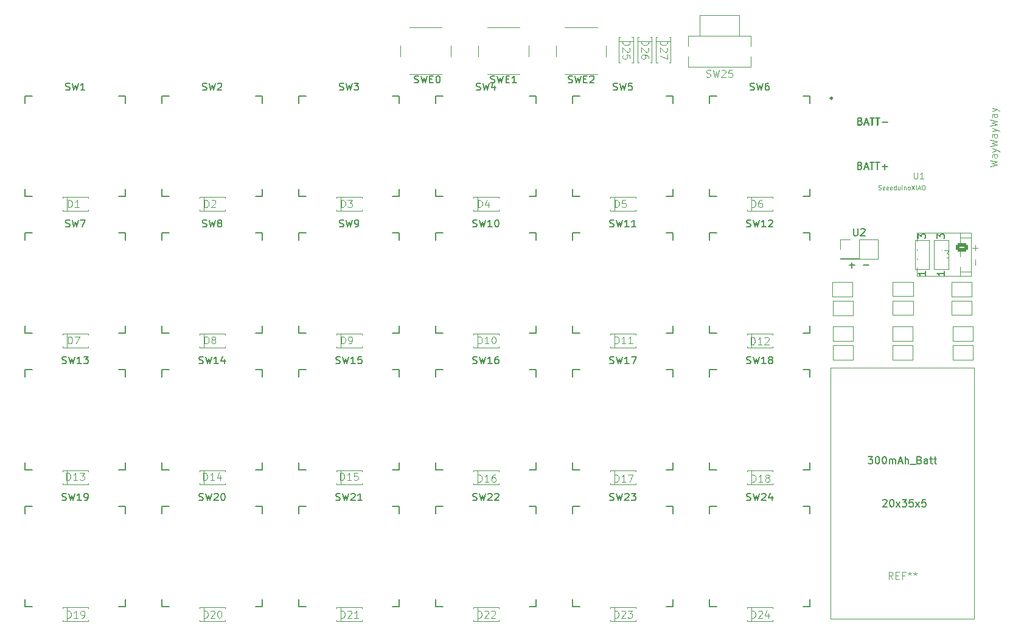
<source format=gto>
%TF.GenerationSoftware,KiCad,Pcbnew,8.0.1*%
%TF.CreationDate,2024-04-24T14:47:18+09:00*%
%TF.ProjectId,LegionKeys,4c656769-6f6e-44b6-9579-732e6b696361,rev?*%
%TF.SameCoordinates,Original*%
%TF.FileFunction,Legend,Top*%
%TF.FilePolarity,Positive*%
%FSLAX46Y46*%
G04 Gerber Fmt 4.6, Leading zero omitted, Abs format (unit mm)*
G04 Created by KiCad (PCBNEW 8.0.1) date 2024-04-24 14:47:18*
%MOMM*%
%LPD*%
G01*
G04 APERTURE LIST*
G04 Aperture macros list*
%AMRoundRect*
0 Rectangle with rounded corners*
0 $1 Rounding radius*
0 $2 $3 $4 $5 $6 $7 $8 $9 X,Y pos of 4 corners*
0 Add a 4 corners polygon primitive as box body*
4,1,4,$2,$3,$4,$5,$6,$7,$8,$9,$2,$3,0*
0 Add four circle primitives for the rounded corners*
1,1,$1+$1,$2,$3*
1,1,$1+$1,$4,$5*
1,1,$1+$1,$6,$7*
1,1,$1+$1,$8,$9*
0 Add four rect primitives between the rounded corners*
20,1,$1+$1,$2,$3,$4,$5,0*
20,1,$1+$1,$4,$5,$6,$7,0*
20,1,$1+$1,$6,$7,$8,$9,0*
20,1,$1+$1,$8,$9,$2,$3,0*%
%AMFreePoly0*
4,1,6,1.000000,0.000000,0.500000,-0.750000,-0.500000,-0.750000,-0.500000,0.750000,0.500000,0.750000,1.000000,0.000000,1.000000,0.000000,$1*%
%AMFreePoly1*
4,1,6,0.500000,-0.750000,-0.650000,-0.750000,-0.150000,0.000000,-0.650000,0.750000,0.500000,0.750000,0.500000,-0.750000,0.500000,-0.750000,$1*%
G04 Aperture macros list end*
%ADD10C,0.100000*%
%ADD11C,0.150000*%
%ADD12C,0.101600*%
%ADD13C,0.076200*%
%ADD14C,0.120000*%
%ADD15C,0.050000*%
%ADD16C,0.254000*%
%ADD17C,0.200000*%
%ADD18C,0.250000*%
%ADD19R,1.500000X1.000000*%
%ADD20R,1.600000X1.600000*%
%ADD21C,1.600000*%
%ADD22C,1.701800*%
%ADD23C,0.990600*%
%ADD24C,3.429000*%
%ADD25C,2.032000*%
%ADD26O,2.748280X1.998980*%
%ADD27C,1.500000*%
%ADD28FreePoly0,0.000000*%
%ADD29FreePoly1,0.000000*%
%ADD30C,3.400000*%
%ADD31RoundRect,0.250000X0.625000X-0.350000X0.625000X0.350000X-0.625000X0.350000X-0.625000X-0.350000X0*%
%ADD32C,1.524000*%
%ADD33C,1.000000*%
%ADD34R,1.700000X1.700000*%
%ADD35O,1.700000X1.700000*%
%ADD36C,2.000000*%
G04 APERTURE END LIST*
D10*
X206888533Y-79103884D02*
X206888533Y-79865789D01*
X206507580Y-79484836D02*
X207269485Y-79484836D01*
X206888533Y-81103884D02*
X206888533Y-81865789D01*
D11*
X189346059Y-81918866D02*
X190107964Y-81918866D01*
X189727011Y-82299819D02*
X189727011Y-81537914D01*
X191346059Y-81918866D02*
X192107964Y-81918866D01*
D10*
X195425946Y-125637419D02*
X195092613Y-125161228D01*
X194854518Y-125637419D02*
X194854518Y-124637419D01*
X194854518Y-124637419D02*
X195235470Y-124637419D01*
X195235470Y-124637419D02*
X195330708Y-124685038D01*
X195330708Y-124685038D02*
X195378327Y-124732657D01*
X195378327Y-124732657D02*
X195425946Y-124827895D01*
X195425946Y-124827895D02*
X195425946Y-124970752D01*
X195425946Y-124970752D02*
X195378327Y-125065990D01*
X195378327Y-125065990D02*
X195330708Y-125113609D01*
X195330708Y-125113609D02*
X195235470Y-125161228D01*
X195235470Y-125161228D02*
X194854518Y-125161228D01*
X195854518Y-125113609D02*
X196187851Y-125113609D01*
X196330708Y-125637419D02*
X195854518Y-125637419D01*
X195854518Y-125637419D02*
X195854518Y-124637419D01*
X195854518Y-124637419D02*
X196330708Y-124637419D01*
X197092613Y-125113609D02*
X196759280Y-125113609D01*
X196759280Y-125637419D02*
X196759280Y-124637419D01*
X196759280Y-124637419D02*
X197235470Y-124637419D01*
X197759280Y-124637419D02*
X197759280Y-124875514D01*
X197521185Y-124780276D02*
X197759280Y-124875514D01*
X197759280Y-124875514D02*
X197997375Y-124780276D01*
X197616423Y-125065990D02*
X197759280Y-124875514D01*
X197759280Y-124875514D02*
X197902137Y-125065990D01*
X198521185Y-124637419D02*
X198521185Y-124875514D01*
X198283090Y-124780276D02*
X198521185Y-124875514D01*
X198521185Y-124875514D02*
X198759280Y-124780276D01*
X198378328Y-125065990D02*
X198521185Y-124875514D01*
X198521185Y-124875514D02*
X198664042Y-125065990D01*
D11*
X194048440Y-114645057D02*
X194096059Y-114597438D01*
X194096059Y-114597438D02*
X194191297Y-114549819D01*
X194191297Y-114549819D02*
X194429392Y-114549819D01*
X194429392Y-114549819D02*
X194524630Y-114597438D01*
X194524630Y-114597438D02*
X194572249Y-114645057D01*
X194572249Y-114645057D02*
X194619868Y-114740295D01*
X194619868Y-114740295D02*
X194619868Y-114835533D01*
X194619868Y-114835533D02*
X194572249Y-114978390D01*
X194572249Y-114978390D02*
X194000821Y-115549819D01*
X194000821Y-115549819D02*
X194619868Y-115549819D01*
X195238916Y-114549819D02*
X195334154Y-114549819D01*
X195334154Y-114549819D02*
X195429392Y-114597438D01*
X195429392Y-114597438D02*
X195477011Y-114645057D01*
X195477011Y-114645057D02*
X195524630Y-114740295D01*
X195524630Y-114740295D02*
X195572249Y-114930771D01*
X195572249Y-114930771D02*
X195572249Y-115168866D01*
X195572249Y-115168866D02*
X195524630Y-115359342D01*
X195524630Y-115359342D02*
X195477011Y-115454580D01*
X195477011Y-115454580D02*
X195429392Y-115502200D01*
X195429392Y-115502200D02*
X195334154Y-115549819D01*
X195334154Y-115549819D02*
X195238916Y-115549819D01*
X195238916Y-115549819D02*
X195143678Y-115502200D01*
X195143678Y-115502200D02*
X195096059Y-115454580D01*
X195096059Y-115454580D02*
X195048440Y-115359342D01*
X195048440Y-115359342D02*
X195000821Y-115168866D01*
X195000821Y-115168866D02*
X195000821Y-114930771D01*
X195000821Y-114930771D02*
X195048440Y-114740295D01*
X195048440Y-114740295D02*
X195096059Y-114645057D01*
X195096059Y-114645057D02*
X195143678Y-114597438D01*
X195143678Y-114597438D02*
X195238916Y-114549819D01*
X195905583Y-115549819D02*
X196429392Y-114883152D01*
X195905583Y-114883152D02*
X196429392Y-115549819D01*
X196715107Y-114549819D02*
X197334154Y-114549819D01*
X197334154Y-114549819D02*
X197000821Y-114930771D01*
X197000821Y-114930771D02*
X197143678Y-114930771D01*
X197143678Y-114930771D02*
X197238916Y-114978390D01*
X197238916Y-114978390D02*
X197286535Y-115026009D01*
X197286535Y-115026009D02*
X197334154Y-115121247D01*
X197334154Y-115121247D02*
X197334154Y-115359342D01*
X197334154Y-115359342D02*
X197286535Y-115454580D01*
X197286535Y-115454580D02*
X197238916Y-115502200D01*
X197238916Y-115502200D02*
X197143678Y-115549819D01*
X197143678Y-115549819D02*
X196857964Y-115549819D01*
X196857964Y-115549819D02*
X196762726Y-115502200D01*
X196762726Y-115502200D02*
X196715107Y-115454580D01*
X198238916Y-114549819D02*
X197762726Y-114549819D01*
X197762726Y-114549819D02*
X197715107Y-115026009D01*
X197715107Y-115026009D02*
X197762726Y-114978390D01*
X197762726Y-114978390D02*
X197857964Y-114930771D01*
X197857964Y-114930771D02*
X198096059Y-114930771D01*
X198096059Y-114930771D02*
X198191297Y-114978390D01*
X198191297Y-114978390D02*
X198238916Y-115026009D01*
X198238916Y-115026009D02*
X198286535Y-115121247D01*
X198286535Y-115121247D02*
X198286535Y-115359342D01*
X198286535Y-115359342D02*
X198238916Y-115454580D01*
X198238916Y-115454580D02*
X198191297Y-115502200D01*
X198191297Y-115502200D02*
X198096059Y-115549819D01*
X198096059Y-115549819D02*
X197857964Y-115549819D01*
X197857964Y-115549819D02*
X197762726Y-115502200D01*
X197762726Y-115502200D02*
X197715107Y-115454580D01*
X198619869Y-115549819D02*
X199143678Y-114883152D01*
X198619869Y-114883152D02*
X199143678Y-115549819D01*
X200000821Y-114549819D02*
X199524631Y-114549819D01*
X199524631Y-114549819D02*
X199477012Y-115026009D01*
X199477012Y-115026009D02*
X199524631Y-114978390D01*
X199524631Y-114978390D02*
X199619869Y-114930771D01*
X199619869Y-114930771D02*
X199857964Y-114930771D01*
X199857964Y-114930771D02*
X199953202Y-114978390D01*
X199953202Y-114978390D02*
X200000821Y-115026009D01*
X200000821Y-115026009D02*
X200048440Y-115121247D01*
X200048440Y-115121247D02*
X200048440Y-115359342D01*
X200048440Y-115359342D02*
X200000821Y-115454580D01*
X200000821Y-115454580D02*
X199953202Y-115502200D01*
X199953202Y-115502200D02*
X199857964Y-115549819D01*
X199857964Y-115549819D02*
X199619869Y-115549819D01*
X199619869Y-115549819D02*
X199524631Y-115502200D01*
X199524631Y-115502200D02*
X199477012Y-115454580D01*
X192000821Y-108549819D02*
X192619868Y-108549819D01*
X192619868Y-108549819D02*
X192286535Y-108930771D01*
X192286535Y-108930771D02*
X192429392Y-108930771D01*
X192429392Y-108930771D02*
X192524630Y-108978390D01*
X192524630Y-108978390D02*
X192572249Y-109026009D01*
X192572249Y-109026009D02*
X192619868Y-109121247D01*
X192619868Y-109121247D02*
X192619868Y-109359342D01*
X192619868Y-109359342D02*
X192572249Y-109454580D01*
X192572249Y-109454580D02*
X192524630Y-109502200D01*
X192524630Y-109502200D02*
X192429392Y-109549819D01*
X192429392Y-109549819D02*
X192143678Y-109549819D01*
X192143678Y-109549819D02*
X192048440Y-109502200D01*
X192048440Y-109502200D02*
X192000821Y-109454580D01*
X193238916Y-108549819D02*
X193334154Y-108549819D01*
X193334154Y-108549819D02*
X193429392Y-108597438D01*
X193429392Y-108597438D02*
X193477011Y-108645057D01*
X193477011Y-108645057D02*
X193524630Y-108740295D01*
X193524630Y-108740295D02*
X193572249Y-108930771D01*
X193572249Y-108930771D02*
X193572249Y-109168866D01*
X193572249Y-109168866D02*
X193524630Y-109359342D01*
X193524630Y-109359342D02*
X193477011Y-109454580D01*
X193477011Y-109454580D02*
X193429392Y-109502200D01*
X193429392Y-109502200D02*
X193334154Y-109549819D01*
X193334154Y-109549819D02*
X193238916Y-109549819D01*
X193238916Y-109549819D02*
X193143678Y-109502200D01*
X193143678Y-109502200D02*
X193096059Y-109454580D01*
X193096059Y-109454580D02*
X193048440Y-109359342D01*
X193048440Y-109359342D02*
X193000821Y-109168866D01*
X193000821Y-109168866D02*
X193000821Y-108930771D01*
X193000821Y-108930771D02*
X193048440Y-108740295D01*
X193048440Y-108740295D02*
X193096059Y-108645057D01*
X193096059Y-108645057D02*
X193143678Y-108597438D01*
X193143678Y-108597438D02*
X193238916Y-108549819D01*
X194191297Y-108549819D02*
X194286535Y-108549819D01*
X194286535Y-108549819D02*
X194381773Y-108597438D01*
X194381773Y-108597438D02*
X194429392Y-108645057D01*
X194429392Y-108645057D02*
X194477011Y-108740295D01*
X194477011Y-108740295D02*
X194524630Y-108930771D01*
X194524630Y-108930771D02*
X194524630Y-109168866D01*
X194524630Y-109168866D02*
X194477011Y-109359342D01*
X194477011Y-109359342D02*
X194429392Y-109454580D01*
X194429392Y-109454580D02*
X194381773Y-109502200D01*
X194381773Y-109502200D02*
X194286535Y-109549819D01*
X194286535Y-109549819D02*
X194191297Y-109549819D01*
X194191297Y-109549819D02*
X194096059Y-109502200D01*
X194096059Y-109502200D02*
X194048440Y-109454580D01*
X194048440Y-109454580D02*
X194000821Y-109359342D01*
X194000821Y-109359342D02*
X193953202Y-109168866D01*
X193953202Y-109168866D02*
X193953202Y-108930771D01*
X193953202Y-108930771D02*
X194000821Y-108740295D01*
X194000821Y-108740295D02*
X194048440Y-108645057D01*
X194048440Y-108645057D02*
X194096059Y-108597438D01*
X194096059Y-108597438D02*
X194191297Y-108549819D01*
X194953202Y-109549819D02*
X194953202Y-108883152D01*
X194953202Y-108978390D02*
X195000821Y-108930771D01*
X195000821Y-108930771D02*
X195096059Y-108883152D01*
X195096059Y-108883152D02*
X195238916Y-108883152D01*
X195238916Y-108883152D02*
X195334154Y-108930771D01*
X195334154Y-108930771D02*
X195381773Y-109026009D01*
X195381773Y-109026009D02*
X195381773Y-109549819D01*
X195381773Y-109026009D02*
X195429392Y-108930771D01*
X195429392Y-108930771D02*
X195524630Y-108883152D01*
X195524630Y-108883152D02*
X195667487Y-108883152D01*
X195667487Y-108883152D02*
X195762726Y-108930771D01*
X195762726Y-108930771D02*
X195810345Y-109026009D01*
X195810345Y-109026009D02*
X195810345Y-109549819D01*
X196238916Y-109264104D02*
X196715106Y-109264104D01*
X196143678Y-109549819D02*
X196477011Y-108549819D01*
X196477011Y-108549819D02*
X196810344Y-109549819D01*
X197143678Y-109549819D02*
X197143678Y-108549819D01*
X197572249Y-109549819D02*
X197572249Y-109026009D01*
X197572249Y-109026009D02*
X197524630Y-108930771D01*
X197524630Y-108930771D02*
X197429392Y-108883152D01*
X197429392Y-108883152D02*
X197286535Y-108883152D01*
X197286535Y-108883152D02*
X197191297Y-108930771D01*
X197191297Y-108930771D02*
X197143678Y-108978390D01*
X197810345Y-109645057D02*
X198572249Y-109645057D01*
X199143678Y-109026009D02*
X199286535Y-109073628D01*
X199286535Y-109073628D02*
X199334154Y-109121247D01*
X199334154Y-109121247D02*
X199381773Y-109216485D01*
X199381773Y-109216485D02*
X199381773Y-109359342D01*
X199381773Y-109359342D02*
X199334154Y-109454580D01*
X199334154Y-109454580D02*
X199286535Y-109502200D01*
X199286535Y-109502200D02*
X199191297Y-109549819D01*
X199191297Y-109549819D02*
X198810345Y-109549819D01*
X198810345Y-109549819D02*
X198810345Y-108549819D01*
X198810345Y-108549819D02*
X199143678Y-108549819D01*
X199143678Y-108549819D02*
X199238916Y-108597438D01*
X199238916Y-108597438D02*
X199286535Y-108645057D01*
X199286535Y-108645057D02*
X199334154Y-108740295D01*
X199334154Y-108740295D02*
X199334154Y-108835533D01*
X199334154Y-108835533D02*
X199286535Y-108930771D01*
X199286535Y-108930771D02*
X199238916Y-108978390D01*
X199238916Y-108978390D02*
X199143678Y-109026009D01*
X199143678Y-109026009D02*
X198810345Y-109026009D01*
X200238916Y-109549819D02*
X200238916Y-109026009D01*
X200238916Y-109026009D02*
X200191297Y-108930771D01*
X200191297Y-108930771D02*
X200096059Y-108883152D01*
X200096059Y-108883152D02*
X199905583Y-108883152D01*
X199905583Y-108883152D02*
X199810345Y-108930771D01*
X200238916Y-109502200D02*
X200143678Y-109549819D01*
X200143678Y-109549819D02*
X199905583Y-109549819D01*
X199905583Y-109549819D02*
X199810345Y-109502200D01*
X199810345Y-109502200D02*
X199762726Y-109406961D01*
X199762726Y-109406961D02*
X199762726Y-109311723D01*
X199762726Y-109311723D02*
X199810345Y-109216485D01*
X199810345Y-109216485D02*
X199905583Y-109168866D01*
X199905583Y-109168866D02*
X200143678Y-109168866D01*
X200143678Y-109168866D02*
X200238916Y-109121247D01*
X200572250Y-108883152D02*
X200953202Y-108883152D01*
X200715107Y-108549819D02*
X200715107Y-109406961D01*
X200715107Y-109406961D02*
X200762726Y-109502200D01*
X200762726Y-109502200D02*
X200857964Y-109549819D01*
X200857964Y-109549819D02*
X200953202Y-109549819D01*
X201143679Y-108883152D02*
X201524631Y-108883152D01*
X201286536Y-108549819D02*
X201286536Y-109406961D01*
X201286536Y-109406961D02*
X201334155Y-109502200D01*
X201334155Y-109502200D02*
X201429393Y-109549819D01*
X201429393Y-109549819D02*
X201524631Y-109549819D01*
X199954819Y-82764285D02*
X199954819Y-83335713D01*
X199954819Y-83049999D02*
X198954819Y-83049999D01*
X198954819Y-83049999D02*
X199097676Y-83145237D01*
X199097676Y-83145237D02*
X199192914Y-83240475D01*
X199192914Y-83240475D02*
X199240533Y-83335713D01*
X198954819Y-78183332D02*
X198954819Y-77564285D01*
X198954819Y-77564285D02*
X199335771Y-77897618D01*
X199335771Y-77897618D02*
X199335771Y-77754761D01*
X199335771Y-77754761D02*
X199383390Y-77659523D01*
X199383390Y-77659523D02*
X199431009Y-77611904D01*
X199431009Y-77611904D02*
X199526247Y-77564285D01*
X199526247Y-77564285D02*
X199764342Y-77564285D01*
X199764342Y-77564285D02*
X199859580Y-77611904D01*
X199859580Y-77611904D02*
X199907200Y-77659523D01*
X199907200Y-77659523D02*
X199954819Y-77754761D01*
X199954819Y-77754761D02*
X199954819Y-78040475D01*
X199954819Y-78040475D02*
X199907200Y-78135713D01*
X199907200Y-78135713D02*
X199859580Y-78183332D01*
D10*
X80494994Y-131037419D02*
X80494994Y-130037419D01*
X80494994Y-130037419D02*
X80733089Y-130037419D01*
X80733089Y-130037419D02*
X80875946Y-130085038D01*
X80875946Y-130085038D02*
X80971184Y-130180276D01*
X80971184Y-130180276D02*
X81018803Y-130275514D01*
X81018803Y-130275514D02*
X81066422Y-130465990D01*
X81066422Y-130465990D02*
X81066422Y-130608847D01*
X81066422Y-130608847D02*
X81018803Y-130799323D01*
X81018803Y-130799323D02*
X80971184Y-130894561D01*
X80971184Y-130894561D02*
X80875946Y-130989800D01*
X80875946Y-130989800D02*
X80733089Y-131037419D01*
X80733089Y-131037419D02*
X80494994Y-131037419D01*
X82018803Y-131037419D02*
X81447375Y-131037419D01*
X81733089Y-131037419D02*
X81733089Y-130037419D01*
X81733089Y-130037419D02*
X81637851Y-130180276D01*
X81637851Y-130180276D02*
X81542613Y-130275514D01*
X81542613Y-130275514D02*
X81447375Y-130323133D01*
X82494994Y-131037419D02*
X82685470Y-131037419D01*
X82685470Y-131037419D02*
X82780708Y-130989800D01*
X82780708Y-130989800D02*
X82828327Y-130942180D01*
X82828327Y-130942180D02*
X82923565Y-130799323D01*
X82923565Y-130799323D02*
X82971184Y-130608847D01*
X82971184Y-130608847D02*
X82971184Y-130227895D01*
X82971184Y-130227895D02*
X82923565Y-130132657D01*
X82923565Y-130132657D02*
X82875946Y-130085038D01*
X82875946Y-130085038D02*
X82780708Y-130037419D01*
X82780708Y-130037419D02*
X82590232Y-130037419D01*
X82590232Y-130037419D02*
X82494994Y-130085038D01*
X82494994Y-130085038D02*
X82447375Y-130132657D01*
X82447375Y-130132657D02*
X82399756Y-130227895D01*
X82399756Y-130227895D02*
X82399756Y-130465990D01*
X82399756Y-130465990D02*
X82447375Y-130561228D01*
X82447375Y-130561228D02*
X82494994Y-130608847D01*
X82494994Y-130608847D02*
X82590232Y-130656466D01*
X82590232Y-130656466D02*
X82780708Y-130656466D01*
X82780708Y-130656466D02*
X82875946Y-130608847D01*
X82875946Y-130608847D02*
X82923565Y-130561228D01*
X82923565Y-130561228D02*
X82971184Y-130465990D01*
X175794994Y-112087419D02*
X175794994Y-111087419D01*
X175794994Y-111087419D02*
X176033089Y-111087419D01*
X176033089Y-111087419D02*
X176175946Y-111135038D01*
X176175946Y-111135038D02*
X176271184Y-111230276D01*
X176271184Y-111230276D02*
X176318803Y-111325514D01*
X176318803Y-111325514D02*
X176366422Y-111515990D01*
X176366422Y-111515990D02*
X176366422Y-111658847D01*
X176366422Y-111658847D02*
X176318803Y-111849323D01*
X176318803Y-111849323D02*
X176271184Y-111944561D01*
X176271184Y-111944561D02*
X176175946Y-112039800D01*
X176175946Y-112039800D02*
X176033089Y-112087419D01*
X176033089Y-112087419D02*
X175794994Y-112087419D01*
X177318803Y-112087419D02*
X176747375Y-112087419D01*
X177033089Y-112087419D02*
X177033089Y-111087419D01*
X177033089Y-111087419D02*
X176937851Y-111230276D01*
X176937851Y-111230276D02*
X176842613Y-111325514D01*
X176842613Y-111325514D02*
X176747375Y-111373133D01*
X177890232Y-111515990D02*
X177794994Y-111468371D01*
X177794994Y-111468371D02*
X177747375Y-111420752D01*
X177747375Y-111420752D02*
X177699756Y-111325514D01*
X177699756Y-111325514D02*
X177699756Y-111277895D01*
X177699756Y-111277895D02*
X177747375Y-111182657D01*
X177747375Y-111182657D02*
X177794994Y-111135038D01*
X177794994Y-111135038D02*
X177890232Y-111087419D01*
X177890232Y-111087419D02*
X178080708Y-111087419D01*
X178080708Y-111087419D02*
X178175946Y-111135038D01*
X178175946Y-111135038D02*
X178223565Y-111182657D01*
X178223565Y-111182657D02*
X178271184Y-111277895D01*
X178271184Y-111277895D02*
X178271184Y-111325514D01*
X178271184Y-111325514D02*
X178223565Y-111420752D01*
X178223565Y-111420752D02*
X178175946Y-111468371D01*
X178175946Y-111468371D02*
X178080708Y-111515990D01*
X178080708Y-111515990D02*
X177890232Y-111515990D01*
X177890232Y-111515990D02*
X177794994Y-111563609D01*
X177794994Y-111563609D02*
X177747375Y-111611228D01*
X177747375Y-111611228D02*
X177699756Y-111706466D01*
X177699756Y-111706466D02*
X177699756Y-111896942D01*
X177699756Y-111896942D02*
X177747375Y-111992180D01*
X177747375Y-111992180D02*
X177794994Y-112039800D01*
X177794994Y-112039800D02*
X177890232Y-112087419D01*
X177890232Y-112087419D02*
X178080708Y-112087419D01*
X178080708Y-112087419D02*
X178175946Y-112039800D01*
X178175946Y-112039800D02*
X178223565Y-111992180D01*
X178223565Y-111992180D02*
X178271184Y-111896942D01*
X178271184Y-111896942D02*
X178271184Y-111706466D01*
X178271184Y-111706466D02*
X178223565Y-111611228D01*
X178223565Y-111611228D02*
X178175946Y-111563609D01*
X178175946Y-111563609D02*
X178080708Y-111515990D01*
D11*
X99375947Y-76532200D02*
X99518804Y-76579819D01*
X99518804Y-76579819D02*
X99756899Y-76579819D01*
X99756899Y-76579819D02*
X99852137Y-76532200D01*
X99852137Y-76532200D02*
X99899756Y-76484580D01*
X99899756Y-76484580D02*
X99947375Y-76389342D01*
X99947375Y-76389342D02*
X99947375Y-76294104D01*
X99947375Y-76294104D02*
X99899756Y-76198866D01*
X99899756Y-76198866D02*
X99852137Y-76151247D01*
X99852137Y-76151247D02*
X99756899Y-76103628D01*
X99756899Y-76103628D02*
X99566423Y-76056009D01*
X99566423Y-76056009D02*
X99471185Y-76008390D01*
X99471185Y-76008390D02*
X99423566Y-75960771D01*
X99423566Y-75960771D02*
X99375947Y-75865533D01*
X99375947Y-75865533D02*
X99375947Y-75770295D01*
X99375947Y-75770295D02*
X99423566Y-75675057D01*
X99423566Y-75675057D02*
X99471185Y-75627438D01*
X99471185Y-75627438D02*
X99566423Y-75579819D01*
X99566423Y-75579819D02*
X99804518Y-75579819D01*
X99804518Y-75579819D02*
X99947375Y-75627438D01*
X100280709Y-75579819D02*
X100518804Y-76579819D01*
X100518804Y-76579819D02*
X100709280Y-75865533D01*
X100709280Y-75865533D02*
X100899756Y-76579819D01*
X100899756Y-76579819D02*
X101137852Y-75579819D01*
X101661661Y-76008390D02*
X101566423Y-75960771D01*
X101566423Y-75960771D02*
X101518804Y-75913152D01*
X101518804Y-75913152D02*
X101471185Y-75817914D01*
X101471185Y-75817914D02*
X101471185Y-75770295D01*
X101471185Y-75770295D02*
X101518804Y-75675057D01*
X101518804Y-75675057D02*
X101566423Y-75627438D01*
X101566423Y-75627438D02*
X101661661Y-75579819D01*
X101661661Y-75579819D02*
X101852137Y-75579819D01*
X101852137Y-75579819D02*
X101947375Y-75627438D01*
X101947375Y-75627438D02*
X101994994Y-75675057D01*
X101994994Y-75675057D02*
X102042613Y-75770295D01*
X102042613Y-75770295D02*
X102042613Y-75817914D01*
X102042613Y-75817914D02*
X101994994Y-75913152D01*
X101994994Y-75913152D02*
X101947375Y-75960771D01*
X101947375Y-75960771D02*
X101852137Y-76008390D01*
X101852137Y-76008390D02*
X101661661Y-76008390D01*
X101661661Y-76008390D02*
X101566423Y-76056009D01*
X101566423Y-76056009D02*
X101518804Y-76103628D01*
X101518804Y-76103628D02*
X101471185Y-76198866D01*
X101471185Y-76198866D02*
X101471185Y-76389342D01*
X101471185Y-76389342D02*
X101518804Y-76484580D01*
X101518804Y-76484580D02*
X101566423Y-76532200D01*
X101566423Y-76532200D02*
X101661661Y-76579819D01*
X101661661Y-76579819D02*
X101852137Y-76579819D01*
X101852137Y-76579819D02*
X101947375Y-76532200D01*
X101947375Y-76532200D02*
X101994994Y-76484580D01*
X101994994Y-76484580D02*
X102042613Y-76389342D01*
X102042613Y-76389342D02*
X102042613Y-76198866D01*
X102042613Y-76198866D02*
X101994994Y-76103628D01*
X101994994Y-76103628D02*
X101947375Y-76056009D01*
X101947375Y-76056009D02*
X101852137Y-76008390D01*
D10*
X156771185Y-73837419D02*
X156771185Y-72837419D01*
X156771185Y-72837419D02*
X157009280Y-72837419D01*
X157009280Y-72837419D02*
X157152137Y-72885038D01*
X157152137Y-72885038D02*
X157247375Y-72980276D01*
X157247375Y-72980276D02*
X157294994Y-73075514D01*
X157294994Y-73075514D02*
X157342613Y-73265990D01*
X157342613Y-73265990D02*
X157342613Y-73408847D01*
X157342613Y-73408847D02*
X157294994Y-73599323D01*
X157294994Y-73599323D02*
X157247375Y-73694561D01*
X157247375Y-73694561D02*
X157152137Y-73789800D01*
X157152137Y-73789800D02*
X157009280Y-73837419D01*
X157009280Y-73837419D02*
X156771185Y-73837419D01*
X158247375Y-72837419D02*
X157771185Y-72837419D01*
X157771185Y-72837419D02*
X157723566Y-73313609D01*
X157723566Y-73313609D02*
X157771185Y-73265990D01*
X157771185Y-73265990D02*
X157866423Y-73218371D01*
X157866423Y-73218371D02*
X158104518Y-73218371D01*
X158104518Y-73218371D02*
X158199756Y-73265990D01*
X158199756Y-73265990D02*
X158247375Y-73313609D01*
X158247375Y-73313609D02*
X158294994Y-73408847D01*
X158294994Y-73408847D02*
X158294994Y-73646942D01*
X158294994Y-73646942D02*
X158247375Y-73742180D01*
X158247375Y-73742180D02*
X158199756Y-73789800D01*
X158199756Y-73789800D02*
X158104518Y-73837419D01*
X158104518Y-73837419D02*
X157866423Y-73837419D01*
X157866423Y-73837419D02*
X157771185Y-73789800D01*
X157771185Y-73789800D02*
X157723566Y-73742180D01*
X208922419Y-68141353D02*
X209922419Y-67903258D01*
X209922419Y-67903258D02*
X209208133Y-67712782D01*
X209208133Y-67712782D02*
X209922419Y-67522306D01*
X209922419Y-67522306D02*
X208922419Y-67284211D01*
X209922419Y-66474687D02*
X209398609Y-66474687D01*
X209398609Y-66474687D02*
X209303371Y-66522306D01*
X209303371Y-66522306D02*
X209255752Y-66617544D01*
X209255752Y-66617544D02*
X209255752Y-66808020D01*
X209255752Y-66808020D02*
X209303371Y-66903258D01*
X209874800Y-66474687D02*
X209922419Y-66569925D01*
X209922419Y-66569925D02*
X209922419Y-66808020D01*
X209922419Y-66808020D02*
X209874800Y-66903258D01*
X209874800Y-66903258D02*
X209779561Y-66950877D01*
X209779561Y-66950877D02*
X209684323Y-66950877D01*
X209684323Y-66950877D02*
X209589085Y-66903258D01*
X209589085Y-66903258D02*
X209541466Y-66808020D01*
X209541466Y-66808020D02*
X209541466Y-66569925D01*
X209541466Y-66569925D02*
X209493847Y-66474687D01*
X209255752Y-66093734D02*
X209922419Y-65855639D01*
X209255752Y-65617544D02*
X209922419Y-65855639D01*
X209922419Y-65855639D02*
X210160514Y-65950877D01*
X210160514Y-65950877D02*
X210208133Y-65998496D01*
X210208133Y-65998496D02*
X210255752Y-66093734D01*
X208922419Y-65331829D02*
X209922419Y-65093734D01*
X209922419Y-65093734D02*
X209208133Y-64903258D01*
X209208133Y-64903258D02*
X209922419Y-64712782D01*
X209922419Y-64712782D02*
X208922419Y-64474687D01*
X209922419Y-63665163D02*
X209398609Y-63665163D01*
X209398609Y-63665163D02*
X209303371Y-63712782D01*
X209303371Y-63712782D02*
X209255752Y-63808020D01*
X209255752Y-63808020D02*
X209255752Y-63998496D01*
X209255752Y-63998496D02*
X209303371Y-64093734D01*
X209874800Y-63665163D02*
X209922419Y-63760401D01*
X209922419Y-63760401D02*
X209922419Y-63998496D01*
X209922419Y-63998496D02*
X209874800Y-64093734D01*
X209874800Y-64093734D02*
X209779561Y-64141353D01*
X209779561Y-64141353D02*
X209684323Y-64141353D01*
X209684323Y-64141353D02*
X209589085Y-64093734D01*
X209589085Y-64093734D02*
X209541466Y-63998496D01*
X209541466Y-63998496D02*
X209541466Y-63760401D01*
X209541466Y-63760401D02*
X209493847Y-63665163D01*
X209255752Y-63284210D02*
X209922419Y-63046115D01*
X209255752Y-62808020D02*
X209922419Y-63046115D01*
X209922419Y-63046115D02*
X210160514Y-63141353D01*
X210160514Y-63141353D02*
X210208133Y-63188972D01*
X210208133Y-63188972D02*
X210255752Y-63284210D01*
X208922419Y-62522305D02*
X209922419Y-62284210D01*
X209922419Y-62284210D02*
X209208133Y-62093734D01*
X209208133Y-62093734D02*
X209922419Y-61903258D01*
X209922419Y-61903258D02*
X208922419Y-61665163D01*
X209922419Y-60855639D02*
X209398609Y-60855639D01*
X209398609Y-60855639D02*
X209303371Y-60903258D01*
X209303371Y-60903258D02*
X209255752Y-60998496D01*
X209255752Y-60998496D02*
X209255752Y-61188972D01*
X209255752Y-61188972D02*
X209303371Y-61284210D01*
X209874800Y-60855639D02*
X209922419Y-60950877D01*
X209922419Y-60950877D02*
X209922419Y-61188972D01*
X209922419Y-61188972D02*
X209874800Y-61284210D01*
X209874800Y-61284210D02*
X209779561Y-61331829D01*
X209779561Y-61331829D02*
X209684323Y-61331829D01*
X209684323Y-61331829D02*
X209589085Y-61284210D01*
X209589085Y-61284210D02*
X209541466Y-61188972D01*
X209541466Y-61188972D02*
X209541466Y-60950877D01*
X209541466Y-60950877D02*
X209493847Y-60855639D01*
X209255752Y-60474686D02*
X209922419Y-60236591D01*
X209255752Y-59998496D02*
X209922419Y-60236591D01*
X209922419Y-60236591D02*
X210160514Y-60331829D01*
X210160514Y-60331829D02*
X210208133Y-60379448D01*
X210208133Y-60379448D02*
X210255752Y-60474686D01*
D12*
X198347666Y-68991985D02*
X198347666Y-69711652D01*
X198347666Y-69711652D02*
X198390000Y-69796318D01*
X198390000Y-69796318D02*
X198432333Y-69838652D01*
X198432333Y-69838652D02*
X198517000Y-69880985D01*
X198517000Y-69880985D02*
X198686333Y-69880985D01*
X198686333Y-69880985D02*
X198771000Y-69838652D01*
X198771000Y-69838652D02*
X198813333Y-69796318D01*
X198813333Y-69796318D02*
X198855666Y-69711652D01*
X198855666Y-69711652D02*
X198855666Y-68991985D01*
X199744666Y-69880985D02*
X199236666Y-69880985D01*
X199490666Y-69880985D02*
X199490666Y-68991985D01*
X199490666Y-68991985D02*
X199405999Y-69118985D01*
X199405999Y-69118985D02*
X199321333Y-69203652D01*
X199321333Y-69203652D02*
X199236666Y-69245985D01*
D13*
X193427829Y-71349021D02*
X193514915Y-71378049D01*
X193514915Y-71378049D02*
X193660057Y-71378049D01*
X193660057Y-71378049D02*
X193718115Y-71349021D01*
X193718115Y-71349021D02*
X193747143Y-71319992D01*
X193747143Y-71319992D02*
X193776172Y-71261935D01*
X193776172Y-71261935D02*
X193776172Y-71203878D01*
X193776172Y-71203878D02*
X193747143Y-71145821D01*
X193747143Y-71145821D02*
X193718115Y-71116792D01*
X193718115Y-71116792D02*
X193660057Y-71087763D01*
X193660057Y-71087763D02*
X193543943Y-71058735D01*
X193543943Y-71058735D02*
X193485886Y-71029706D01*
X193485886Y-71029706D02*
X193456857Y-71000678D01*
X193456857Y-71000678D02*
X193427829Y-70942621D01*
X193427829Y-70942621D02*
X193427829Y-70884563D01*
X193427829Y-70884563D02*
X193456857Y-70826506D01*
X193456857Y-70826506D02*
X193485886Y-70797478D01*
X193485886Y-70797478D02*
X193543943Y-70768449D01*
X193543943Y-70768449D02*
X193689086Y-70768449D01*
X193689086Y-70768449D02*
X193776172Y-70797478D01*
X194269657Y-71349021D02*
X194211600Y-71378049D01*
X194211600Y-71378049D02*
X194095486Y-71378049D01*
X194095486Y-71378049D02*
X194037428Y-71349021D01*
X194037428Y-71349021D02*
X194008400Y-71290963D01*
X194008400Y-71290963D02*
X194008400Y-71058735D01*
X194008400Y-71058735D02*
X194037428Y-71000678D01*
X194037428Y-71000678D02*
X194095486Y-70971649D01*
X194095486Y-70971649D02*
X194211600Y-70971649D01*
X194211600Y-70971649D02*
X194269657Y-71000678D01*
X194269657Y-71000678D02*
X194298686Y-71058735D01*
X194298686Y-71058735D02*
X194298686Y-71116792D01*
X194298686Y-71116792D02*
X194008400Y-71174849D01*
X194792171Y-71349021D02*
X194734114Y-71378049D01*
X194734114Y-71378049D02*
X194618000Y-71378049D01*
X194618000Y-71378049D02*
X194559942Y-71349021D01*
X194559942Y-71349021D02*
X194530914Y-71290963D01*
X194530914Y-71290963D02*
X194530914Y-71058735D01*
X194530914Y-71058735D02*
X194559942Y-71000678D01*
X194559942Y-71000678D02*
X194618000Y-70971649D01*
X194618000Y-70971649D02*
X194734114Y-70971649D01*
X194734114Y-70971649D02*
X194792171Y-71000678D01*
X194792171Y-71000678D02*
X194821200Y-71058735D01*
X194821200Y-71058735D02*
X194821200Y-71116792D01*
X194821200Y-71116792D02*
X194530914Y-71174849D01*
X195314685Y-71349021D02*
X195256628Y-71378049D01*
X195256628Y-71378049D02*
X195140514Y-71378049D01*
X195140514Y-71378049D02*
X195082456Y-71349021D01*
X195082456Y-71349021D02*
X195053428Y-71290963D01*
X195053428Y-71290963D02*
X195053428Y-71058735D01*
X195053428Y-71058735D02*
X195082456Y-71000678D01*
X195082456Y-71000678D02*
X195140514Y-70971649D01*
X195140514Y-70971649D02*
X195256628Y-70971649D01*
X195256628Y-70971649D02*
X195314685Y-71000678D01*
X195314685Y-71000678D02*
X195343714Y-71058735D01*
X195343714Y-71058735D02*
X195343714Y-71116792D01*
X195343714Y-71116792D02*
X195053428Y-71174849D01*
X195866228Y-71378049D02*
X195866228Y-70768449D01*
X195866228Y-71349021D02*
X195808170Y-71378049D01*
X195808170Y-71378049D02*
X195692056Y-71378049D01*
X195692056Y-71378049D02*
X195633999Y-71349021D01*
X195633999Y-71349021D02*
X195604970Y-71319992D01*
X195604970Y-71319992D02*
X195575942Y-71261935D01*
X195575942Y-71261935D02*
X195575942Y-71087763D01*
X195575942Y-71087763D02*
X195604970Y-71029706D01*
X195604970Y-71029706D02*
X195633999Y-71000678D01*
X195633999Y-71000678D02*
X195692056Y-70971649D01*
X195692056Y-70971649D02*
X195808170Y-70971649D01*
X195808170Y-70971649D02*
X195866228Y-71000678D01*
X196417771Y-70971649D02*
X196417771Y-71378049D01*
X196156513Y-70971649D02*
X196156513Y-71290963D01*
X196156513Y-71290963D02*
X196185542Y-71349021D01*
X196185542Y-71349021D02*
X196243599Y-71378049D01*
X196243599Y-71378049D02*
X196330685Y-71378049D01*
X196330685Y-71378049D02*
X196388742Y-71349021D01*
X196388742Y-71349021D02*
X196417771Y-71319992D01*
X196708056Y-71378049D02*
X196708056Y-70971649D01*
X196708056Y-70768449D02*
X196679028Y-70797478D01*
X196679028Y-70797478D02*
X196708056Y-70826506D01*
X196708056Y-70826506D02*
X196737085Y-70797478D01*
X196737085Y-70797478D02*
X196708056Y-70768449D01*
X196708056Y-70768449D02*
X196708056Y-70826506D01*
X196998342Y-70971649D02*
X196998342Y-71378049D01*
X196998342Y-71029706D02*
X197027371Y-71000678D01*
X197027371Y-71000678D02*
X197085428Y-70971649D01*
X197085428Y-70971649D02*
X197172514Y-70971649D01*
X197172514Y-70971649D02*
X197230571Y-71000678D01*
X197230571Y-71000678D02*
X197259600Y-71058735D01*
X197259600Y-71058735D02*
X197259600Y-71378049D01*
X197636971Y-71378049D02*
X197578914Y-71349021D01*
X197578914Y-71349021D02*
X197549885Y-71319992D01*
X197549885Y-71319992D02*
X197520857Y-71261935D01*
X197520857Y-71261935D02*
X197520857Y-71087763D01*
X197520857Y-71087763D02*
X197549885Y-71029706D01*
X197549885Y-71029706D02*
X197578914Y-71000678D01*
X197578914Y-71000678D02*
X197636971Y-70971649D01*
X197636971Y-70971649D02*
X197724057Y-70971649D01*
X197724057Y-70971649D02*
X197782114Y-71000678D01*
X197782114Y-71000678D02*
X197811143Y-71029706D01*
X197811143Y-71029706D02*
X197840171Y-71087763D01*
X197840171Y-71087763D02*
X197840171Y-71261935D01*
X197840171Y-71261935D02*
X197811143Y-71319992D01*
X197811143Y-71319992D02*
X197782114Y-71349021D01*
X197782114Y-71349021D02*
X197724057Y-71378049D01*
X197724057Y-71378049D02*
X197636971Y-71378049D01*
X198043371Y-70768449D02*
X198449771Y-71378049D01*
X198449771Y-70768449D02*
X198043371Y-71378049D01*
X198681999Y-71378049D02*
X198681999Y-70768449D01*
X198943257Y-71203878D02*
X199233543Y-71203878D01*
X198885200Y-71378049D02*
X199088400Y-70768449D01*
X199088400Y-70768449D02*
X199291600Y-71378049D01*
X199610914Y-70768449D02*
X199727028Y-70768449D01*
X199727028Y-70768449D02*
X199785085Y-70797478D01*
X199785085Y-70797478D02*
X199843142Y-70855535D01*
X199843142Y-70855535D02*
X199872171Y-70971649D01*
X199872171Y-70971649D02*
X199872171Y-71174849D01*
X199872171Y-71174849D02*
X199843142Y-71290963D01*
X199843142Y-71290963D02*
X199785085Y-71349021D01*
X199785085Y-71349021D02*
X199727028Y-71378049D01*
X199727028Y-71378049D02*
X199610914Y-71378049D01*
X199610914Y-71378049D02*
X199552857Y-71349021D01*
X199552857Y-71349021D02*
X199494799Y-71290963D01*
X199494799Y-71290963D02*
X199465771Y-71174849D01*
X199465771Y-71174849D02*
X199465771Y-70971649D01*
X199465771Y-70971649D02*
X199494799Y-70855535D01*
X199494799Y-70855535D02*
X199552857Y-70797478D01*
X199552857Y-70797478D02*
X199610914Y-70768449D01*
D11*
X190891712Y-61846009D02*
X191034569Y-61893628D01*
X191034569Y-61893628D02*
X191082188Y-61941247D01*
X191082188Y-61941247D02*
X191129807Y-62036485D01*
X191129807Y-62036485D02*
X191129807Y-62179342D01*
X191129807Y-62179342D02*
X191082188Y-62274580D01*
X191082188Y-62274580D02*
X191034569Y-62322200D01*
X191034569Y-62322200D02*
X190939331Y-62369819D01*
X190939331Y-62369819D02*
X190558379Y-62369819D01*
X190558379Y-62369819D02*
X190558379Y-61369819D01*
X190558379Y-61369819D02*
X190891712Y-61369819D01*
X190891712Y-61369819D02*
X190986950Y-61417438D01*
X190986950Y-61417438D02*
X191034569Y-61465057D01*
X191034569Y-61465057D02*
X191082188Y-61560295D01*
X191082188Y-61560295D02*
X191082188Y-61655533D01*
X191082188Y-61655533D02*
X191034569Y-61750771D01*
X191034569Y-61750771D02*
X190986950Y-61798390D01*
X190986950Y-61798390D02*
X190891712Y-61846009D01*
X190891712Y-61846009D02*
X190558379Y-61846009D01*
X191510760Y-62084104D02*
X191986950Y-62084104D01*
X191415522Y-62369819D02*
X191748855Y-61369819D01*
X191748855Y-61369819D02*
X192082188Y-62369819D01*
X192272665Y-61369819D02*
X192844093Y-61369819D01*
X192558379Y-62369819D02*
X192558379Y-61369819D01*
X193034570Y-61369819D02*
X193605998Y-61369819D01*
X193320284Y-62369819D02*
X193320284Y-61369819D01*
X193939332Y-61988866D02*
X194701237Y-61988866D01*
X190906712Y-61836609D02*
X191049569Y-61884228D01*
X191049569Y-61884228D02*
X191097188Y-61931847D01*
X191097188Y-61931847D02*
X191144807Y-62027085D01*
X191144807Y-62027085D02*
X191144807Y-62169942D01*
X191144807Y-62169942D02*
X191097188Y-62265180D01*
X191097188Y-62265180D02*
X191049569Y-62312800D01*
X191049569Y-62312800D02*
X190954331Y-62360419D01*
X190954331Y-62360419D02*
X190573379Y-62360419D01*
X190573379Y-62360419D02*
X190573379Y-61360419D01*
X190573379Y-61360419D02*
X190906712Y-61360419D01*
X190906712Y-61360419D02*
X191001950Y-61408038D01*
X191001950Y-61408038D02*
X191049569Y-61455657D01*
X191049569Y-61455657D02*
X191097188Y-61550895D01*
X191097188Y-61550895D02*
X191097188Y-61646133D01*
X191097188Y-61646133D02*
X191049569Y-61741371D01*
X191049569Y-61741371D02*
X191001950Y-61788990D01*
X191001950Y-61788990D02*
X190906712Y-61836609D01*
X190906712Y-61836609D02*
X190573379Y-61836609D01*
X191525760Y-62074704D02*
X192001950Y-62074704D01*
X191430522Y-62360419D02*
X191763855Y-61360419D01*
X191763855Y-61360419D02*
X192097188Y-62360419D01*
X192287665Y-61360419D02*
X192859093Y-61360419D01*
X192573379Y-62360419D02*
X192573379Y-61360419D01*
X193049570Y-61360419D02*
X193620998Y-61360419D01*
X193335284Y-62360419D02*
X193335284Y-61360419D01*
X193954332Y-61979466D02*
X194716237Y-61979466D01*
X190881712Y-68021609D02*
X191024569Y-68069228D01*
X191024569Y-68069228D02*
X191072188Y-68116847D01*
X191072188Y-68116847D02*
X191119807Y-68212085D01*
X191119807Y-68212085D02*
X191119807Y-68354942D01*
X191119807Y-68354942D02*
X191072188Y-68450180D01*
X191072188Y-68450180D02*
X191024569Y-68497800D01*
X191024569Y-68497800D02*
X190929331Y-68545419D01*
X190929331Y-68545419D02*
X190548379Y-68545419D01*
X190548379Y-68545419D02*
X190548379Y-67545419D01*
X190548379Y-67545419D02*
X190881712Y-67545419D01*
X190881712Y-67545419D02*
X190976950Y-67593038D01*
X190976950Y-67593038D02*
X191024569Y-67640657D01*
X191024569Y-67640657D02*
X191072188Y-67735895D01*
X191072188Y-67735895D02*
X191072188Y-67831133D01*
X191072188Y-67831133D02*
X191024569Y-67926371D01*
X191024569Y-67926371D02*
X190976950Y-67973990D01*
X190976950Y-67973990D02*
X190881712Y-68021609D01*
X190881712Y-68021609D02*
X190548379Y-68021609D01*
X191500760Y-68259704D02*
X191976950Y-68259704D01*
X191405522Y-68545419D02*
X191738855Y-67545419D01*
X191738855Y-67545419D02*
X192072188Y-68545419D01*
X192262665Y-67545419D02*
X192834093Y-67545419D01*
X192548379Y-68545419D02*
X192548379Y-67545419D01*
X193024570Y-67545419D02*
X193595998Y-67545419D01*
X193310284Y-68545419D02*
X193310284Y-67545419D01*
X193929332Y-68164466D02*
X194691237Y-68164466D01*
X194310284Y-68545419D02*
X194310284Y-67783514D01*
X79849756Y-114632200D02*
X79992613Y-114679819D01*
X79992613Y-114679819D02*
X80230708Y-114679819D01*
X80230708Y-114679819D02*
X80325946Y-114632200D01*
X80325946Y-114632200D02*
X80373565Y-114584580D01*
X80373565Y-114584580D02*
X80421184Y-114489342D01*
X80421184Y-114489342D02*
X80421184Y-114394104D01*
X80421184Y-114394104D02*
X80373565Y-114298866D01*
X80373565Y-114298866D02*
X80325946Y-114251247D01*
X80325946Y-114251247D02*
X80230708Y-114203628D01*
X80230708Y-114203628D02*
X80040232Y-114156009D01*
X80040232Y-114156009D02*
X79944994Y-114108390D01*
X79944994Y-114108390D02*
X79897375Y-114060771D01*
X79897375Y-114060771D02*
X79849756Y-113965533D01*
X79849756Y-113965533D02*
X79849756Y-113870295D01*
X79849756Y-113870295D02*
X79897375Y-113775057D01*
X79897375Y-113775057D02*
X79944994Y-113727438D01*
X79944994Y-113727438D02*
X80040232Y-113679819D01*
X80040232Y-113679819D02*
X80278327Y-113679819D01*
X80278327Y-113679819D02*
X80421184Y-113727438D01*
X80754518Y-113679819D02*
X80992613Y-114679819D01*
X80992613Y-114679819D02*
X81183089Y-113965533D01*
X81183089Y-113965533D02*
X81373565Y-114679819D01*
X81373565Y-114679819D02*
X81611661Y-113679819D01*
X82516422Y-114679819D02*
X81944994Y-114679819D01*
X82230708Y-114679819D02*
X82230708Y-113679819D01*
X82230708Y-113679819D02*
X82135470Y-113822676D01*
X82135470Y-113822676D02*
X82040232Y-113917914D01*
X82040232Y-113917914D02*
X81944994Y-113965533D01*
X82992613Y-114679819D02*
X83183089Y-114679819D01*
X83183089Y-114679819D02*
X83278327Y-114632200D01*
X83278327Y-114632200D02*
X83325946Y-114584580D01*
X83325946Y-114584580D02*
X83421184Y-114441723D01*
X83421184Y-114441723D02*
X83468803Y-114251247D01*
X83468803Y-114251247D02*
X83468803Y-113870295D01*
X83468803Y-113870295D02*
X83421184Y-113775057D01*
X83421184Y-113775057D02*
X83373565Y-113727438D01*
X83373565Y-113727438D02*
X83278327Y-113679819D01*
X83278327Y-113679819D02*
X83087851Y-113679819D01*
X83087851Y-113679819D02*
X82992613Y-113727438D01*
X82992613Y-113727438D02*
X82944994Y-113775057D01*
X82944994Y-113775057D02*
X82897375Y-113870295D01*
X82897375Y-113870295D02*
X82897375Y-114108390D01*
X82897375Y-114108390D02*
X82944994Y-114203628D01*
X82944994Y-114203628D02*
X82992613Y-114251247D01*
X82992613Y-114251247D02*
X83087851Y-114298866D01*
X83087851Y-114298866D02*
X83278327Y-114298866D01*
X83278327Y-114298866D02*
X83373565Y-114251247D01*
X83373565Y-114251247D02*
X83421184Y-114203628D01*
X83421184Y-114203628D02*
X83468803Y-114108390D01*
D10*
X80444994Y-111837419D02*
X80444994Y-110837419D01*
X80444994Y-110837419D02*
X80683089Y-110837419D01*
X80683089Y-110837419D02*
X80825946Y-110885038D01*
X80825946Y-110885038D02*
X80921184Y-110980276D01*
X80921184Y-110980276D02*
X80968803Y-111075514D01*
X80968803Y-111075514D02*
X81016422Y-111265990D01*
X81016422Y-111265990D02*
X81016422Y-111408847D01*
X81016422Y-111408847D02*
X80968803Y-111599323D01*
X80968803Y-111599323D02*
X80921184Y-111694561D01*
X80921184Y-111694561D02*
X80825946Y-111789800D01*
X80825946Y-111789800D02*
X80683089Y-111837419D01*
X80683089Y-111837419D02*
X80444994Y-111837419D01*
X81968803Y-111837419D02*
X81397375Y-111837419D01*
X81683089Y-111837419D02*
X81683089Y-110837419D01*
X81683089Y-110837419D02*
X81587851Y-110980276D01*
X81587851Y-110980276D02*
X81492613Y-111075514D01*
X81492613Y-111075514D02*
X81397375Y-111123133D01*
X82302137Y-110837419D02*
X82921184Y-110837419D01*
X82921184Y-110837419D02*
X82587851Y-111218371D01*
X82587851Y-111218371D02*
X82730708Y-111218371D01*
X82730708Y-111218371D02*
X82825946Y-111265990D01*
X82825946Y-111265990D02*
X82873565Y-111313609D01*
X82873565Y-111313609D02*
X82921184Y-111408847D01*
X82921184Y-111408847D02*
X82921184Y-111646942D01*
X82921184Y-111646942D02*
X82873565Y-111742180D01*
X82873565Y-111742180D02*
X82825946Y-111789800D01*
X82825946Y-111789800D02*
X82730708Y-111837419D01*
X82730708Y-111837419D02*
X82444994Y-111837419D01*
X82444994Y-111837419D02*
X82349756Y-111789800D01*
X82349756Y-111789800D02*
X82302137Y-111742180D01*
X175744994Y-131037419D02*
X175744994Y-130037419D01*
X175744994Y-130037419D02*
X175983089Y-130037419D01*
X175983089Y-130037419D02*
X176125946Y-130085038D01*
X176125946Y-130085038D02*
X176221184Y-130180276D01*
X176221184Y-130180276D02*
X176268803Y-130275514D01*
X176268803Y-130275514D02*
X176316422Y-130465990D01*
X176316422Y-130465990D02*
X176316422Y-130608847D01*
X176316422Y-130608847D02*
X176268803Y-130799323D01*
X176268803Y-130799323D02*
X176221184Y-130894561D01*
X176221184Y-130894561D02*
X176125946Y-130989800D01*
X176125946Y-130989800D02*
X175983089Y-131037419D01*
X175983089Y-131037419D02*
X175744994Y-131037419D01*
X176697375Y-130132657D02*
X176744994Y-130085038D01*
X176744994Y-130085038D02*
X176840232Y-130037419D01*
X176840232Y-130037419D02*
X177078327Y-130037419D01*
X177078327Y-130037419D02*
X177173565Y-130085038D01*
X177173565Y-130085038D02*
X177221184Y-130132657D01*
X177221184Y-130132657D02*
X177268803Y-130227895D01*
X177268803Y-130227895D02*
X177268803Y-130323133D01*
X177268803Y-130323133D02*
X177221184Y-130465990D01*
X177221184Y-130465990D02*
X176649756Y-131037419D01*
X176649756Y-131037419D02*
X177268803Y-131037419D01*
X178125946Y-130370752D02*
X178125946Y-131037419D01*
X177887851Y-129989800D02*
X177649756Y-130704085D01*
X177649756Y-130704085D02*
X178268803Y-130704085D01*
X99671185Y-73837419D02*
X99671185Y-72837419D01*
X99671185Y-72837419D02*
X99909280Y-72837419D01*
X99909280Y-72837419D02*
X100052137Y-72885038D01*
X100052137Y-72885038D02*
X100147375Y-72980276D01*
X100147375Y-72980276D02*
X100194994Y-73075514D01*
X100194994Y-73075514D02*
X100242613Y-73265990D01*
X100242613Y-73265990D02*
X100242613Y-73408847D01*
X100242613Y-73408847D02*
X100194994Y-73599323D01*
X100194994Y-73599323D02*
X100147375Y-73694561D01*
X100147375Y-73694561D02*
X100052137Y-73789800D01*
X100052137Y-73789800D02*
X99909280Y-73837419D01*
X99909280Y-73837419D02*
X99671185Y-73837419D01*
X100623566Y-72932657D02*
X100671185Y-72885038D01*
X100671185Y-72885038D02*
X100766423Y-72837419D01*
X100766423Y-72837419D02*
X101004518Y-72837419D01*
X101004518Y-72837419D02*
X101099756Y-72885038D01*
X101099756Y-72885038D02*
X101147375Y-72932657D01*
X101147375Y-72932657D02*
X101194994Y-73027895D01*
X101194994Y-73027895D02*
X101194994Y-73123133D01*
X101194994Y-73123133D02*
X101147375Y-73265990D01*
X101147375Y-73265990D02*
X100575947Y-73837419D01*
X100575947Y-73837419D02*
X101194994Y-73837419D01*
D11*
X99375947Y-57482200D02*
X99518804Y-57529819D01*
X99518804Y-57529819D02*
X99756899Y-57529819D01*
X99756899Y-57529819D02*
X99852137Y-57482200D01*
X99852137Y-57482200D02*
X99899756Y-57434580D01*
X99899756Y-57434580D02*
X99947375Y-57339342D01*
X99947375Y-57339342D02*
X99947375Y-57244104D01*
X99947375Y-57244104D02*
X99899756Y-57148866D01*
X99899756Y-57148866D02*
X99852137Y-57101247D01*
X99852137Y-57101247D02*
X99756899Y-57053628D01*
X99756899Y-57053628D02*
X99566423Y-57006009D01*
X99566423Y-57006009D02*
X99471185Y-56958390D01*
X99471185Y-56958390D02*
X99423566Y-56910771D01*
X99423566Y-56910771D02*
X99375947Y-56815533D01*
X99375947Y-56815533D02*
X99375947Y-56720295D01*
X99375947Y-56720295D02*
X99423566Y-56625057D01*
X99423566Y-56625057D02*
X99471185Y-56577438D01*
X99471185Y-56577438D02*
X99566423Y-56529819D01*
X99566423Y-56529819D02*
X99804518Y-56529819D01*
X99804518Y-56529819D02*
X99947375Y-56577438D01*
X100280709Y-56529819D02*
X100518804Y-57529819D01*
X100518804Y-57529819D02*
X100709280Y-56815533D01*
X100709280Y-56815533D02*
X100899756Y-57529819D01*
X100899756Y-57529819D02*
X101137852Y-56529819D01*
X101471185Y-56625057D02*
X101518804Y-56577438D01*
X101518804Y-56577438D02*
X101614042Y-56529819D01*
X101614042Y-56529819D02*
X101852137Y-56529819D01*
X101852137Y-56529819D02*
X101947375Y-56577438D01*
X101947375Y-56577438D02*
X101994994Y-56625057D01*
X101994994Y-56625057D02*
X102042613Y-56720295D01*
X102042613Y-56720295D02*
X102042613Y-56815533D01*
X102042613Y-56815533D02*
X101994994Y-56958390D01*
X101994994Y-56958390D02*
X101423566Y-57529819D01*
X101423566Y-57529819D02*
X102042613Y-57529819D01*
D10*
X137694994Y-92837419D02*
X137694994Y-91837419D01*
X137694994Y-91837419D02*
X137933089Y-91837419D01*
X137933089Y-91837419D02*
X138075946Y-91885038D01*
X138075946Y-91885038D02*
X138171184Y-91980276D01*
X138171184Y-91980276D02*
X138218803Y-92075514D01*
X138218803Y-92075514D02*
X138266422Y-92265990D01*
X138266422Y-92265990D02*
X138266422Y-92408847D01*
X138266422Y-92408847D02*
X138218803Y-92599323D01*
X138218803Y-92599323D02*
X138171184Y-92694561D01*
X138171184Y-92694561D02*
X138075946Y-92789800D01*
X138075946Y-92789800D02*
X137933089Y-92837419D01*
X137933089Y-92837419D02*
X137694994Y-92837419D01*
X139218803Y-92837419D02*
X138647375Y-92837419D01*
X138933089Y-92837419D02*
X138933089Y-91837419D01*
X138933089Y-91837419D02*
X138837851Y-91980276D01*
X138837851Y-91980276D02*
X138742613Y-92075514D01*
X138742613Y-92075514D02*
X138647375Y-92123133D01*
X139837851Y-91837419D02*
X139933089Y-91837419D01*
X139933089Y-91837419D02*
X140028327Y-91885038D01*
X140028327Y-91885038D02*
X140075946Y-91932657D01*
X140075946Y-91932657D02*
X140123565Y-92027895D01*
X140123565Y-92027895D02*
X140171184Y-92218371D01*
X140171184Y-92218371D02*
X140171184Y-92456466D01*
X140171184Y-92456466D02*
X140123565Y-92646942D01*
X140123565Y-92646942D02*
X140075946Y-92742180D01*
X140075946Y-92742180D02*
X140028327Y-92789800D01*
X140028327Y-92789800D02*
X139933089Y-92837419D01*
X139933089Y-92837419D02*
X139837851Y-92837419D01*
X139837851Y-92837419D02*
X139742613Y-92789800D01*
X139742613Y-92789800D02*
X139694994Y-92742180D01*
X139694994Y-92742180D02*
X139647375Y-92646942D01*
X139647375Y-92646942D02*
X139599756Y-92456466D01*
X139599756Y-92456466D02*
X139599756Y-92218371D01*
X139599756Y-92218371D02*
X139647375Y-92027895D01*
X139647375Y-92027895D02*
X139694994Y-91932657D01*
X139694994Y-91932657D02*
X139742613Y-91885038D01*
X139742613Y-91885038D02*
X139837851Y-91837419D01*
X137644994Y-131037419D02*
X137644994Y-130037419D01*
X137644994Y-130037419D02*
X137883089Y-130037419D01*
X137883089Y-130037419D02*
X138025946Y-130085038D01*
X138025946Y-130085038D02*
X138121184Y-130180276D01*
X138121184Y-130180276D02*
X138168803Y-130275514D01*
X138168803Y-130275514D02*
X138216422Y-130465990D01*
X138216422Y-130465990D02*
X138216422Y-130608847D01*
X138216422Y-130608847D02*
X138168803Y-130799323D01*
X138168803Y-130799323D02*
X138121184Y-130894561D01*
X138121184Y-130894561D02*
X138025946Y-130989800D01*
X138025946Y-130989800D02*
X137883089Y-131037419D01*
X137883089Y-131037419D02*
X137644994Y-131037419D01*
X138597375Y-130132657D02*
X138644994Y-130085038D01*
X138644994Y-130085038D02*
X138740232Y-130037419D01*
X138740232Y-130037419D02*
X138978327Y-130037419D01*
X138978327Y-130037419D02*
X139073565Y-130085038D01*
X139073565Y-130085038D02*
X139121184Y-130132657D01*
X139121184Y-130132657D02*
X139168803Y-130227895D01*
X139168803Y-130227895D02*
X139168803Y-130323133D01*
X139168803Y-130323133D02*
X139121184Y-130465990D01*
X139121184Y-130465990D02*
X138549756Y-131037419D01*
X138549756Y-131037419D02*
X139168803Y-131037419D01*
X139549756Y-130132657D02*
X139597375Y-130085038D01*
X139597375Y-130085038D02*
X139692613Y-130037419D01*
X139692613Y-130037419D02*
X139930708Y-130037419D01*
X139930708Y-130037419D02*
X140025946Y-130085038D01*
X140025946Y-130085038D02*
X140073565Y-130132657D01*
X140073565Y-130132657D02*
X140121184Y-130227895D01*
X140121184Y-130227895D02*
X140121184Y-130323133D01*
X140121184Y-130323133D02*
X140073565Y-130465990D01*
X140073565Y-130465990D02*
X139502137Y-131037419D01*
X139502137Y-131037419D02*
X140121184Y-131037419D01*
X99494994Y-111837419D02*
X99494994Y-110837419D01*
X99494994Y-110837419D02*
X99733089Y-110837419D01*
X99733089Y-110837419D02*
X99875946Y-110885038D01*
X99875946Y-110885038D02*
X99971184Y-110980276D01*
X99971184Y-110980276D02*
X100018803Y-111075514D01*
X100018803Y-111075514D02*
X100066422Y-111265990D01*
X100066422Y-111265990D02*
X100066422Y-111408847D01*
X100066422Y-111408847D02*
X100018803Y-111599323D01*
X100018803Y-111599323D02*
X99971184Y-111694561D01*
X99971184Y-111694561D02*
X99875946Y-111789800D01*
X99875946Y-111789800D02*
X99733089Y-111837419D01*
X99733089Y-111837419D02*
X99494994Y-111837419D01*
X101018803Y-111837419D02*
X100447375Y-111837419D01*
X100733089Y-111837419D02*
X100733089Y-110837419D01*
X100733089Y-110837419D02*
X100637851Y-110980276D01*
X100637851Y-110980276D02*
X100542613Y-111075514D01*
X100542613Y-111075514D02*
X100447375Y-111123133D01*
X101875946Y-111170752D02*
X101875946Y-111837419D01*
X101637851Y-110789800D02*
X101399756Y-111504085D01*
X101399756Y-111504085D02*
X102018803Y-111504085D01*
X156744994Y-112087419D02*
X156744994Y-111087419D01*
X156744994Y-111087419D02*
X156983089Y-111087419D01*
X156983089Y-111087419D02*
X157125946Y-111135038D01*
X157125946Y-111135038D02*
X157221184Y-111230276D01*
X157221184Y-111230276D02*
X157268803Y-111325514D01*
X157268803Y-111325514D02*
X157316422Y-111515990D01*
X157316422Y-111515990D02*
X157316422Y-111658847D01*
X157316422Y-111658847D02*
X157268803Y-111849323D01*
X157268803Y-111849323D02*
X157221184Y-111944561D01*
X157221184Y-111944561D02*
X157125946Y-112039800D01*
X157125946Y-112039800D02*
X156983089Y-112087419D01*
X156983089Y-112087419D02*
X156744994Y-112087419D01*
X158268803Y-112087419D02*
X157697375Y-112087419D01*
X157983089Y-112087419D02*
X157983089Y-111087419D01*
X157983089Y-111087419D02*
X157887851Y-111230276D01*
X157887851Y-111230276D02*
X157792613Y-111325514D01*
X157792613Y-111325514D02*
X157697375Y-111373133D01*
X158602137Y-111087419D02*
X159268803Y-111087419D01*
X159268803Y-111087419D02*
X158840232Y-112087419D01*
D11*
X118425947Y-57482200D02*
X118568804Y-57529819D01*
X118568804Y-57529819D02*
X118806899Y-57529819D01*
X118806899Y-57529819D02*
X118902137Y-57482200D01*
X118902137Y-57482200D02*
X118949756Y-57434580D01*
X118949756Y-57434580D02*
X118997375Y-57339342D01*
X118997375Y-57339342D02*
X118997375Y-57244104D01*
X118997375Y-57244104D02*
X118949756Y-57148866D01*
X118949756Y-57148866D02*
X118902137Y-57101247D01*
X118902137Y-57101247D02*
X118806899Y-57053628D01*
X118806899Y-57053628D02*
X118616423Y-57006009D01*
X118616423Y-57006009D02*
X118521185Y-56958390D01*
X118521185Y-56958390D02*
X118473566Y-56910771D01*
X118473566Y-56910771D02*
X118425947Y-56815533D01*
X118425947Y-56815533D02*
X118425947Y-56720295D01*
X118425947Y-56720295D02*
X118473566Y-56625057D01*
X118473566Y-56625057D02*
X118521185Y-56577438D01*
X118521185Y-56577438D02*
X118616423Y-56529819D01*
X118616423Y-56529819D02*
X118854518Y-56529819D01*
X118854518Y-56529819D02*
X118997375Y-56577438D01*
X119330709Y-56529819D02*
X119568804Y-57529819D01*
X119568804Y-57529819D02*
X119759280Y-56815533D01*
X119759280Y-56815533D02*
X119949756Y-57529819D01*
X119949756Y-57529819D02*
X120187852Y-56529819D01*
X120473566Y-56529819D02*
X121092613Y-56529819D01*
X121092613Y-56529819D02*
X120759280Y-56910771D01*
X120759280Y-56910771D02*
X120902137Y-56910771D01*
X120902137Y-56910771D02*
X120997375Y-56958390D01*
X120997375Y-56958390D02*
X121044994Y-57006009D01*
X121044994Y-57006009D02*
X121092613Y-57101247D01*
X121092613Y-57101247D02*
X121092613Y-57339342D01*
X121092613Y-57339342D02*
X121044994Y-57434580D01*
X121044994Y-57434580D02*
X120997375Y-57482200D01*
X120997375Y-57482200D02*
X120902137Y-57529819D01*
X120902137Y-57529819D02*
X120616423Y-57529819D01*
X120616423Y-57529819D02*
X120521185Y-57482200D01*
X120521185Y-57482200D02*
X120473566Y-57434580D01*
D10*
X202225946Y-79887419D02*
X202225946Y-80601704D01*
X202225946Y-80601704D02*
X202178327Y-80744561D01*
X202178327Y-80744561D02*
X202083089Y-80839800D01*
X202083089Y-80839800D02*
X201940232Y-80887419D01*
X201940232Y-80887419D02*
X201844994Y-80887419D01*
X202606899Y-79887419D02*
X203225946Y-79887419D01*
X203225946Y-79887419D02*
X202892613Y-80268371D01*
X202892613Y-80268371D02*
X203035470Y-80268371D01*
X203035470Y-80268371D02*
X203130708Y-80315990D01*
X203130708Y-80315990D02*
X203178327Y-80363609D01*
X203178327Y-80363609D02*
X203225946Y-80458847D01*
X203225946Y-80458847D02*
X203225946Y-80696942D01*
X203225946Y-80696942D02*
X203178327Y-80792180D01*
X203178327Y-80792180D02*
X203130708Y-80839800D01*
X203130708Y-80839800D02*
X203035470Y-80887419D01*
X203035470Y-80887419D02*
X202749756Y-80887419D01*
X202749756Y-80887419D02*
X202654518Y-80839800D01*
X202654518Y-80839800D02*
X202606899Y-80792180D01*
X137721185Y-73837419D02*
X137721185Y-72837419D01*
X137721185Y-72837419D02*
X137959280Y-72837419D01*
X137959280Y-72837419D02*
X138102137Y-72885038D01*
X138102137Y-72885038D02*
X138197375Y-72980276D01*
X138197375Y-72980276D02*
X138244994Y-73075514D01*
X138244994Y-73075514D02*
X138292613Y-73265990D01*
X138292613Y-73265990D02*
X138292613Y-73408847D01*
X138292613Y-73408847D02*
X138244994Y-73599323D01*
X138244994Y-73599323D02*
X138197375Y-73694561D01*
X138197375Y-73694561D02*
X138102137Y-73789800D01*
X138102137Y-73789800D02*
X137959280Y-73837419D01*
X137959280Y-73837419D02*
X137721185Y-73837419D01*
X139149756Y-73170752D02*
X139149756Y-73837419D01*
X138911661Y-72789800D02*
X138673566Y-73504085D01*
X138673566Y-73504085D02*
X139292613Y-73504085D01*
D11*
X175575947Y-57482200D02*
X175718804Y-57529819D01*
X175718804Y-57529819D02*
X175956899Y-57529819D01*
X175956899Y-57529819D02*
X176052137Y-57482200D01*
X176052137Y-57482200D02*
X176099756Y-57434580D01*
X176099756Y-57434580D02*
X176147375Y-57339342D01*
X176147375Y-57339342D02*
X176147375Y-57244104D01*
X176147375Y-57244104D02*
X176099756Y-57148866D01*
X176099756Y-57148866D02*
X176052137Y-57101247D01*
X176052137Y-57101247D02*
X175956899Y-57053628D01*
X175956899Y-57053628D02*
X175766423Y-57006009D01*
X175766423Y-57006009D02*
X175671185Y-56958390D01*
X175671185Y-56958390D02*
X175623566Y-56910771D01*
X175623566Y-56910771D02*
X175575947Y-56815533D01*
X175575947Y-56815533D02*
X175575947Y-56720295D01*
X175575947Y-56720295D02*
X175623566Y-56625057D01*
X175623566Y-56625057D02*
X175671185Y-56577438D01*
X175671185Y-56577438D02*
X175766423Y-56529819D01*
X175766423Y-56529819D02*
X176004518Y-56529819D01*
X176004518Y-56529819D02*
X176147375Y-56577438D01*
X176480709Y-56529819D02*
X176718804Y-57529819D01*
X176718804Y-57529819D02*
X176909280Y-56815533D01*
X176909280Y-56815533D02*
X177099756Y-57529819D01*
X177099756Y-57529819D02*
X177337852Y-56529819D01*
X178147375Y-56529819D02*
X177956899Y-56529819D01*
X177956899Y-56529819D02*
X177861661Y-56577438D01*
X177861661Y-56577438D02*
X177814042Y-56625057D01*
X177814042Y-56625057D02*
X177718804Y-56767914D01*
X177718804Y-56767914D02*
X177671185Y-56958390D01*
X177671185Y-56958390D02*
X177671185Y-57339342D01*
X177671185Y-57339342D02*
X177718804Y-57434580D01*
X177718804Y-57434580D02*
X177766423Y-57482200D01*
X177766423Y-57482200D02*
X177861661Y-57529819D01*
X177861661Y-57529819D02*
X178052137Y-57529819D01*
X178052137Y-57529819D02*
X178147375Y-57482200D01*
X178147375Y-57482200D02*
X178194994Y-57434580D01*
X178194994Y-57434580D02*
X178242613Y-57339342D01*
X178242613Y-57339342D02*
X178242613Y-57101247D01*
X178242613Y-57101247D02*
X178194994Y-57006009D01*
X178194994Y-57006009D02*
X178147375Y-56958390D01*
X178147375Y-56958390D02*
X178052137Y-56910771D01*
X178052137Y-56910771D02*
X177861661Y-56910771D01*
X177861661Y-56910771D02*
X177766423Y-56958390D01*
X177766423Y-56958390D02*
X177718804Y-57006009D01*
X177718804Y-57006009D02*
X177671185Y-57101247D01*
X80325947Y-76532200D02*
X80468804Y-76579819D01*
X80468804Y-76579819D02*
X80706899Y-76579819D01*
X80706899Y-76579819D02*
X80802137Y-76532200D01*
X80802137Y-76532200D02*
X80849756Y-76484580D01*
X80849756Y-76484580D02*
X80897375Y-76389342D01*
X80897375Y-76389342D02*
X80897375Y-76294104D01*
X80897375Y-76294104D02*
X80849756Y-76198866D01*
X80849756Y-76198866D02*
X80802137Y-76151247D01*
X80802137Y-76151247D02*
X80706899Y-76103628D01*
X80706899Y-76103628D02*
X80516423Y-76056009D01*
X80516423Y-76056009D02*
X80421185Y-76008390D01*
X80421185Y-76008390D02*
X80373566Y-75960771D01*
X80373566Y-75960771D02*
X80325947Y-75865533D01*
X80325947Y-75865533D02*
X80325947Y-75770295D01*
X80325947Y-75770295D02*
X80373566Y-75675057D01*
X80373566Y-75675057D02*
X80421185Y-75627438D01*
X80421185Y-75627438D02*
X80516423Y-75579819D01*
X80516423Y-75579819D02*
X80754518Y-75579819D01*
X80754518Y-75579819D02*
X80897375Y-75627438D01*
X81230709Y-75579819D02*
X81468804Y-76579819D01*
X81468804Y-76579819D02*
X81659280Y-75865533D01*
X81659280Y-75865533D02*
X81849756Y-76579819D01*
X81849756Y-76579819D02*
X82087852Y-75579819D01*
X82373566Y-75579819D02*
X83040232Y-75579819D01*
X83040232Y-75579819D02*
X82611661Y-76579819D01*
D10*
X169490476Y-55659800D02*
X169633333Y-55707419D01*
X169633333Y-55707419D02*
X169871428Y-55707419D01*
X169871428Y-55707419D02*
X169966666Y-55659800D01*
X169966666Y-55659800D02*
X170014285Y-55612180D01*
X170014285Y-55612180D02*
X170061904Y-55516942D01*
X170061904Y-55516942D02*
X170061904Y-55421704D01*
X170061904Y-55421704D02*
X170014285Y-55326466D01*
X170014285Y-55326466D02*
X169966666Y-55278847D01*
X169966666Y-55278847D02*
X169871428Y-55231228D01*
X169871428Y-55231228D02*
X169680952Y-55183609D01*
X169680952Y-55183609D02*
X169585714Y-55135990D01*
X169585714Y-55135990D02*
X169538095Y-55088371D01*
X169538095Y-55088371D02*
X169490476Y-54993133D01*
X169490476Y-54993133D02*
X169490476Y-54897895D01*
X169490476Y-54897895D02*
X169538095Y-54802657D01*
X169538095Y-54802657D02*
X169585714Y-54755038D01*
X169585714Y-54755038D02*
X169680952Y-54707419D01*
X169680952Y-54707419D02*
X169919047Y-54707419D01*
X169919047Y-54707419D02*
X170061904Y-54755038D01*
X170395238Y-54707419D02*
X170633333Y-55707419D01*
X170633333Y-55707419D02*
X170823809Y-54993133D01*
X170823809Y-54993133D02*
X171014285Y-55707419D01*
X171014285Y-55707419D02*
X171252381Y-54707419D01*
X171585714Y-54802657D02*
X171633333Y-54755038D01*
X171633333Y-54755038D02*
X171728571Y-54707419D01*
X171728571Y-54707419D02*
X171966666Y-54707419D01*
X171966666Y-54707419D02*
X172061904Y-54755038D01*
X172061904Y-54755038D02*
X172109523Y-54802657D01*
X172109523Y-54802657D02*
X172157142Y-54897895D01*
X172157142Y-54897895D02*
X172157142Y-54993133D01*
X172157142Y-54993133D02*
X172109523Y-55135990D01*
X172109523Y-55135990D02*
X171538095Y-55707419D01*
X171538095Y-55707419D02*
X172157142Y-55707419D01*
X173061904Y-54707419D02*
X172585714Y-54707419D01*
X172585714Y-54707419D02*
X172538095Y-55183609D01*
X172538095Y-55183609D02*
X172585714Y-55135990D01*
X172585714Y-55135990D02*
X172680952Y-55088371D01*
X172680952Y-55088371D02*
X172919047Y-55088371D01*
X172919047Y-55088371D02*
X173014285Y-55135990D01*
X173014285Y-55135990D02*
X173061904Y-55183609D01*
X173061904Y-55183609D02*
X173109523Y-55278847D01*
X173109523Y-55278847D02*
X173109523Y-55516942D01*
X173109523Y-55516942D02*
X173061904Y-55612180D01*
X173061904Y-55612180D02*
X173014285Y-55659800D01*
X173014285Y-55659800D02*
X172919047Y-55707419D01*
X172919047Y-55707419D02*
X172680952Y-55707419D01*
X172680952Y-55707419D02*
X172585714Y-55659800D01*
X172585714Y-55659800D02*
X172538095Y-55612180D01*
D11*
X117949756Y-95582200D02*
X118092613Y-95629819D01*
X118092613Y-95629819D02*
X118330708Y-95629819D01*
X118330708Y-95629819D02*
X118425946Y-95582200D01*
X118425946Y-95582200D02*
X118473565Y-95534580D01*
X118473565Y-95534580D02*
X118521184Y-95439342D01*
X118521184Y-95439342D02*
X118521184Y-95344104D01*
X118521184Y-95344104D02*
X118473565Y-95248866D01*
X118473565Y-95248866D02*
X118425946Y-95201247D01*
X118425946Y-95201247D02*
X118330708Y-95153628D01*
X118330708Y-95153628D02*
X118140232Y-95106009D01*
X118140232Y-95106009D02*
X118044994Y-95058390D01*
X118044994Y-95058390D02*
X117997375Y-95010771D01*
X117997375Y-95010771D02*
X117949756Y-94915533D01*
X117949756Y-94915533D02*
X117949756Y-94820295D01*
X117949756Y-94820295D02*
X117997375Y-94725057D01*
X117997375Y-94725057D02*
X118044994Y-94677438D01*
X118044994Y-94677438D02*
X118140232Y-94629819D01*
X118140232Y-94629819D02*
X118378327Y-94629819D01*
X118378327Y-94629819D02*
X118521184Y-94677438D01*
X118854518Y-94629819D02*
X119092613Y-95629819D01*
X119092613Y-95629819D02*
X119283089Y-94915533D01*
X119283089Y-94915533D02*
X119473565Y-95629819D01*
X119473565Y-95629819D02*
X119711661Y-94629819D01*
X120616422Y-95629819D02*
X120044994Y-95629819D01*
X120330708Y-95629819D02*
X120330708Y-94629819D01*
X120330708Y-94629819D02*
X120235470Y-94772676D01*
X120235470Y-94772676D02*
X120140232Y-94867914D01*
X120140232Y-94867914D02*
X120044994Y-94915533D01*
X121521184Y-94629819D02*
X121044994Y-94629819D01*
X121044994Y-94629819D02*
X120997375Y-95106009D01*
X120997375Y-95106009D02*
X121044994Y-95058390D01*
X121044994Y-95058390D02*
X121140232Y-95010771D01*
X121140232Y-95010771D02*
X121378327Y-95010771D01*
X121378327Y-95010771D02*
X121473565Y-95058390D01*
X121473565Y-95058390D02*
X121521184Y-95106009D01*
X121521184Y-95106009D02*
X121568803Y-95201247D01*
X121568803Y-95201247D02*
X121568803Y-95439342D01*
X121568803Y-95439342D02*
X121521184Y-95534580D01*
X121521184Y-95534580D02*
X121473565Y-95582200D01*
X121473565Y-95582200D02*
X121378327Y-95629819D01*
X121378327Y-95629819D02*
X121140232Y-95629819D01*
X121140232Y-95629819D02*
X121044994Y-95582200D01*
X121044994Y-95582200D02*
X120997375Y-95534580D01*
X79849756Y-95582200D02*
X79992613Y-95629819D01*
X79992613Y-95629819D02*
X80230708Y-95629819D01*
X80230708Y-95629819D02*
X80325946Y-95582200D01*
X80325946Y-95582200D02*
X80373565Y-95534580D01*
X80373565Y-95534580D02*
X80421184Y-95439342D01*
X80421184Y-95439342D02*
X80421184Y-95344104D01*
X80421184Y-95344104D02*
X80373565Y-95248866D01*
X80373565Y-95248866D02*
X80325946Y-95201247D01*
X80325946Y-95201247D02*
X80230708Y-95153628D01*
X80230708Y-95153628D02*
X80040232Y-95106009D01*
X80040232Y-95106009D02*
X79944994Y-95058390D01*
X79944994Y-95058390D02*
X79897375Y-95010771D01*
X79897375Y-95010771D02*
X79849756Y-94915533D01*
X79849756Y-94915533D02*
X79849756Y-94820295D01*
X79849756Y-94820295D02*
X79897375Y-94725057D01*
X79897375Y-94725057D02*
X79944994Y-94677438D01*
X79944994Y-94677438D02*
X80040232Y-94629819D01*
X80040232Y-94629819D02*
X80278327Y-94629819D01*
X80278327Y-94629819D02*
X80421184Y-94677438D01*
X80754518Y-94629819D02*
X80992613Y-95629819D01*
X80992613Y-95629819D02*
X81183089Y-94915533D01*
X81183089Y-94915533D02*
X81373565Y-95629819D01*
X81373565Y-95629819D02*
X81611661Y-94629819D01*
X82516422Y-95629819D02*
X81944994Y-95629819D01*
X82230708Y-95629819D02*
X82230708Y-94629819D01*
X82230708Y-94629819D02*
X82135470Y-94772676D01*
X82135470Y-94772676D02*
X82040232Y-94867914D01*
X82040232Y-94867914D02*
X81944994Y-94915533D01*
X82849756Y-94629819D02*
X83468803Y-94629819D01*
X83468803Y-94629819D02*
X83135470Y-95010771D01*
X83135470Y-95010771D02*
X83278327Y-95010771D01*
X83278327Y-95010771D02*
X83373565Y-95058390D01*
X83373565Y-95058390D02*
X83421184Y-95106009D01*
X83421184Y-95106009D02*
X83468803Y-95201247D01*
X83468803Y-95201247D02*
X83468803Y-95439342D01*
X83468803Y-95439342D02*
X83421184Y-95534580D01*
X83421184Y-95534580D02*
X83373565Y-95582200D01*
X83373565Y-95582200D02*
X83278327Y-95629819D01*
X83278327Y-95629819D02*
X82992613Y-95629819D01*
X82992613Y-95629819D02*
X82897375Y-95582200D01*
X82897375Y-95582200D02*
X82849756Y-95534580D01*
D10*
X80671185Y-92837419D02*
X80671185Y-91837419D01*
X80671185Y-91837419D02*
X80909280Y-91837419D01*
X80909280Y-91837419D02*
X81052137Y-91885038D01*
X81052137Y-91885038D02*
X81147375Y-91980276D01*
X81147375Y-91980276D02*
X81194994Y-92075514D01*
X81194994Y-92075514D02*
X81242613Y-92265990D01*
X81242613Y-92265990D02*
X81242613Y-92408847D01*
X81242613Y-92408847D02*
X81194994Y-92599323D01*
X81194994Y-92599323D02*
X81147375Y-92694561D01*
X81147375Y-92694561D02*
X81052137Y-92789800D01*
X81052137Y-92789800D02*
X80909280Y-92837419D01*
X80909280Y-92837419D02*
X80671185Y-92837419D01*
X81575947Y-91837419D02*
X82242613Y-91837419D01*
X82242613Y-91837419D02*
X81814042Y-92837419D01*
D11*
X156049756Y-95582200D02*
X156192613Y-95629819D01*
X156192613Y-95629819D02*
X156430708Y-95629819D01*
X156430708Y-95629819D02*
X156525946Y-95582200D01*
X156525946Y-95582200D02*
X156573565Y-95534580D01*
X156573565Y-95534580D02*
X156621184Y-95439342D01*
X156621184Y-95439342D02*
X156621184Y-95344104D01*
X156621184Y-95344104D02*
X156573565Y-95248866D01*
X156573565Y-95248866D02*
X156525946Y-95201247D01*
X156525946Y-95201247D02*
X156430708Y-95153628D01*
X156430708Y-95153628D02*
X156240232Y-95106009D01*
X156240232Y-95106009D02*
X156144994Y-95058390D01*
X156144994Y-95058390D02*
X156097375Y-95010771D01*
X156097375Y-95010771D02*
X156049756Y-94915533D01*
X156049756Y-94915533D02*
X156049756Y-94820295D01*
X156049756Y-94820295D02*
X156097375Y-94725057D01*
X156097375Y-94725057D02*
X156144994Y-94677438D01*
X156144994Y-94677438D02*
X156240232Y-94629819D01*
X156240232Y-94629819D02*
X156478327Y-94629819D01*
X156478327Y-94629819D02*
X156621184Y-94677438D01*
X156954518Y-94629819D02*
X157192613Y-95629819D01*
X157192613Y-95629819D02*
X157383089Y-94915533D01*
X157383089Y-94915533D02*
X157573565Y-95629819D01*
X157573565Y-95629819D02*
X157811661Y-94629819D01*
X158716422Y-95629819D02*
X158144994Y-95629819D01*
X158430708Y-95629819D02*
X158430708Y-94629819D01*
X158430708Y-94629819D02*
X158335470Y-94772676D01*
X158335470Y-94772676D02*
X158240232Y-94867914D01*
X158240232Y-94867914D02*
X158144994Y-94915533D01*
X159049756Y-94629819D02*
X159716422Y-94629819D01*
X159716422Y-94629819D02*
X159287851Y-95629819D01*
D10*
X157842580Y-50685714D02*
X158842580Y-50685714D01*
X158842580Y-50685714D02*
X158842580Y-50923809D01*
X158842580Y-50923809D02*
X158794961Y-51066666D01*
X158794961Y-51066666D02*
X158699723Y-51161904D01*
X158699723Y-51161904D02*
X158604485Y-51209523D01*
X158604485Y-51209523D02*
X158414009Y-51257142D01*
X158414009Y-51257142D02*
X158271152Y-51257142D01*
X158271152Y-51257142D02*
X158080676Y-51209523D01*
X158080676Y-51209523D02*
X157985438Y-51161904D01*
X157985438Y-51161904D02*
X157890200Y-51066666D01*
X157890200Y-51066666D02*
X157842580Y-50923809D01*
X157842580Y-50923809D02*
X157842580Y-50685714D01*
X158747342Y-51638095D02*
X158794961Y-51685714D01*
X158794961Y-51685714D02*
X158842580Y-51780952D01*
X158842580Y-51780952D02*
X158842580Y-52019047D01*
X158842580Y-52019047D02*
X158794961Y-52114285D01*
X158794961Y-52114285D02*
X158747342Y-52161904D01*
X158747342Y-52161904D02*
X158652104Y-52209523D01*
X158652104Y-52209523D02*
X158556866Y-52209523D01*
X158556866Y-52209523D02*
X158414009Y-52161904D01*
X158414009Y-52161904D02*
X157842580Y-51590476D01*
X157842580Y-51590476D02*
X157842580Y-52209523D01*
X158842580Y-53114285D02*
X158842580Y-52638095D01*
X158842580Y-52638095D02*
X158366390Y-52590476D01*
X158366390Y-52590476D02*
X158414009Y-52638095D01*
X158414009Y-52638095D02*
X158461628Y-52733333D01*
X158461628Y-52733333D02*
X158461628Y-52971428D01*
X158461628Y-52971428D02*
X158414009Y-53066666D01*
X158414009Y-53066666D02*
X158366390Y-53114285D01*
X158366390Y-53114285D02*
X158271152Y-53161904D01*
X158271152Y-53161904D02*
X158033057Y-53161904D01*
X158033057Y-53161904D02*
X157937819Y-53114285D01*
X157937819Y-53114285D02*
X157890200Y-53066666D01*
X157890200Y-53066666D02*
X157842580Y-52971428D01*
X157842580Y-52971428D02*
X157842580Y-52733333D01*
X157842580Y-52733333D02*
X157890200Y-52638095D01*
X157890200Y-52638095D02*
X157937819Y-52590476D01*
X156744994Y-92837419D02*
X156744994Y-91837419D01*
X156744994Y-91837419D02*
X156983089Y-91837419D01*
X156983089Y-91837419D02*
X157125946Y-91885038D01*
X157125946Y-91885038D02*
X157221184Y-91980276D01*
X157221184Y-91980276D02*
X157268803Y-92075514D01*
X157268803Y-92075514D02*
X157316422Y-92265990D01*
X157316422Y-92265990D02*
X157316422Y-92408847D01*
X157316422Y-92408847D02*
X157268803Y-92599323D01*
X157268803Y-92599323D02*
X157221184Y-92694561D01*
X157221184Y-92694561D02*
X157125946Y-92789800D01*
X157125946Y-92789800D02*
X156983089Y-92837419D01*
X156983089Y-92837419D02*
X156744994Y-92837419D01*
X158268803Y-92837419D02*
X157697375Y-92837419D01*
X157983089Y-92837419D02*
X157983089Y-91837419D01*
X157983089Y-91837419D02*
X157887851Y-91980276D01*
X157887851Y-91980276D02*
X157792613Y-92075514D01*
X157792613Y-92075514D02*
X157697375Y-92123133D01*
X159221184Y-92837419D02*
X158649756Y-92837419D01*
X158935470Y-92837419D02*
X158935470Y-91837419D01*
X158935470Y-91837419D02*
X158840232Y-91980276D01*
X158840232Y-91980276D02*
X158744994Y-92075514D01*
X158744994Y-92075514D02*
X158649756Y-92123133D01*
D11*
X98899756Y-114632200D02*
X99042613Y-114679819D01*
X99042613Y-114679819D02*
X99280708Y-114679819D01*
X99280708Y-114679819D02*
X99375946Y-114632200D01*
X99375946Y-114632200D02*
X99423565Y-114584580D01*
X99423565Y-114584580D02*
X99471184Y-114489342D01*
X99471184Y-114489342D02*
X99471184Y-114394104D01*
X99471184Y-114394104D02*
X99423565Y-114298866D01*
X99423565Y-114298866D02*
X99375946Y-114251247D01*
X99375946Y-114251247D02*
X99280708Y-114203628D01*
X99280708Y-114203628D02*
X99090232Y-114156009D01*
X99090232Y-114156009D02*
X98994994Y-114108390D01*
X98994994Y-114108390D02*
X98947375Y-114060771D01*
X98947375Y-114060771D02*
X98899756Y-113965533D01*
X98899756Y-113965533D02*
X98899756Y-113870295D01*
X98899756Y-113870295D02*
X98947375Y-113775057D01*
X98947375Y-113775057D02*
X98994994Y-113727438D01*
X98994994Y-113727438D02*
X99090232Y-113679819D01*
X99090232Y-113679819D02*
X99328327Y-113679819D01*
X99328327Y-113679819D02*
X99471184Y-113727438D01*
X99804518Y-113679819D02*
X100042613Y-114679819D01*
X100042613Y-114679819D02*
X100233089Y-113965533D01*
X100233089Y-113965533D02*
X100423565Y-114679819D01*
X100423565Y-114679819D02*
X100661661Y-113679819D01*
X100994994Y-113775057D02*
X101042613Y-113727438D01*
X101042613Y-113727438D02*
X101137851Y-113679819D01*
X101137851Y-113679819D02*
X101375946Y-113679819D01*
X101375946Y-113679819D02*
X101471184Y-113727438D01*
X101471184Y-113727438D02*
X101518803Y-113775057D01*
X101518803Y-113775057D02*
X101566422Y-113870295D01*
X101566422Y-113870295D02*
X101566422Y-113965533D01*
X101566422Y-113965533D02*
X101518803Y-114108390D01*
X101518803Y-114108390D02*
X100947375Y-114679819D01*
X100947375Y-114679819D02*
X101566422Y-114679819D01*
X102185470Y-113679819D02*
X102280708Y-113679819D01*
X102280708Y-113679819D02*
X102375946Y-113727438D01*
X102375946Y-113727438D02*
X102423565Y-113775057D01*
X102423565Y-113775057D02*
X102471184Y-113870295D01*
X102471184Y-113870295D02*
X102518803Y-114060771D01*
X102518803Y-114060771D02*
X102518803Y-114298866D01*
X102518803Y-114298866D02*
X102471184Y-114489342D01*
X102471184Y-114489342D02*
X102423565Y-114584580D01*
X102423565Y-114584580D02*
X102375946Y-114632200D01*
X102375946Y-114632200D02*
X102280708Y-114679819D01*
X102280708Y-114679819D02*
X102185470Y-114679819D01*
X102185470Y-114679819D02*
X102090232Y-114632200D01*
X102090232Y-114632200D02*
X102042613Y-114584580D01*
X102042613Y-114584580D02*
X101994994Y-114489342D01*
X101994994Y-114489342D02*
X101947375Y-114298866D01*
X101947375Y-114298866D02*
X101947375Y-114060771D01*
X101947375Y-114060771D02*
X101994994Y-113870295D01*
X101994994Y-113870295D02*
X102042613Y-113775057D01*
X102042613Y-113775057D02*
X102090232Y-113727438D01*
X102090232Y-113727438D02*
X102185470Y-113679819D01*
X189977375Y-76804819D02*
X189977375Y-77614342D01*
X189977375Y-77614342D02*
X190024994Y-77709580D01*
X190024994Y-77709580D02*
X190072613Y-77757200D01*
X190072613Y-77757200D02*
X190167851Y-77804819D01*
X190167851Y-77804819D02*
X190358327Y-77804819D01*
X190358327Y-77804819D02*
X190453565Y-77757200D01*
X190453565Y-77757200D02*
X190501184Y-77709580D01*
X190501184Y-77709580D02*
X190548803Y-77614342D01*
X190548803Y-77614342D02*
X190548803Y-76804819D01*
X190977375Y-76900057D02*
X191024994Y-76852438D01*
X191024994Y-76852438D02*
X191120232Y-76804819D01*
X191120232Y-76804819D02*
X191358327Y-76804819D01*
X191358327Y-76804819D02*
X191453565Y-76852438D01*
X191453565Y-76852438D02*
X191501184Y-76900057D01*
X191501184Y-76900057D02*
X191548803Y-76995295D01*
X191548803Y-76995295D02*
X191548803Y-77090533D01*
X191548803Y-77090533D02*
X191501184Y-77233390D01*
X191501184Y-77233390D02*
X190929756Y-77804819D01*
X190929756Y-77804819D02*
X191548803Y-77804819D01*
X150264286Y-56457200D02*
X150407143Y-56504819D01*
X150407143Y-56504819D02*
X150645238Y-56504819D01*
X150645238Y-56504819D02*
X150740476Y-56457200D01*
X150740476Y-56457200D02*
X150788095Y-56409580D01*
X150788095Y-56409580D02*
X150835714Y-56314342D01*
X150835714Y-56314342D02*
X150835714Y-56219104D01*
X150835714Y-56219104D02*
X150788095Y-56123866D01*
X150788095Y-56123866D02*
X150740476Y-56076247D01*
X150740476Y-56076247D02*
X150645238Y-56028628D01*
X150645238Y-56028628D02*
X150454762Y-55981009D01*
X150454762Y-55981009D02*
X150359524Y-55933390D01*
X150359524Y-55933390D02*
X150311905Y-55885771D01*
X150311905Y-55885771D02*
X150264286Y-55790533D01*
X150264286Y-55790533D02*
X150264286Y-55695295D01*
X150264286Y-55695295D02*
X150311905Y-55600057D01*
X150311905Y-55600057D02*
X150359524Y-55552438D01*
X150359524Y-55552438D02*
X150454762Y-55504819D01*
X150454762Y-55504819D02*
X150692857Y-55504819D01*
X150692857Y-55504819D02*
X150835714Y-55552438D01*
X151169048Y-55504819D02*
X151407143Y-56504819D01*
X151407143Y-56504819D02*
X151597619Y-55790533D01*
X151597619Y-55790533D02*
X151788095Y-56504819D01*
X151788095Y-56504819D02*
X152026191Y-55504819D01*
X152407143Y-55981009D02*
X152740476Y-55981009D01*
X152883333Y-56504819D02*
X152407143Y-56504819D01*
X152407143Y-56504819D02*
X152407143Y-55504819D01*
X152407143Y-55504819D02*
X152883333Y-55504819D01*
X153264286Y-55600057D02*
X153311905Y-55552438D01*
X153311905Y-55552438D02*
X153407143Y-55504819D01*
X153407143Y-55504819D02*
X153645238Y-55504819D01*
X153645238Y-55504819D02*
X153740476Y-55552438D01*
X153740476Y-55552438D02*
X153788095Y-55600057D01*
X153788095Y-55600057D02*
X153835714Y-55695295D01*
X153835714Y-55695295D02*
X153835714Y-55790533D01*
X153835714Y-55790533D02*
X153788095Y-55933390D01*
X153788095Y-55933390D02*
X153216667Y-56504819D01*
X153216667Y-56504819D02*
X153835714Y-56504819D01*
X137475947Y-57482200D02*
X137618804Y-57529819D01*
X137618804Y-57529819D02*
X137856899Y-57529819D01*
X137856899Y-57529819D02*
X137952137Y-57482200D01*
X137952137Y-57482200D02*
X137999756Y-57434580D01*
X137999756Y-57434580D02*
X138047375Y-57339342D01*
X138047375Y-57339342D02*
X138047375Y-57244104D01*
X138047375Y-57244104D02*
X137999756Y-57148866D01*
X137999756Y-57148866D02*
X137952137Y-57101247D01*
X137952137Y-57101247D02*
X137856899Y-57053628D01*
X137856899Y-57053628D02*
X137666423Y-57006009D01*
X137666423Y-57006009D02*
X137571185Y-56958390D01*
X137571185Y-56958390D02*
X137523566Y-56910771D01*
X137523566Y-56910771D02*
X137475947Y-56815533D01*
X137475947Y-56815533D02*
X137475947Y-56720295D01*
X137475947Y-56720295D02*
X137523566Y-56625057D01*
X137523566Y-56625057D02*
X137571185Y-56577438D01*
X137571185Y-56577438D02*
X137666423Y-56529819D01*
X137666423Y-56529819D02*
X137904518Y-56529819D01*
X137904518Y-56529819D02*
X138047375Y-56577438D01*
X138380709Y-56529819D02*
X138618804Y-57529819D01*
X138618804Y-57529819D02*
X138809280Y-56815533D01*
X138809280Y-56815533D02*
X138999756Y-57529819D01*
X138999756Y-57529819D02*
X139237852Y-56529819D01*
X140047375Y-56863152D02*
X140047375Y-57529819D01*
X139809280Y-56482200D02*
X139571185Y-57196485D01*
X139571185Y-57196485D02*
X140190232Y-57196485D01*
D10*
X99671185Y-92837419D02*
X99671185Y-91837419D01*
X99671185Y-91837419D02*
X99909280Y-91837419D01*
X99909280Y-91837419D02*
X100052137Y-91885038D01*
X100052137Y-91885038D02*
X100147375Y-91980276D01*
X100147375Y-91980276D02*
X100194994Y-92075514D01*
X100194994Y-92075514D02*
X100242613Y-92265990D01*
X100242613Y-92265990D02*
X100242613Y-92408847D01*
X100242613Y-92408847D02*
X100194994Y-92599323D01*
X100194994Y-92599323D02*
X100147375Y-92694561D01*
X100147375Y-92694561D02*
X100052137Y-92789800D01*
X100052137Y-92789800D02*
X99909280Y-92837419D01*
X99909280Y-92837419D02*
X99671185Y-92837419D01*
X100814042Y-92265990D02*
X100718804Y-92218371D01*
X100718804Y-92218371D02*
X100671185Y-92170752D01*
X100671185Y-92170752D02*
X100623566Y-92075514D01*
X100623566Y-92075514D02*
X100623566Y-92027895D01*
X100623566Y-92027895D02*
X100671185Y-91932657D01*
X100671185Y-91932657D02*
X100718804Y-91885038D01*
X100718804Y-91885038D02*
X100814042Y-91837419D01*
X100814042Y-91837419D02*
X101004518Y-91837419D01*
X101004518Y-91837419D02*
X101099756Y-91885038D01*
X101099756Y-91885038D02*
X101147375Y-91932657D01*
X101147375Y-91932657D02*
X101194994Y-92027895D01*
X101194994Y-92027895D02*
X101194994Y-92075514D01*
X101194994Y-92075514D02*
X101147375Y-92170752D01*
X101147375Y-92170752D02*
X101099756Y-92218371D01*
X101099756Y-92218371D02*
X101004518Y-92265990D01*
X101004518Y-92265990D02*
X100814042Y-92265990D01*
X100814042Y-92265990D02*
X100718804Y-92313609D01*
X100718804Y-92313609D02*
X100671185Y-92361228D01*
X100671185Y-92361228D02*
X100623566Y-92456466D01*
X100623566Y-92456466D02*
X100623566Y-92646942D01*
X100623566Y-92646942D02*
X100671185Y-92742180D01*
X100671185Y-92742180D02*
X100718804Y-92789800D01*
X100718804Y-92789800D02*
X100814042Y-92837419D01*
X100814042Y-92837419D02*
X101004518Y-92837419D01*
X101004518Y-92837419D02*
X101099756Y-92789800D01*
X101099756Y-92789800D02*
X101147375Y-92742180D01*
X101147375Y-92742180D02*
X101194994Y-92646942D01*
X101194994Y-92646942D02*
X101194994Y-92456466D01*
X101194994Y-92456466D02*
X101147375Y-92361228D01*
X101147375Y-92361228D02*
X101099756Y-92313609D01*
X101099756Y-92313609D02*
X101004518Y-92265990D01*
D11*
X156049756Y-114632200D02*
X156192613Y-114679819D01*
X156192613Y-114679819D02*
X156430708Y-114679819D01*
X156430708Y-114679819D02*
X156525946Y-114632200D01*
X156525946Y-114632200D02*
X156573565Y-114584580D01*
X156573565Y-114584580D02*
X156621184Y-114489342D01*
X156621184Y-114489342D02*
X156621184Y-114394104D01*
X156621184Y-114394104D02*
X156573565Y-114298866D01*
X156573565Y-114298866D02*
X156525946Y-114251247D01*
X156525946Y-114251247D02*
X156430708Y-114203628D01*
X156430708Y-114203628D02*
X156240232Y-114156009D01*
X156240232Y-114156009D02*
X156144994Y-114108390D01*
X156144994Y-114108390D02*
X156097375Y-114060771D01*
X156097375Y-114060771D02*
X156049756Y-113965533D01*
X156049756Y-113965533D02*
X156049756Y-113870295D01*
X156049756Y-113870295D02*
X156097375Y-113775057D01*
X156097375Y-113775057D02*
X156144994Y-113727438D01*
X156144994Y-113727438D02*
X156240232Y-113679819D01*
X156240232Y-113679819D02*
X156478327Y-113679819D01*
X156478327Y-113679819D02*
X156621184Y-113727438D01*
X156954518Y-113679819D02*
X157192613Y-114679819D01*
X157192613Y-114679819D02*
X157383089Y-113965533D01*
X157383089Y-113965533D02*
X157573565Y-114679819D01*
X157573565Y-114679819D02*
X157811661Y-113679819D01*
X158144994Y-113775057D02*
X158192613Y-113727438D01*
X158192613Y-113727438D02*
X158287851Y-113679819D01*
X158287851Y-113679819D02*
X158525946Y-113679819D01*
X158525946Y-113679819D02*
X158621184Y-113727438D01*
X158621184Y-113727438D02*
X158668803Y-113775057D01*
X158668803Y-113775057D02*
X158716422Y-113870295D01*
X158716422Y-113870295D02*
X158716422Y-113965533D01*
X158716422Y-113965533D02*
X158668803Y-114108390D01*
X158668803Y-114108390D02*
X158097375Y-114679819D01*
X158097375Y-114679819D02*
X158716422Y-114679819D01*
X159049756Y-113679819D02*
X159668803Y-113679819D01*
X159668803Y-113679819D02*
X159335470Y-114060771D01*
X159335470Y-114060771D02*
X159478327Y-114060771D01*
X159478327Y-114060771D02*
X159573565Y-114108390D01*
X159573565Y-114108390D02*
X159621184Y-114156009D01*
X159621184Y-114156009D02*
X159668803Y-114251247D01*
X159668803Y-114251247D02*
X159668803Y-114489342D01*
X159668803Y-114489342D02*
X159621184Y-114584580D01*
X159621184Y-114584580D02*
X159573565Y-114632200D01*
X159573565Y-114632200D02*
X159478327Y-114679819D01*
X159478327Y-114679819D02*
X159192613Y-114679819D01*
X159192613Y-114679819D02*
X159097375Y-114632200D01*
X159097375Y-114632200D02*
X159049756Y-114584580D01*
X175099756Y-95582200D02*
X175242613Y-95629819D01*
X175242613Y-95629819D02*
X175480708Y-95629819D01*
X175480708Y-95629819D02*
X175575946Y-95582200D01*
X175575946Y-95582200D02*
X175623565Y-95534580D01*
X175623565Y-95534580D02*
X175671184Y-95439342D01*
X175671184Y-95439342D02*
X175671184Y-95344104D01*
X175671184Y-95344104D02*
X175623565Y-95248866D01*
X175623565Y-95248866D02*
X175575946Y-95201247D01*
X175575946Y-95201247D02*
X175480708Y-95153628D01*
X175480708Y-95153628D02*
X175290232Y-95106009D01*
X175290232Y-95106009D02*
X175194994Y-95058390D01*
X175194994Y-95058390D02*
X175147375Y-95010771D01*
X175147375Y-95010771D02*
X175099756Y-94915533D01*
X175099756Y-94915533D02*
X175099756Y-94820295D01*
X175099756Y-94820295D02*
X175147375Y-94725057D01*
X175147375Y-94725057D02*
X175194994Y-94677438D01*
X175194994Y-94677438D02*
X175290232Y-94629819D01*
X175290232Y-94629819D02*
X175528327Y-94629819D01*
X175528327Y-94629819D02*
X175671184Y-94677438D01*
X176004518Y-94629819D02*
X176242613Y-95629819D01*
X176242613Y-95629819D02*
X176433089Y-94915533D01*
X176433089Y-94915533D02*
X176623565Y-95629819D01*
X176623565Y-95629819D02*
X176861661Y-94629819D01*
X177766422Y-95629819D02*
X177194994Y-95629819D01*
X177480708Y-95629819D02*
X177480708Y-94629819D01*
X177480708Y-94629819D02*
X177385470Y-94772676D01*
X177385470Y-94772676D02*
X177290232Y-94867914D01*
X177290232Y-94867914D02*
X177194994Y-94915533D01*
X178337851Y-95058390D02*
X178242613Y-95010771D01*
X178242613Y-95010771D02*
X178194994Y-94963152D01*
X178194994Y-94963152D02*
X178147375Y-94867914D01*
X178147375Y-94867914D02*
X178147375Y-94820295D01*
X178147375Y-94820295D02*
X178194994Y-94725057D01*
X178194994Y-94725057D02*
X178242613Y-94677438D01*
X178242613Y-94677438D02*
X178337851Y-94629819D01*
X178337851Y-94629819D02*
X178528327Y-94629819D01*
X178528327Y-94629819D02*
X178623565Y-94677438D01*
X178623565Y-94677438D02*
X178671184Y-94725057D01*
X178671184Y-94725057D02*
X178718803Y-94820295D01*
X178718803Y-94820295D02*
X178718803Y-94867914D01*
X178718803Y-94867914D02*
X178671184Y-94963152D01*
X178671184Y-94963152D02*
X178623565Y-95010771D01*
X178623565Y-95010771D02*
X178528327Y-95058390D01*
X178528327Y-95058390D02*
X178337851Y-95058390D01*
X178337851Y-95058390D02*
X178242613Y-95106009D01*
X178242613Y-95106009D02*
X178194994Y-95153628D01*
X178194994Y-95153628D02*
X178147375Y-95248866D01*
X178147375Y-95248866D02*
X178147375Y-95439342D01*
X178147375Y-95439342D02*
X178194994Y-95534580D01*
X178194994Y-95534580D02*
X178242613Y-95582200D01*
X178242613Y-95582200D02*
X178337851Y-95629819D01*
X178337851Y-95629819D02*
X178528327Y-95629819D01*
X178528327Y-95629819D02*
X178623565Y-95582200D01*
X178623565Y-95582200D02*
X178671184Y-95534580D01*
X178671184Y-95534580D02*
X178718803Y-95439342D01*
X178718803Y-95439342D02*
X178718803Y-95248866D01*
X178718803Y-95248866D02*
X178671184Y-95153628D01*
X178671184Y-95153628D02*
X178623565Y-95106009D01*
X178623565Y-95106009D02*
X178528327Y-95058390D01*
X175099756Y-114632200D02*
X175242613Y-114679819D01*
X175242613Y-114679819D02*
X175480708Y-114679819D01*
X175480708Y-114679819D02*
X175575946Y-114632200D01*
X175575946Y-114632200D02*
X175623565Y-114584580D01*
X175623565Y-114584580D02*
X175671184Y-114489342D01*
X175671184Y-114489342D02*
X175671184Y-114394104D01*
X175671184Y-114394104D02*
X175623565Y-114298866D01*
X175623565Y-114298866D02*
X175575946Y-114251247D01*
X175575946Y-114251247D02*
X175480708Y-114203628D01*
X175480708Y-114203628D02*
X175290232Y-114156009D01*
X175290232Y-114156009D02*
X175194994Y-114108390D01*
X175194994Y-114108390D02*
X175147375Y-114060771D01*
X175147375Y-114060771D02*
X175099756Y-113965533D01*
X175099756Y-113965533D02*
X175099756Y-113870295D01*
X175099756Y-113870295D02*
X175147375Y-113775057D01*
X175147375Y-113775057D02*
X175194994Y-113727438D01*
X175194994Y-113727438D02*
X175290232Y-113679819D01*
X175290232Y-113679819D02*
X175528327Y-113679819D01*
X175528327Y-113679819D02*
X175671184Y-113727438D01*
X176004518Y-113679819D02*
X176242613Y-114679819D01*
X176242613Y-114679819D02*
X176433089Y-113965533D01*
X176433089Y-113965533D02*
X176623565Y-114679819D01*
X176623565Y-114679819D02*
X176861661Y-113679819D01*
X177194994Y-113775057D02*
X177242613Y-113727438D01*
X177242613Y-113727438D02*
X177337851Y-113679819D01*
X177337851Y-113679819D02*
X177575946Y-113679819D01*
X177575946Y-113679819D02*
X177671184Y-113727438D01*
X177671184Y-113727438D02*
X177718803Y-113775057D01*
X177718803Y-113775057D02*
X177766422Y-113870295D01*
X177766422Y-113870295D02*
X177766422Y-113965533D01*
X177766422Y-113965533D02*
X177718803Y-114108390D01*
X177718803Y-114108390D02*
X177147375Y-114679819D01*
X177147375Y-114679819D02*
X177766422Y-114679819D01*
X178623565Y-114013152D02*
X178623565Y-114679819D01*
X178385470Y-113632200D02*
X178147375Y-114346485D01*
X178147375Y-114346485D02*
X178766422Y-114346485D01*
D10*
X175694994Y-92937419D02*
X175694994Y-91937419D01*
X175694994Y-91937419D02*
X175933089Y-91937419D01*
X175933089Y-91937419D02*
X176075946Y-91985038D01*
X176075946Y-91985038D02*
X176171184Y-92080276D01*
X176171184Y-92080276D02*
X176218803Y-92175514D01*
X176218803Y-92175514D02*
X176266422Y-92365990D01*
X176266422Y-92365990D02*
X176266422Y-92508847D01*
X176266422Y-92508847D02*
X176218803Y-92699323D01*
X176218803Y-92699323D02*
X176171184Y-92794561D01*
X176171184Y-92794561D02*
X176075946Y-92889800D01*
X176075946Y-92889800D02*
X175933089Y-92937419D01*
X175933089Y-92937419D02*
X175694994Y-92937419D01*
X177218803Y-92937419D02*
X176647375Y-92937419D01*
X176933089Y-92937419D02*
X176933089Y-91937419D01*
X176933089Y-91937419D02*
X176837851Y-92080276D01*
X176837851Y-92080276D02*
X176742613Y-92175514D01*
X176742613Y-92175514D02*
X176647375Y-92223133D01*
X177599756Y-92032657D02*
X177647375Y-91985038D01*
X177647375Y-91985038D02*
X177742613Y-91937419D01*
X177742613Y-91937419D02*
X177980708Y-91937419D01*
X177980708Y-91937419D02*
X178075946Y-91985038D01*
X178075946Y-91985038D02*
X178123565Y-92032657D01*
X178123565Y-92032657D02*
X178171184Y-92127895D01*
X178171184Y-92127895D02*
X178171184Y-92223133D01*
X178171184Y-92223133D02*
X178123565Y-92365990D01*
X178123565Y-92365990D02*
X177552137Y-92937419D01*
X177552137Y-92937419D02*
X178171184Y-92937419D01*
D11*
X156525947Y-57482200D02*
X156668804Y-57529819D01*
X156668804Y-57529819D02*
X156906899Y-57529819D01*
X156906899Y-57529819D02*
X157002137Y-57482200D01*
X157002137Y-57482200D02*
X157049756Y-57434580D01*
X157049756Y-57434580D02*
X157097375Y-57339342D01*
X157097375Y-57339342D02*
X157097375Y-57244104D01*
X157097375Y-57244104D02*
X157049756Y-57148866D01*
X157049756Y-57148866D02*
X157002137Y-57101247D01*
X157002137Y-57101247D02*
X156906899Y-57053628D01*
X156906899Y-57053628D02*
X156716423Y-57006009D01*
X156716423Y-57006009D02*
X156621185Y-56958390D01*
X156621185Y-56958390D02*
X156573566Y-56910771D01*
X156573566Y-56910771D02*
X156525947Y-56815533D01*
X156525947Y-56815533D02*
X156525947Y-56720295D01*
X156525947Y-56720295D02*
X156573566Y-56625057D01*
X156573566Y-56625057D02*
X156621185Y-56577438D01*
X156621185Y-56577438D02*
X156716423Y-56529819D01*
X156716423Y-56529819D02*
X156954518Y-56529819D01*
X156954518Y-56529819D02*
X157097375Y-56577438D01*
X157430709Y-56529819D02*
X157668804Y-57529819D01*
X157668804Y-57529819D02*
X157859280Y-56815533D01*
X157859280Y-56815533D02*
X158049756Y-57529819D01*
X158049756Y-57529819D02*
X158287852Y-56529819D01*
X159144994Y-56529819D02*
X158668804Y-56529819D01*
X158668804Y-56529819D02*
X158621185Y-57006009D01*
X158621185Y-57006009D02*
X158668804Y-56958390D01*
X158668804Y-56958390D02*
X158764042Y-56910771D01*
X158764042Y-56910771D02*
X159002137Y-56910771D01*
X159002137Y-56910771D02*
X159097375Y-56958390D01*
X159097375Y-56958390D02*
X159144994Y-57006009D01*
X159144994Y-57006009D02*
X159192613Y-57101247D01*
X159192613Y-57101247D02*
X159192613Y-57339342D01*
X159192613Y-57339342D02*
X159144994Y-57434580D01*
X159144994Y-57434580D02*
X159097375Y-57482200D01*
X159097375Y-57482200D02*
X159002137Y-57529819D01*
X159002137Y-57529819D02*
X158764042Y-57529819D01*
X158764042Y-57529819D02*
X158668804Y-57482200D01*
X158668804Y-57482200D02*
X158621185Y-57434580D01*
X80325947Y-57482200D02*
X80468804Y-57529819D01*
X80468804Y-57529819D02*
X80706899Y-57529819D01*
X80706899Y-57529819D02*
X80802137Y-57482200D01*
X80802137Y-57482200D02*
X80849756Y-57434580D01*
X80849756Y-57434580D02*
X80897375Y-57339342D01*
X80897375Y-57339342D02*
X80897375Y-57244104D01*
X80897375Y-57244104D02*
X80849756Y-57148866D01*
X80849756Y-57148866D02*
X80802137Y-57101247D01*
X80802137Y-57101247D02*
X80706899Y-57053628D01*
X80706899Y-57053628D02*
X80516423Y-57006009D01*
X80516423Y-57006009D02*
X80421185Y-56958390D01*
X80421185Y-56958390D02*
X80373566Y-56910771D01*
X80373566Y-56910771D02*
X80325947Y-56815533D01*
X80325947Y-56815533D02*
X80325947Y-56720295D01*
X80325947Y-56720295D02*
X80373566Y-56625057D01*
X80373566Y-56625057D02*
X80421185Y-56577438D01*
X80421185Y-56577438D02*
X80516423Y-56529819D01*
X80516423Y-56529819D02*
X80754518Y-56529819D01*
X80754518Y-56529819D02*
X80897375Y-56577438D01*
X81230709Y-56529819D02*
X81468804Y-57529819D01*
X81468804Y-57529819D02*
X81659280Y-56815533D01*
X81659280Y-56815533D02*
X81849756Y-57529819D01*
X81849756Y-57529819D02*
X82087852Y-56529819D01*
X82992613Y-57529819D02*
X82421185Y-57529819D01*
X82706899Y-57529819D02*
X82706899Y-56529819D01*
X82706899Y-56529819D02*
X82611661Y-56672676D01*
X82611661Y-56672676D02*
X82516423Y-56767914D01*
X82516423Y-56767914D02*
X82421185Y-56815533D01*
D10*
X118671185Y-92837419D02*
X118671185Y-91837419D01*
X118671185Y-91837419D02*
X118909280Y-91837419D01*
X118909280Y-91837419D02*
X119052137Y-91885038D01*
X119052137Y-91885038D02*
X119147375Y-91980276D01*
X119147375Y-91980276D02*
X119194994Y-92075514D01*
X119194994Y-92075514D02*
X119242613Y-92265990D01*
X119242613Y-92265990D02*
X119242613Y-92408847D01*
X119242613Y-92408847D02*
X119194994Y-92599323D01*
X119194994Y-92599323D02*
X119147375Y-92694561D01*
X119147375Y-92694561D02*
X119052137Y-92789800D01*
X119052137Y-92789800D02*
X118909280Y-92837419D01*
X118909280Y-92837419D02*
X118671185Y-92837419D01*
X119718804Y-92837419D02*
X119909280Y-92837419D01*
X119909280Y-92837419D02*
X120004518Y-92789800D01*
X120004518Y-92789800D02*
X120052137Y-92742180D01*
X120052137Y-92742180D02*
X120147375Y-92599323D01*
X120147375Y-92599323D02*
X120194994Y-92408847D01*
X120194994Y-92408847D02*
X120194994Y-92027895D01*
X120194994Y-92027895D02*
X120147375Y-91932657D01*
X120147375Y-91932657D02*
X120099756Y-91885038D01*
X120099756Y-91885038D02*
X120004518Y-91837419D01*
X120004518Y-91837419D02*
X119814042Y-91837419D01*
X119814042Y-91837419D02*
X119718804Y-91885038D01*
X119718804Y-91885038D02*
X119671185Y-91932657D01*
X119671185Y-91932657D02*
X119623566Y-92027895D01*
X119623566Y-92027895D02*
X119623566Y-92265990D01*
X119623566Y-92265990D02*
X119671185Y-92361228D01*
X119671185Y-92361228D02*
X119718804Y-92408847D01*
X119718804Y-92408847D02*
X119814042Y-92456466D01*
X119814042Y-92456466D02*
X120004518Y-92456466D01*
X120004518Y-92456466D02*
X120099756Y-92408847D01*
X120099756Y-92408847D02*
X120147375Y-92361228D01*
X120147375Y-92361228D02*
X120194994Y-92265990D01*
D11*
X136999756Y-76532200D02*
X137142613Y-76579819D01*
X137142613Y-76579819D02*
X137380708Y-76579819D01*
X137380708Y-76579819D02*
X137475946Y-76532200D01*
X137475946Y-76532200D02*
X137523565Y-76484580D01*
X137523565Y-76484580D02*
X137571184Y-76389342D01*
X137571184Y-76389342D02*
X137571184Y-76294104D01*
X137571184Y-76294104D02*
X137523565Y-76198866D01*
X137523565Y-76198866D02*
X137475946Y-76151247D01*
X137475946Y-76151247D02*
X137380708Y-76103628D01*
X137380708Y-76103628D02*
X137190232Y-76056009D01*
X137190232Y-76056009D02*
X137094994Y-76008390D01*
X137094994Y-76008390D02*
X137047375Y-75960771D01*
X137047375Y-75960771D02*
X136999756Y-75865533D01*
X136999756Y-75865533D02*
X136999756Y-75770295D01*
X136999756Y-75770295D02*
X137047375Y-75675057D01*
X137047375Y-75675057D02*
X137094994Y-75627438D01*
X137094994Y-75627438D02*
X137190232Y-75579819D01*
X137190232Y-75579819D02*
X137428327Y-75579819D01*
X137428327Y-75579819D02*
X137571184Y-75627438D01*
X137904518Y-75579819D02*
X138142613Y-76579819D01*
X138142613Y-76579819D02*
X138333089Y-75865533D01*
X138333089Y-75865533D02*
X138523565Y-76579819D01*
X138523565Y-76579819D02*
X138761661Y-75579819D01*
X139666422Y-76579819D02*
X139094994Y-76579819D01*
X139380708Y-76579819D02*
X139380708Y-75579819D01*
X139380708Y-75579819D02*
X139285470Y-75722676D01*
X139285470Y-75722676D02*
X139190232Y-75817914D01*
X139190232Y-75817914D02*
X139094994Y-75865533D01*
X140285470Y-75579819D02*
X140380708Y-75579819D01*
X140380708Y-75579819D02*
X140475946Y-75627438D01*
X140475946Y-75627438D02*
X140523565Y-75675057D01*
X140523565Y-75675057D02*
X140571184Y-75770295D01*
X140571184Y-75770295D02*
X140618803Y-75960771D01*
X140618803Y-75960771D02*
X140618803Y-76198866D01*
X140618803Y-76198866D02*
X140571184Y-76389342D01*
X140571184Y-76389342D02*
X140523565Y-76484580D01*
X140523565Y-76484580D02*
X140475946Y-76532200D01*
X140475946Y-76532200D02*
X140380708Y-76579819D01*
X140380708Y-76579819D02*
X140285470Y-76579819D01*
X140285470Y-76579819D02*
X140190232Y-76532200D01*
X140190232Y-76532200D02*
X140142613Y-76484580D01*
X140142613Y-76484580D02*
X140094994Y-76389342D01*
X140094994Y-76389342D02*
X140047375Y-76198866D01*
X140047375Y-76198866D02*
X140047375Y-75960771D01*
X140047375Y-75960771D02*
X140094994Y-75770295D01*
X140094994Y-75770295D02*
X140142613Y-75675057D01*
X140142613Y-75675057D02*
X140190232Y-75627438D01*
X140190232Y-75627438D02*
X140285470Y-75579819D01*
D10*
X156694994Y-131037419D02*
X156694994Y-130037419D01*
X156694994Y-130037419D02*
X156933089Y-130037419D01*
X156933089Y-130037419D02*
X157075946Y-130085038D01*
X157075946Y-130085038D02*
X157171184Y-130180276D01*
X157171184Y-130180276D02*
X157218803Y-130275514D01*
X157218803Y-130275514D02*
X157266422Y-130465990D01*
X157266422Y-130465990D02*
X157266422Y-130608847D01*
X157266422Y-130608847D02*
X157218803Y-130799323D01*
X157218803Y-130799323D02*
X157171184Y-130894561D01*
X157171184Y-130894561D02*
X157075946Y-130989800D01*
X157075946Y-130989800D02*
X156933089Y-131037419D01*
X156933089Y-131037419D02*
X156694994Y-131037419D01*
X157647375Y-130132657D02*
X157694994Y-130085038D01*
X157694994Y-130085038D02*
X157790232Y-130037419D01*
X157790232Y-130037419D02*
X158028327Y-130037419D01*
X158028327Y-130037419D02*
X158123565Y-130085038D01*
X158123565Y-130085038D02*
X158171184Y-130132657D01*
X158171184Y-130132657D02*
X158218803Y-130227895D01*
X158218803Y-130227895D02*
X158218803Y-130323133D01*
X158218803Y-130323133D02*
X158171184Y-130465990D01*
X158171184Y-130465990D02*
X157599756Y-131037419D01*
X157599756Y-131037419D02*
X158218803Y-131037419D01*
X158552137Y-130037419D02*
X159171184Y-130037419D01*
X159171184Y-130037419D02*
X158837851Y-130418371D01*
X158837851Y-130418371D02*
X158980708Y-130418371D01*
X158980708Y-130418371D02*
X159075946Y-130465990D01*
X159075946Y-130465990D02*
X159123565Y-130513609D01*
X159123565Y-130513609D02*
X159171184Y-130608847D01*
X159171184Y-130608847D02*
X159171184Y-130846942D01*
X159171184Y-130846942D02*
X159123565Y-130942180D01*
X159123565Y-130942180D02*
X159075946Y-130989800D01*
X159075946Y-130989800D02*
X158980708Y-131037419D01*
X158980708Y-131037419D02*
X158694994Y-131037419D01*
X158694994Y-131037419D02*
X158599756Y-130989800D01*
X158599756Y-130989800D02*
X158552137Y-130942180D01*
D11*
X128864286Y-56457200D02*
X129007143Y-56504819D01*
X129007143Y-56504819D02*
X129245238Y-56504819D01*
X129245238Y-56504819D02*
X129340476Y-56457200D01*
X129340476Y-56457200D02*
X129388095Y-56409580D01*
X129388095Y-56409580D02*
X129435714Y-56314342D01*
X129435714Y-56314342D02*
X129435714Y-56219104D01*
X129435714Y-56219104D02*
X129388095Y-56123866D01*
X129388095Y-56123866D02*
X129340476Y-56076247D01*
X129340476Y-56076247D02*
X129245238Y-56028628D01*
X129245238Y-56028628D02*
X129054762Y-55981009D01*
X129054762Y-55981009D02*
X128959524Y-55933390D01*
X128959524Y-55933390D02*
X128911905Y-55885771D01*
X128911905Y-55885771D02*
X128864286Y-55790533D01*
X128864286Y-55790533D02*
X128864286Y-55695295D01*
X128864286Y-55695295D02*
X128911905Y-55600057D01*
X128911905Y-55600057D02*
X128959524Y-55552438D01*
X128959524Y-55552438D02*
X129054762Y-55504819D01*
X129054762Y-55504819D02*
X129292857Y-55504819D01*
X129292857Y-55504819D02*
X129435714Y-55552438D01*
X129769048Y-55504819D02*
X130007143Y-56504819D01*
X130007143Y-56504819D02*
X130197619Y-55790533D01*
X130197619Y-55790533D02*
X130388095Y-56504819D01*
X130388095Y-56504819D02*
X130626191Y-55504819D01*
X131007143Y-55981009D02*
X131340476Y-55981009D01*
X131483333Y-56504819D02*
X131007143Y-56504819D01*
X131007143Y-56504819D02*
X131007143Y-55504819D01*
X131007143Y-55504819D02*
X131483333Y-55504819D01*
X132102381Y-55504819D02*
X132197619Y-55504819D01*
X132197619Y-55504819D02*
X132292857Y-55552438D01*
X132292857Y-55552438D02*
X132340476Y-55600057D01*
X132340476Y-55600057D02*
X132388095Y-55695295D01*
X132388095Y-55695295D02*
X132435714Y-55885771D01*
X132435714Y-55885771D02*
X132435714Y-56123866D01*
X132435714Y-56123866D02*
X132388095Y-56314342D01*
X132388095Y-56314342D02*
X132340476Y-56409580D01*
X132340476Y-56409580D02*
X132292857Y-56457200D01*
X132292857Y-56457200D02*
X132197619Y-56504819D01*
X132197619Y-56504819D02*
X132102381Y-56504819D01*
X132102381Y-56504819D02*
X132007143Y-56457200D01*
X132007143Y-56457200D02*
X131959524Y-56409580D01*
X131959524Y-56409580D02*
X131911905Y-56314342D01*
X131911905Y-56314342D02*
X131864286Y-56123866D01*
X131864286Y-56123866D02*
X131864286Y-55885771D01*
X131864286Y-55885771D02*
X131911905Y-55695295D01*
X131911905Y-55695295D02*
X131959524Y-55600057D01*
X131959524Y-55600057D02*
X132007143Y-55552438D01*
X132007143Y-55552438D02*
X132102381Y-55504819D01*
D10*
X137694994Y-112087419D02*
X137694994Y-111087419D01*
X137694994Y-111087419D02*
X137933089Y-111087419D01*
X137933089Y-111087419D02*
X138075946Y-111135038D01*
X138075946Y-111135038D02*
X138171184Y-111230276D01*
X138171184Y-111230276D02*
X138218803Y-111325514D01*
X138218803Y-111325514D02*
X138266422Y-111515990D01*
X138266422Y-111515990D02*
X138266422Y-111658847D01*
X138266422Y-111658847D02*
X138218803Y-111849323D01*
X138218803Y-111849323D02*
X138171184Y-111944561D01*
X138171184Y-111944561D02*
X138075946Y-112039800D01*
X138075946Y-112039800D02*
X137933089Y-112087419D01*
X137933089Y-112087419D02*
X137694994Y-112087419D01*
X139218803Y-112087419D02*
X138647375Y-112087419D01*
X138933089Y-112087419D02*
X138933089Y-111087419D01*
X138933089Y-111087419D02*
X138837851Y-111230276D01*
X138837851Y-111230276D02*
X138742613Y-111325514D01*
X138742613Y-111325514D02*
X138647375Y-111373133D01*
X140075946Y-111087419D02*
X139885470Y-111087419D01*
X139885470Y-111087419D02*
X139790232Y-111135038D01*
X139790232Y-111135038D02*
X139742613Y-111182657D01*
X139742613Y-111182657D02*
X139647375Y-111325514D01*
X139647375Y-111325514D02*
X139599756Y-111515990D01*
X139599756Y-111515990D02*
X139599756Y-111896942D01*
X139599756Y-111896942D02*
X139647375Y-111992180D01*
X139647375Y-111992180D02*
X139694994Y-112039800D01*
X139694994Y-112039800D02*
X139790232Y-112087419D01*
X139790232Y-112087419D02*
X139980708Y-112087419D01*
X139980708Y-112087419D02*
X140075946Y-112039800D01*
X140075946Y-112039800D02*
X140123565Y-111992180D01*
X140123565Y-111992180D02*
X140171184Y-111896942D01*
X140171184Y-111896942D02*
X140171184Y-111658847D01*
X140171184Y-111658847D02*
X140123565Y-111563609D01*
X140123565Y-111563609D02*
X140075946Y-111515990D01*
X140075946Y-111515990D02*
X139980708Y-111468371D01*
X139980708Y-111468371D02*
X139790232Y-111468371D01*
X139790232Y-111468371D02*
X139694994Y-111515990D01*
X139694994Y-111515990D02*
X139647375Y-111563609D01*
X139647375Y-111563609D02*
X139599756Y-111658847D01*
D11*
X201604819Y-78183332D02*
X201604819Y-77564285D01*
X201604819Y-77564285D02*
X201985771Y-77897618D01*
X201985771Y-77897618D02*
X201985771Y-77754761D01*
X201985771Y-77754761D02*
X202033390Y-77659523D01*
X202033390Y-77659523D02*
X202081009Y-77611904D01*
X202081009Y-77611904D02*
X202176247Y-77564285D01*
X202176247Y-77564285D02*
X202414342Y-77564285D01*
X202414342Y-77564285D02*
X202509580Y-77611904D01*
X202509580Y-77611904D02*
X202557200Y-77659523D01*
X202557200Y-77659523D02*
X202604819Y-77754761D01*
X202604819Y-77754761D02*
X202604819Y-78040475D01*
X202604819Y-78040475D02*
X202557200Y-78135713D01*
X202557200Y-78135713D02*
X202509580Y-78183332D01*
X202604819Y-82764285D02*
X202604819Y-83335713D01*
X202604819Y-83049999D02*
X201604819Y-83049999D01*
X201604819Y-83049999D02*
X201747676Y-83145237D01*
X201747676Y-83145237D02*
X201842914Y-83240475D01*
X201842914Y-83240475D02*
X201890533Y-83335713D01*
X156049756Y-76532200D02*
X156192613Y-76579819D01*
X156192613Y-76579819D02*
X156430708Y-76579819D01*
X156430708Y-76579819D02*
X156525946Y-76532200D01*
X156525946Y-76532200D02*
X156573565Y-76484580D01*
X156573565Y-76484580D02*
X156621184Y-76389342D01*
X156621184Y-76389342D02*
X156621184Y-76294104D01*
X156621184Y-76294104D02*
X156573565Y-76198866D01*
X156573565Y-76198866D02*
X156525946Y-76151247D01*
X156525946Y-76151247D02*
X156430708Y-76103628D01*
X156430708Y-76103628D02*
X156240232Y-76056009D01*
X156240232Y-76056009D02*
X156144994Y-76008390D01*
X156144994Y-76008390D02*
X156097375Y-75960771D01*
X156097375Y-75960771D02*
X156049756Y-75865533D01*
X156049756Y-75865533D02*
X156049756Y-75770295D01*
X156049756Y-75770295D02*
X156097375Y-75675057D01*
X156097375Y-75675057D02*
X156144994Y-75627438D01*
X156144994Y-75627438D02*
X156240232Y-75579819D01*
X156240232Y-75579819D02*
X156478327Y-75579819D01*
X156478327Y-75579819D02*
X156621184Y-75627438D01*
X156954518Y-75579819D02*
X157192613Y-76579819D01*
X157192613Y-76579819D02*
X157383089Y-75865533D01*
X157383089Y-75865533D02*
X157573565Y-76579819D01*
X157573565Y-76579819D02*
X157811661Y-75579819D01*
X158716422Y-76579819D02*
X158144994Y-76579819D01*
X158430708Y-76579819D02*
X158430708Y-75579819D01*
X158430708Y-75579819D02*
X158335470Y-75722676D01*
X158335470Y-75722676D02*
X158240232Y-75817914D01*
X158240232Y-75817914D02*
X158144994Y-75865533D01*
X159668803Y-76579819D02*
X159097375Y-76579819D01*
X159383089Y-76579819D02*
X159383089Y-75579819D01*
X159383089Y-75579819D02*
X159287851Y-75722676D01*
X159287851Y-75722676D02*
X159192613Y-75817914D01*
X159192613Y-75817914D02*
X159097375Y-75865533D01*
D10*
X160442580Y-50685714D02*
X161442580Y-50685714D01*
X161442580Y-50685714D02*
X161442580Y-50923809D01*
X161442580Y-50923809D02*
X161394961Y-51066666D01*
X161394961Y-51066666D02*
X161299723Y-51161904D01*
X161299723Y-51161904D02*
X161204485Y-51209523D01*
X161204485Y-51209523D02*
X161014009Y-51257142D01*
X161014009Y-51257142D02*
X160871152Y-51257142D01*
X160871152Y-51257142D02*
X160680676Y-51209523D01*
X160680676Y-51209523D02*
X160585438Y-51161904D01*
X160585438Y-51161904D02*
X160490200Y-51066666D01*
X160490200Y-51066666D02*
X160442580Y-50923809D01*
X160442580Y-50923809D02*
X160442580Y-50685714D01*
X161347342Y-51638095D02*
X161394961Y-51685714D01*
X161394961Y-51685714D02*
X161442580Y-51780952D01*
X161442580Y-51780952D02*
X161442580Y-52019047D01*
X161442580Y-52019047D02*
X161394961Y-52114285D01*
X161394961Y-52114285D02*
X161347342Y-52161904D01*
X161347342Y-52161904D02*
X161252104Y-52209523D01*
X161252104Y-52209523D02*
X161156866Y-52209523D01*
X161156866Y-52209523D02*
X161014009Y-52161904D01*
X161014009Y-52161904D02*
X160442580Y-51590476D01*
X160442580Y-51590476D02*
X160442580Y-52209523D01*
X161442580Y-53066666D02*
X161442580Y-52876190D01*
X161442580Y-52876190D02*
X161394961Y-52780952D01*
X161394961Y-52780952D02*
X161347342Y-52733333D01*
X161347342Y-52733333D02*
X161204485Y-52638095D01*
X161204485Y-52638095D02*
X161014009Y-52590476D01*
X161014009Y-52590476D02*
X160633057Y-52590476D01*
X160633057Y-52590476D02*
X160537819Y-52638095D01*
X160537819Y-52638095D02*
X160490200Y-52685714D01*
X160490200Y-52685714D02*
X160442580Y-52780952D01*
X160442580Y-52780952D02*
X160442580Y-52971428D01*
X160442580Y-52971428D02*
X160490200Y-53066666D01*
X160490200Y-53066666D02*
X160537819Y-53114285D01*
X160537819Y-53114285D02*
X160633057Y-53161904D01*
X160633057Y-53161904D02*
X160871152Y-53161904D01*
X160871152Y-53161904D02*
X160966390Y-53114285D01*
X160966390Y-53114285D02*
X161014009Y-53066666D01*
X161014009Y-53066666D02*
X161061628Y-52971428D01*
X161061628Y-52971428D02*
X161061628Y-52780952D01*
X161061628Y-52780952D02*
X161014009Y-52685714D01*
X161014009Y-52685714D02*
X160966390Y-52638095D01*
X160966390Y-52638095D02*
X160871152Y-52590476D01*
X80671185Y-73837419D02*
X80671185Y-72837419D01*
X80671185Y-72837419D02*
X80909280Y-72837419D01*
X80909280Y-72837419D02*
X81052137Y-72885038D01*
X81052137Y-72885038D02*
X81147375Y-72980276D01*
X81147375Y-72980276D02*
X81194994Y-73075514D01*
X81194994Y-73075514D02*
X81242613Y-73265990D01*
X81242613Y-73265990D02*
X81242613Y-73408847D01*
X81242613Y-73408847D02*
X81194994Y-73599323D01*
X81194994Y-73599323D02*
X81147375Y-73694561D01*
X81147375Y-73694561D02*
X81052137Y-73789800D01*
X81052137Y-73789800D02*
X80909280Y-73837419D01*
X80909280Y-73837419D02*
X80671185Y-73837419D01*
X82194994Y-73837419D02*
X81623566Y-73837419D01*
X81909280Y-73837419D02*
X81909280Y-72837419D01*
X81909280Y-72837419D02*
X81814042Y-72980276D01*
X81814042Y-72980276D02*
X81718804Y-73075514D01*
X81718804Y-73075514D02*
X81623566Y-73123133D01*
X118544994Y-111837419D02*
X118544994Y-110837419D01*
X118544994Y-110837419D02*
X118783089Y-110837419D01*
X118783089Y-110837419D02*
X118925946Y-110885038D01*
X118925946Y-110885038D02*
X119021184Y-110980276D01*
X119021184Y-110980276D02*
X119068803Y-111075514D01*
X119068803Y-111075514D02*
X119116422Y-111265990D01*
X119116422Y-111265990D02*
X119116422Y-111408847D01*
X119116422Y-111408847D02*
X119068803Y-111599323D01*
X119068803Y-111599323D02*
X119021184Y-111694561D01*
X119021184Y-111694561D02*
X118925946Y-111789800D01*
X118925946Y-111789800D02*
X118783089Y-111837419D01*
X118783089Y-111837419D02*
X118544994Y-111837419D01*
X120068803Y-111837419D02*
X119497375Y-111837419D01*
X119783089Y-111837419D02*
X119783089Y-110837419D01*
X119783089Y-110837419D02*
X119687851Y-110980276D01*
X119687851Y-110980276D02*
X119592613Y-111075514D01*
X119592613Y-111075514D02*
X119497375Y-111123133D01*
X120973565Y-110837419D02*
X120497375Y-110837419D01*
X120497375Y-110837419D02*
X120449756Y-111313609D01*
X120449756Y-111313609D02*
X120497375Y-111265990D01*
X120497375Y-111265990D02*
X120592613Y-111218371D01*
X120592613Y-111218371D02*
X120830708Y-111218371D01*
X120830708Y-111218371D02*
X120925946Y-111265990D01*
X120925946Y-111265990D02*
X120973565Y-111313609D01*
X120973565Y-111313609D02*
X121021184Y-111408847D01*
X121021184Y-111408847D02*
X121021184Y-111646942D01*
X121021184Y-111646942D02*
X120973565Y-111742180D01*
X120973565Y-111742180D02*
X120925946Y-111789800D01*
X120925946Y-111789800D02*
X120830708Y-111837419D01*
X120830708Y-111837419D02*
X120592613Y-111837419D01*
X120592613Y-111837419D02*
X120497375Y-111789800D01*
X120497375Y-111789800D02*
X120449756Y-111742180D01*
D11*
X175099756Y-76532200D02*
X175242613Y-76579819D01*
X175242613Y-76579819D02*
X175480708Y-76579819D01*
X175480708Y-76579819D02*
X175575946Y-76532200D01*
X175575946Y-76532200D02*
X175623565Y-76484580D01*
X175623565Y-76484580D02*
X175671184Y-76389342D01*
X175671184Y-76389342D02*
X175671184Y-76294104D01*
X175671184Y-76294104D02*
X175623565Y-76198866D01*
X175623565Y-76198866D02*
X175575946Y-76151247D01*
X175575946Y-76151247D02*
X175480708Y-76103628D01*
X175480708Y-76103628D02*
X175290232Y-76056009D01*
X175290232Y-76056009D02*
X175194994Y-76008390D01*
X175194994Y-76008390D02*
X175147375Y-75960771D01*
X175147375Y-75960771D02*
X175099756Y-75865533D01*
X175099756Y-75865533D02*
X175099756Y-75770295D01*
X175099756Y-75770295D02*
X175147375Y-75675057D01*
X175147375Y-75675057D02*
X175194994Y-75627438D01*
X175194994Y-75627438D02*
X175290232Y-75579819D01*
X175290232Y-75579819D02*
X175528327Y-75579819D01*
X175528327Y-75579819D02*
X175671184Y-75627438D01*
X176004518Y-75579819D02*
X176242613Y-76579819D01*
X176242613Y-76579819D02*
X176433089Y-75865533D01*
X176433089Y-75865533D02*
X176623565Y-76579819D01*
X176623565Y-76579819D02*
X176861661Y-75579819D01*
X177766422Y-76579819D02*
X177194994Y-76579819D01*
X177480708Y-76579819D02*
X177480708Y-75579819D01*
X177480708Y-75579819D02*
X177385470Y-75722676D01*
X177385470Y-75722676D02*
X177290232Y-75817914D01*
X177290232Y-75817914D02*
X177194994Y-75865533D01*
X178147375Y-75675057D02*
X178194994Y-75627438D01*
X178194994Y-75627438D02*
X178290232Y-75579819D01*
X178290232Y-75579819D02*
X178528327Y-75579819D01*
X178528327Y-75579819D02*
X178623565Y-75627438D01*
X178623565Y-75627438D02*
X178671184Y-75675057D01*
X178671184Y-75675057D02*
X178718803Y-75770295D01*
X178718803Y-75770295D02*
X178718803Y-75865533D01*
X178718803Y-75865533D02*
X178671184Y-76008390D01*
X178671184Y-76008390D02*
X178099756Y-76579819D01*
X178099756Y-76579819D02*
X178718803Y-76579819D01*
D10*
X118594994Y-131037419D02*
X118594994Y-130037419D01*
X118594994Y-130037419D02*
X118833089Y-130037419D01*
X118833089Y-130037419D02*
X118975946Y-130085038D01*
X118975946Y-130085038D02*
X119071184Y-130180276D01*
X119071184Y-130180276D02*
X119118803Y-130275514D01*
X119118803Y-130275514D02*
X119166422Y-130465990D01*
X119166422Y-130465990D02*
X119166422Y-130608847D01*
X119166422Y-130608847D02*
X119118803Y-130799323D01*
X119118803Y-130799323D02*
X119071184Y-130894561D01*
X119071184Y-130894561D02*
X118975946Y-130989800D01*
X118975946Y-130989800D02*
X118833089Y-131037419D01*
X118833089Y-131037419D02*
X118594994Y-131037419D01*
X119547375Y-130132657D02*
X119594994Y-130085038D01*
X119594994Y-130085038D02*
X119690232Y-130037419D01*
X119690232Y-130037419D02*
X119928327Y-130037419D01*
X119928327Y-130037419D02*
X120023565Y-130085038D01*
X120023565Y-130085038D02*
X120071184Y-130132657D01*
X120071184Y-130132657D02*
X120118803Y-130227895D01*
X120118803Y-130227895D02*
X120118803Y-130323133D01*
X120118803Y-130323133D02*
X120071184Y-130465990D01*
X120071184Y-130465990D02*
X119499756Y-131037419D01*
X119499756Y-131037419D02*
X120118803Y-131037419D01*
X121071184Y-131037419D02*
X120499756Y-131037419D01*
X120785470Y-131037419D02*
X120785470Y-130037419D01*
X120785470Y-130037419D02*
X120690232Y-130180276D01*
X120690232Y-130180276D02*
X120594994Y-130275514D01*
X120594994Y-130275514D02*
X120499756Y-130323133D01*
X118671185Y-73837419D02*
X118671185Y-72837419D01*
X118671185Y-72837419D02*
X118909280Y-72837419D01*
X118909280Y-72837419D02*
X119052137Y-72885038D01*
X119052137Y-72885038D02*
X119147375Y-72980276D01*
X119147375Y-72980276D02*
X119194994Y-73075514D01*
X119194994Y-73075514D02*
X119242613Y-73265990D01*
X119242613Y-73265990D02*
X119242613Y-73408847D01*
X119242613Y-73408847D02*
X119194994Y-73599323D01*
X119194994Y-73599323D02*
X119147375Y-73694561D01*
X119147375Y-73694561D02*
X119052137Y-73789800D01*
X119052137Y-73789800D02*
X118909280Y-73837419D01*
X118909280Y-73837419D02*
X118671185Y-73837419D01*
X119575947Y-72837419D02*
X120194994Y-72837419D01*
X120194994Y-72837419D02*
X119861661Y-73218371D01*
X119861661Y-73218371D02*
X120004518Y-73218371D01*
X120004518Y-73218371D02*
X120099756Y-73265990D01*
X120099756Y-73265990D02*
X120147375Y-73313609D01*
X120147375Y-73313609D02*
X120194994Y-73408847D01*
X120194994Y-73408847D02*
X120194994Y-73646942D01*
X120194994Y-73646942D02*
X120147375Y-73742180D01*
X120147375Y-73742180D02*
X120099756Y-73789800D01*
X120099756Y-73789800D02*
X120004518Y-73837419D01*
X120004518Y-73837419D02*
X119718804Y-73837419D01*
X119718804Y-73837419D02*
X119623566Y-73789800D01*
X119623566Y-73789800D02*
X119575947Y-73742180D01*
D11*
X139464286Y-56457200D02*
X139607143Y-56504819D01*
X139607143Y-56504819D02*
X139845238Y-56504819D01*
X139845238Y-56504819D02*
X139940476Y-56457200D01*
X139940476Y-56457200D02*
X139988095Y-56409580D01*
X139988095Y-56409580D02*
X140035714Y-56314342D01*
X140035714Y-56314342D02*
X140035714Y-56219104D01*
X140035714Y-56219104D02*
X139988095Y-56123866D01*
X139988095Y-56123866D02*
X139940476Y-56076247D01*
X139940476Y-56076247D02*
X139845238Y-56028628D01*
X139845238Y-56028628D02*
X139654762Y-55981009D01*
X139654762Y-55981009D02*
X139559524Y-55933390D01*
X139559524Y-55933390D02*
X139511905Y-55885771D01*
X139511905Y-55885771D02*
X139464286Y-55790533D01*
X139464286Y-55790533D02*
X139464286Y-55695295D01*
X139464286Y-55695295D02*
X139511905Y-55600057D01*
X139511905Y-55600057D02*
X139559524Y-55552438D01*
X139559524Y-55552438D02*
X139654762Y-55504819D01*
X139654762Y-55504819D02*
X139892857Y-55504819D01*
X139892857Y-55504819D02*
X140035714Y-55552438D01*
X140369048Y-55504819D02*
X140607143Y-56504819D01*
X140607143Y-56504819D02*
X140797619Y-55790533D01*
X140797619Y-55790533D02*
X140988095Y-56504819D01*
X140988095Y-56504819D02*
X141226191Y-55504819D01*
X141607143Y-55981009D02*
X141940476Y-55981009D01*
X142083333Y-56504819D02*
X141607143Y-56504819D01*
X141607143Y-56504819D02*
X141607143Y-55504819D01*
X141607143Y-55504819D02*
X142083333Y-55504819D01*
X143035714Y-56504819D02*
X142464286Y-56504819D01*
X142750000Y-56504819D02*
X142750000Y-55504819D01*
X142750000Y-55504819D02*
X142654762Y-55647676D01*
X142654762Y-55647676D02*
X142559524Y-55742914D01*
X142559524Y-55742914D02*
X142464286Y-55790533D01*
X118425947Y-76532200D02*
X118568804Y-76579819D01*
X118568804Y-76579819D02*
X118806899Y-76579819D01*
X118806899Y-76579819D02*
X118902137Y-76532200D01*
X118902137Y-76532200D02*
X118949756Y-76484580D01*
X118949756Y-76484580D02*
X118997375Y-76389342D01*
X118997375Y-76389342D02*
X118997375Y-76294104D01*
X118997375Y-76294104D02*
X118949756Y-76198866D01*
X118949756Y-76198866D02*
X118902137Y-76151247D01*
X118902137Y-76151247D02*
X118806899Y-76103628D01*
X118806899Y-76103628D02*
X118616423Y-76056009D01*
X118616423Y-76056009D02*
X118521185Y-76008390D01*
X118521185Y-76008390D02*
X118473566Y-75960771D01*
X118473566Y-75960771D02*
X118425947Y-75865533D01*
X118425947Y-75865533D02*
X118425947Y-75770295D01*
X118425947Y-75770295D02*
X118473566Y-75675057D01*
X118473566Y-75675057D02*
X118521185Y-75627438D01*
X118521185Y-75627438D02*
X118616423Y-75579819D01*
X118616423Y-75579819D02*
X118854518Y-75579819D01*
X118854518Y-75579819D02*
X118997375Y-75627438D01*
X119330709Y-75579819D02*
X119568804Y-76579819D01*
X119568804Y-76579819D02*
X119759280Y-75865533D01*
X119759280Y-75865533D02*
X119949756Y-76579819D01*
X119949756Y-76579819D02*
X120187852Y-75579819D01*
X120616423Y-76579819D02*
X120806899Y-76579819D01*
X120806899Y-76579819D02*
X120902137Y-76532200D01*
X120902137Y-76532200D02*
X120949756Y-76484580D01*
X120949756Y-76484580D02*
X121044994Y-76341723D01*
X121044994Y-76341723D02*
X121092613Y-76151247D01*
X121092613Y-76151247D02*
X121092613Y-75770295D01*
X121092613Y-75770295D02*
X121044994Y-75675057D01*
X121044994Y-75675057D02*
X120997375Y-75627438D01*
X120997375Y-75627438D02*
X120902137Y-75579819D01*
X120902137Y-75579819D02*
X120711661Y-75579819D01*
X120711661Y-75579819D02*
X120616423Y-75627438D01*
X120616423Y-75627438D02*
X120568804Y-75675057D01*
X120568804Y-75675057D02*
X120521185Y-75770295D01*
X120521185Y-75770295D02*
X120521185Y-76008390D01*
X120521185Y-76008390D02*
X120568804Y-76103628D01*
X120568804Y-76103628D02*
X120616423Y-76151247D01*
X120616423Y-76151247D02*
X120711661Y-76198866D01*
X120711661Y-76198866D02*
X120902137Y-76198866D01*
X120902137Y-76198866D02*
X120997375Y-76151247D01*
X120997375Y-76151247D02*
X121044994Y-76103628D01*
X121044994Y-76103628D02*
X121092613Y-76008390D01*
X136999756Y-114632200D02*
X137142613Y-114679819D01*
X137142613Y-114679819D02*
X137380708Y-114679819D01*
X137380708Y-114679819D02*
X137475946Y-114632200D01*
X137475946Y-114632200D02*
X137523565Y-114584580D01*
X137523565Y-114584580D02*
X137571184Y-114489342D01*
X137571184Y-114489342D02*
X137571184Y-114394104D01*
X137571184Y-114394104D02*
X137523565Y-114298866D01*
X137523565Y-114298866D02*
X137475946Y-114251247D01*
X137475946Y-114251247D02*
X137380708Y-114203628D01*
X137380708Y-114203628D02*
X137190232Y-114156009D01*
X137190232Y-114156009D02*
X137094994Y-114108390D01*
X137094994Y-114108390D02*
X137047375Y-114060771D01*
X137047375Y-114060771D02*
X136999756Y-113965533D01*
X136999756Y-113965533D02*
X136999756Y-113870295D01*
X136999756Y-113870295D02*
X137047375Y-113775057D01*
X137047375Y-113775057D02*
X137094994Y-113727438D01*
X137094994Y-113727438D02*
X137190232Y-113679819D01*
X137190232Y-113679819D02*
X137428327Y-113679819D01*
X137428327Y-113679819D02*
X137571184Y-113727438D01*
X137904518Y-113679819D02*
X138142613Y-114679819D01*
X138142613Y-114679819D02*
X138333089Y-113965533D01*
X138333089Y-113965533D02*
X138523565Y-114679819D01*
X138523565Y-114679819D02*
X138761661Y-113679819D01*
X139094994Y-113775057D02*
X139142613Y-113727438D01*
X139142613Y-113727438D02*
X139237851Y-113679819D01*
X139237851Y-113679819D02*
X139475946Y-113679819D01*
X139475946Y-113679819D02*
X139571184Y-113727438D01*
X139571184Y-113727438D02*
X139618803Y-113775057D01*
X139618803Y-113775057D02*
X139666422Y-113870295D01*
X139666422Y-113870295D02*
X139666422Y-113965533D01*
X139666422Y-113965533D02*
X139618803Y-114108390D01*
X139618803Y-114108390D02*
X139047375Y-114679819D01*
X139047375Y-114679819D02*
X139666422Y-114679819D01*
X140047375Y-113775057D02*
X140094994Y-113727438D01*
X140094994Y-113727438D02*
X140190232Y-113679819D01*
X140190232Y-113679819D02*
X140428327Y-113679819D01*
X140428327Y-113679819D02*
X140523565Y-113727438D01*
X140523565Y-113727438D02*
X140571184Y-113775057D01*
X140571184Y-113775057D02*
X140618803Y-113870295D01*
X140618803Y-113870295D02*
X140618803Y-113965533D01*
X140618803Y-113965533D02*
X140571184Y-114108390D01*
X140571184Y-114108390D02*
X139999756Y-114679819D01*
X139999756Y-114679819D02*
X140618803Y-114679819D01*
D10*
X175771185Y-73837419D02*
X175771185Y-72837419D01*
X175771185Y-72837419D02*
X176009280Y-72837419D01*
X176009280Y-72837419D02*
X176152137Y-72885038D01*
X176152137Y-72885038D02*
X176247375Y-72980276D01*
X176247375Y-72980276D02*
X176294994Y-73075514D01*
X176294994Y-73075514D02*
X176342613Y-73265990D01*
X176342613Y-73265990D02*
X176342613Y-73408847D01*
X176342613Y-73408847D02*
X176294994Y-73599323D01*
X176294994Y-73599323D02*
X176247375Y-73694561D01*
X176247375Y-73694561D02*
X176152137Y-73789800D01*
X176152137Y-73789800D02*
X176009280Y-73837419D01*
X176009280Y-73837419D02*
X175771185Y-73837419D01*
X177199756Y-72837419D02*
X177009280Y-72837419D01*
X177009280Y-72837419D02*
X176914042Y-72885038D01*
X176914042Y-72885038D02*
X176866423Y-72932657D01*
X176866423Y-72932657D02*
X176771185Y-73075514D01*
X176771185Y-73075514D02*
X176723566Y-73265990D01*
X176723566Y-73265990D02*
X176723566Y-73646942D01*
X176723566Y-73646942D02*
X176771185Y-73742180D01*
X176771185Y-73742180D02*
X176818804Y-73789800D01*
X176818804Y-73789800D02*
X176914042Y-73837419D01*
X176914042Y-73837419D02*
X177104518Y-73837419D01*
X177104518Y-73837419D02*
X177199756Y-73789800D01*
X177199756Y-73789800D02*
X177247375Y-73742180D01*
X177247375Y-73742180D02*
X177294994Y-73646942D01*
X177294994Y-73646942D02*
X177294994Y-73408847D01*
X177294994Y-73408847D02*
X177247375Y-73313609D01*
X177247375Y-73313609D02*
X177199756Y-73265990D01*
X177199756Y-73265990D02*
X177104518Y-73218371D01*
X177104518Y-73218371D02*
X176914042Y-73218371D01*
X176914042Y-73218371D02*
X176818804Y-73265990D01*
X176818804Y-73265990D02*
X176771185Y-73313609D01*
X176771185Y-73313609D02*
X176723566Y-73408847D01*
X163042580Y-50685714D02*
X164042580Y-50685714D01*
X164042580Y-50685714D02*
X164042580Y-50923809D01*
X164042580Y-50923809D02*
X163994961Y-51066666D01*
X163994961Y-51066666D02*
X163899723Y-51161904D01*
X163899723Y-51161904D02*
X163804485Y-51209523D01*
X163804485Y-51209523D02*
X163614009Y-51257142D01*
X163614009Y-51257142D02*
X163471152Y-51257142D01*
X163471152Y-51257142D02*
X163280676Y-51209523D01*
X163280676Y-51209523D02*
X163185438Y-51161904D01*
X163185438Y-51161904D02*
X163090200Y-51066666D01*
X163090200Y-51066666D02*
X163042580Y-50923809D01*
X163042580Y-50923809D02*
X163042580Y-50685714D01*
X163947342Y-51638095D02*
X163994961Y-51685714D01*
X163994961Y-51685714D02*
X164042580Y-51780952D01*
X164042580Y-51780952D02*
X164042580Y-52019047D01*
X164042580Y-52019047D02*
X163994961Y-52114285D01*
X163994961Y-52114285D02*
X163947342Y-52161904D01*
X163947342Y-52161904D02*
X163852104Y-52209523D01*
X163852104Y-52209523D02*
X163756866Y-52209523D01*
X163756866Y-52209523D02*
X163614009Y-52161904D01*
X163614009Y-52161904D02*
X163042580Y-51590476D01*
X163042580Y-51590476D02*
X163042580Y-52209523D01*
X164042580Y-52542857D02*
X164042580Y-53209523D01*
X164042580Y-53209523D02*
X163042580Y-52780952D01*
D11*
X98899756Y-95582200D02*
X99042613Y-95629819D01*
X99042613Y-95629819D02*
X99280708Y-95629819D01*
X99280708Y-95629819D02*
X99375946Y-95582200D01*
X99375946Y-95582200D02*
X99423565Y-95534580D01*
X99423565Y-95534580D02*
X99471184Y-95439342D01*
X99471184Y-95439342D02*
X99471184Y-95344104D01*
X99471184Y-95344104D02*
X99423565Y-95248866D01*
X99423565Y-95248866D02*
X99375946Y-95201247D01*
X99375946Y-95201247D02*
X99280708Y-95153628D01*
X99280708Y-95153628D02*
X99090232Y-95106009D01*
X99090232Y-95106009D02*
X98994994Y-95058390D01*
X98994994Y-95058390D02*
X98947375Y-95010771D01*
X98947375Y-95010771D02*
X98899756Y-94915533D01*
X98899756Y-94915533D02*
X98899756Y-94820295D01*
X98899756Y-94820295D02*
X98947375Y-94725057D01*
X98947375Y-94725057D02*
X98994994Y-94677438D01*
X98994994Y-94677438D02*
X99090232Y-94629819D01*
X99090232Y-94629819D02*
X99328327Y-94629819D01*
X99328327Y-94629819D02*
X99471184Y-94677438D01*
X99804518Y-94629819D02*
X100042613Y-95629819D01*
X100042613Y-95629819D02*
X100233089Y-94915533D01*
X100233089Y-94915533D02*
X100423565Y-95629819D01*
X100423565Y-95629819D02*
X100661661Y-94629819D01*
X101566422Y-95629819D02*
X100994994Y-95629819D01*
X101280708Y-95629819D02*
X101280708Y-94629819D01*
X101280708Y-94629819D02*
X101185470Y-94772676D01*
X101185470Y-94772676D02*
X101090232Y-94867914D01*
X101090232Y-94867914D02*
X100994994Y-94915533D01*
X102423565Y-94963152D02*
X102423565Y-95629819D01*
X102185470Y-94582200D02*
X101947375Y-95296485D01*
X101947375Y-95296485D02*
X102566422Y-95296485D01*
D10*
X99544994Y-131037419D02*
X99544994Y-130037419D01*
X99544994Y-130037419D02*
X99783089Y-130037419D01*
X99783089Y-130037419D02*
X99925946Y-130085038D01*
X99925946Y-130085038D02*
X100021184Y-130180276D01*
X100021184Y-130180276D02*
X100068803Y-130275514D01*
X100068803Y-130275514D02*
X100116422Y-130465990D01*
X100116422Y-130465990D02*
X100116422Y-130608847D01*
X100116422Y-130608847D02*
X100068803Y-130799323D01*
X100068803Y-130799323D02*
X100021184Y-130894561D01*
X100021184Y-130894561D02*
X99925946Y-130989800D01*
X99925946Y-130989800D02*
X99783089Y-131037419D01*
X99783089Y-131037419D02*
X99544994Y-131037419D01*
X100497375Y-130132657D02*
X100544994Y-130085038D01*
X100544994Y-130085038D02*
X100640232Y-130037419D01*
X100640232Y-130037419D02*
X100878327Y-130037419D01*
X100878327Y-130037419D02*
X100973565Y-130085038D01*
X100973565Y-130085038D02*
X101021184Y-130132657D01*
X101021184Y-130132657D02*
X101068803Y-130227895D01*
X101068803Y-130227895D02*
X101068803Y-130323133D01*
X101068803Y-130323133D02*
X101021184Y-130465990D01*
X101021184Y-130465990D02*
X100449756Y-131037419D01*
X100449756Y-131037419D02*
X101068803Y-131037419D01*
X101687851Y-130037419D02*
X101783089Y-130037419D01*
X101783089Y-130037419D02*
X101878327Y-130085038D01*
X101878327Y-130085038D02*
X101925946Y-130132657D01*
X101925946Y-130132657D02*
X101973565Y-130227895D01*
X101973565Y-130227895D02*
X102021184Y-130418371D01*
X102021184Y-130418371D02*
X102021184Y-130656466D01*
X102021184Y-130656466D02*
X101973565Y-130846942D01*
X101973565Y-130846942D02*
X101925946Y-130942180D01*
X101925946Y-130942180D02*
X101878327Y-130989800D01*
X101878327Y-130989800D02*
X101783089Y-131037419D01*
X101783089Y-131037419D02*
X101687851Y-131037419D01*
X101687851Y-131037419D02*
X101592613Y-130989800D01*
X101592613Y-130989800D02*
X101544994Y-130942180D01*
X101544994Y-130942180D02*
X101497375Y-130846942D01*
X101497375Y-130846942D02*
X101449756Y-130656466D01*
X101449756Y-130656466D02*
X101449756Y-130418371D01*
X101449756Y-130418371D02*
X101497375Y-130227895D01*
X101497375Y-130227895D02*
X101544994Y-130132657D01*
X101544994Y-130132657D02*
X101592613Y-130085038D01*
X101592613Y-130085038D02*
X101687851Y-130037419D01*
D11*
X117949756Y-114632200D02*
X118092613Y-114679819D01*
X118092613Y-114679819D02*
X118330708Y-114679819D01*
X118330708Y-114679819D02*
X118425946Y-114632200D01*
X118425946Y-114632200D02*
X118473565Y-114584580D01*
X118473565Y-114584580D02*
X118521184Y-114489342D01*
X118521184Y-114489342D02*
X118521184Y-114394104D01*
X118521184Y-114394104D02*
X118473565Y-114298866D01*
X118473565Y-114298866D02*
X118425946Y-114251247D01*
X118425946Y-114251247D02*
X118330708Y-114203628D01*
X118330708Y-114203628D02*
X118140232Y-114156009D01*
X118140232Y-114156009D02*
X118044994Y-114108390D01*
X118044994Y-114108390D02*
X117997375Y-114060771D01*
X117997375Y-114060771D02*
X117949756Y-113965533D01*
X117949756Y-113965533D02*
X117949756Y-113870295D01*
X117949756Y-113870295D02*
X117997375Y-113775057D01*
X117997375Y-113775057D02*
X118044994Y-113727438D01*
X118044994Y-113727438D02*
X118140232Y-113679819D01*
X118140232Y-113679819D02*
X118378327Y-113679819D01*
X118378327Y-113679819D02*
X118521184Y-113727438D01*
X118854518Y-113679819D02*
X119092613Y-114679819D01*
X119092613Y-114679819D02*
X119283089Y-113965533D01*
X119283089Y-113965533D02*
X119473565Y-114679819D01*
X119473565Y-114679819D02*
X119711661Y-113679819D01*
X120044994Y-113775057D02*
X120092613Y-113727438D01*
X120092613Y-113727438D02*
X120187851Y-113679819D01*
X120187851Y-113679819D02*
X120425946Y-113679819D01*
X120425946Y-113679819D02*
X120521184Y-113727438D01*
X120521184Y-113727438D02*
X120568803Y-113775057D01*
X120568803Y-113775057D02*
X120616422Y-113870295D01*
X120616422Y-113870295D02*
X120616422Y-113965533D01*
X120616422Y-113965533D02*
X120568803Y-114108390D01*
X120568803Y-114108390D02*
X119997375Y-114679819D01*
X119997375Y-114679819D02*
X120616422Y-114679819D01*
X121568803Y-114679819D02*
X120997375Y-114679819D01*
X121283089Y-114679819D02*
X121283089Y-113679819D01*
X121283089Y-113679819D02*
X121187851Y-113822676D01*
X121187851Y-113822676D02*
X121092613Y-113917914D01*
X121092613Y-113917914D02*
X120997375Y-113965533D01*
X136999756Y-95582200D02*
X137142613Y-95629819D01*
X137142613Y-95629819D02*
X137380708Y-95629819D01*
X137380708Y-95629819D02*
X137475946Y-95582200D01*
X137475946Y-95582200D02*
X137523565Y-95534580D01*
X137523565Y-95534580D02*
X137571184Y-95439342D01*
X137571184Y-95439342D02*
X137571184Y-95344104D01*
X137571184Y-95344104D02*
X137523565Y-95248866D01*
X137523565Y-95248866D02*
X137475946Y-95201247D01*
X137475946Y-95201247D02*
X137380708Y-95153628D01*
X137380708Y-95153628D02*
X137190232Y-95106009D01*
X137190232Y-95106009D02*
X137094994Y-95058390D01*
X137094994Y-95058390D02*
X137047375Y-95010771D01*
X137047375Y-95010771D02*
X136999756Y-94915533D01*
X136999756Y-94915533D02*
X136999756Y-94820295D01*
X136999756Y-94820295D02*
X137047375Y-94725057D01*
X137047375Y-94725057D02*
X137094994Y-94677438D01*
X137094994Y-94677438D02*
X137190232Y-94629819D01*
X137190232Y-94629819D02*
X137428327Y-94629819D01*
X137428327Y-94629819D02*
X137571184Y-94677438D01*
X137904518Y-94629819D02*
X138142613Y-95629819D01*
X138142613Y-95629819D02*
X138333089Y-94915533D01*
X138333089Y-94915533D02*
X138523565Y-95629819D01*
X138523565Y-95629819D02*
X138761661Y-94629819D01*
X139666422Y-95629819D02*
X139094994Y-95629819D01*
X139380708Y-95629819D02*
X139380708Y-94629819D01*
X139380708Y-94629819D02*
X139285470Y-94772676D01*
X139285470Y-94772676D02*
X139190232Y-94867914D01*
X139190232Y-94867914D02*
X139094994Y-94915533D01*
X140523565Y-94629819D02*
X140333089Y-94629819D01*
X140333089Y-94629819D02*
X140237851Y-94677438D01*
X140237851Y-94677438D02*
X140190232Y-94725057D01*
X140190232Y-94725057D02*
X140094994Y-94867914D01*
X140094994Y-94867914D02*
X140047375Y-95058390D01*
X140047375Y-95058390D02*
X140047375Y-95439342D01*
X140047375Y-95439342D02*
X140094994Y-95534580D01*
X140094994Y-95534580D02*
X140142613Y-95582200D01*
X140142613Y-95582200D02*
X140237851Y-95629819D01*
X140237851Y-95629819D02*
X140428327Y-95629819D01*
X140428327Y-95629819D02*
X140523565Y-95582200D01*
X140523565Y-95582200D02*
X140571184Y-95534580D01*
X140571184Y-95534580D02*
X140618803Y-95439342D01*
X140618803Y-95439342D02*
X140618803Y-95201247D01*
X140618803Y-95201247D02*
X140571184Y-95106009D01*
X140571184Y-95106009D02*
X140523565Y-95058390D01*
X140523565Y-95058390D02*
X140428327Y-95010771D01*
X140428327Y-95010771D02*
X140237851Y-95010771D01*
X140237851Y-95010771D02*
X140142613Y-95058390D01*
X140142613Y-95058390D02*
X140094994Y-95106009D01*
X140094994Y-95106009D02*
X140047375Y-95201247D01*
%TO.C,REF\u002A\u002A*%
D10*
X186759280Y-96180000D02*
X206759280Y-96180000D01*
X206759280Y-131180000D01*
X186759280Y-131180000D01*
X186759280Y-96180000D01*
D14*
%TO.C,JP_BATT+F1*%
X198500000Y-78400000D02*
X200500000Y-78400000D01*
X198500000Y-82500000D02*
X198500000Y-78400000D01*
X200500000Y-78400000D02*
X200500000Y-82500000D01*
X200500000Y-82500000D02*
X198500000Y-82500000D01*
D10*
%TO.C,D19*%
X79909280Y-129530000D02*
X79909280Y-129730000D01*
X79909280Y-131530000D02*
X79909280Y-131330000D01*
X79909280Y-131530000D02*
X83509280Y-131530000D01*
D15*
X80509280Y-131530000D02*
X80509280Y-129530000D01*
D10*
X80509280Y-131530000D02*
X80509280Y-129530000D01*
X83509280Y-129530000D02*
X79909280Y-129530000D01*
X83509280Y-129530000D02*
X83509280Y-129730000D01*
X83509280Y-129730000D02*
X83509280Y-129530000D01*
X83509280Y-131530000D02*
X83509280Y-131330000D01*
%TO.C,D18*%
X175159280Y-110480000D02*
X175159280Y-110680000D01*
X175159280Y-112480000D02*
X175159280Y-112280000D01*
X175159280Y-112480000D02*
X178759280Y-112480000D01*
D15*
X175759280Y-112480000D02*
X175759280Y-110480000D01*
D10*
X175759280Y-112480000D02*
X175759280Y-110480000D01*
X178759280Y-110480000D02*
X175159280Y-110480000D01*
X178759280Y-110480000D02*
X178759280Y-110680000D01*
X178759280Y-110680000D02*
X178759280Y-110480000D01*
X178759280Y-112480000D02*
X178759280Y-112280000D01*
D11*
%TO.C,SW8*%
X93709280Y-77380000D02*
X94709280Y-77380000D01*
X93709280Y-78380000D02*
X93709280Y-77380000D01*
X93709280Y-91380000D02*
X93709280Y-90380000D01*
X94709280Y-91380000D02*
X93709280Y-91380000D01*
X106709280Y-77380000D02*
X107709280Y-77380000D01*
X107709280Y-77380000D02*
X107709280Y-78380000D01*
X107709280Y-90380000D02*
X107709280Y-91380000D01*
X107709280Y-91380000D02*
X106709280Y-91380000D01*
D10*
%TO.C,D5*%
X156109280Y-72380000D02*
X156109280Y-72580000D01*
X156109280Y-74380000D02*
X156109280Y-74180000D01*
X156109280Y-74380000D02*
X159709280Y-74380000D01*
D15*
X156709280Y-74380000D02*
X156709280Y-72380000D01*
D10*
X156709280Y-74380000D02*
X156709280Y-72380000D01*
X159709280Y-72380000D02*
X156109280Y-72380000D01*
X159709280Y-72380000D02*
X159709280Y-72580000D01*
X159709280Y-72580000D02*
X159709280Y-72380000D01*
X159709280Y-74380000D02*
X159709280Y-74180000D01*
%TO.C,U1*%
D16*
X186999600Y-58654600D02*
G75*
G02*
X186745600Y-58654600I-127000J0D01*
G01*
X186745600Y-58654600D02*
G75*
G02*
X186999600Y-58654600I127000J0D01*
G01*
D11*
%TO.C,SW19*%
X74659280Y-115480000D02*
X75659280Y-115480000D01*
X74659280Y-116480000D02*
X74659280Y-115480000D01*
X74659280Y-129480000D02*
X74659280Y-128480000D01*
X75659280Y-129480000D02*
X74659280Y-129480000D01*
X87659280Y-115480000D02*
X88659280Y-115480000D01*
X88659280Y-115480000D02*
X88659280Y-116480000D01*
X88659280Y-128480000D02*
X88659280Y-129480000D01*
X88659280Y-129480000D02*
X87659280Y-129480000D01*
D14*
%TO.C,JPF-2*%
X195437500Y-84230000D02*
X198237500Y-84230000D01*
X195437500Y-86230000D02*
X195437500Y-84230000D01*
X198237500Y-84230000D02*
X198237500Y-86230000D01*
X198237500Y-86230000D02*
X195437500Y-86230000D01*
%TO.C,JPF-4*%
X203637500Y-84257500D02*
X206437500Y-84257500D01*
X203637500Y-86257500D02*
X203637500Y-84257500D01*
X206437500Y-84257500D02*
X206437500Y-86257500D01*
X206437500Y-86257500D02*
X203637500Y-86257500D01*
D10*
%TO.C,D13*%
X79909280Y-110480000D02*
X79909280Y-110680000D01*
X79909280Y-112480000D02*
X79909280Y-112280000D01*
X79909280Y-112480000D02*
X83509280Y-112480000D01*
D15*
X80509280Y-112480000D02*
X80509280Y-110480000D01*
D10*
X80509280Y-112480000D02*
X80509280Y-110480000D01*
X83509280Y-110480000D02*
X79909280Y-110480000D01*
X83509280Y-110480000D02*
X83509280Y-110680000D01*
X83509280Y-110680000D02*
X83509280Y-110480000D01*
X83509280Y-112480000D02*
X83509280Y-112280000D01*
%TO.C,D24*%
X175159280Y-129530000D02*
X175159280Y-129730000D01*
X175159280Y-131530000D02*
X175159280Y-131330000D01*
X175159280Y-131530000D02*
X178759280Y-131530000D01*
D15*
X175759280Y-131530000D02*
X175759280Y-129530000D01*
D10*
X175759280Y-131530000D02*
X175759280Y-129530000D01*
X178759280Y-129530000D02*
X175159280Y-129530000D01*
X178759280Y-129530000D02*
X178759280Y-129730000D01*
X178759280Y-129730000D02*
X178759280Y-129530000D01*
X178759280Y-131530000D02*
X178759280Y-131330000D01*
%TO.C,D2*%
X98959280Y-72380000D02*
X98959280Y-72580000D01*
X98959280Y-74380000D02*
X98959280Y-74180000D01*
X98959280Y-74380000D02*
X102559280Y-74380000D01*
D15*
X99559280Y-74380000D02*
X99559280Y-72380000D01*
D10*
X99559280Y-74380000D02*
X99559280Y-72380000D01*
X102559280Y-72380000D02*
X98959280Y-72380000D01*
X102559280Y-72380000D02*
X102559280Y-72580000D01*
X102559280Y-72580000D02*
X102559280Y-72380000D01*
X102559280Y-74380000D02*
X102559280Y-74180000D01*
D11*
%TO.C,SW2*%
X93709280Y-58330000D02*
X94709280Y-58330000D01*
X93709280Y-59330000D02*
X93709280Y-58330000D01*
X93709280Y-72330000D02*
X93709280Y-71330000D01*
X94709280Y-72330000D02*
X93709280Y-72330000D01*
X106709280Y-58330000D02*
X107709280Y-58330000D01*
X107709280Y-58330000D02*
X107709280Y-59330000D01*
X107709280Y-71330000D02*
X107709280Y-72330000D01*
X107709280Y-72330000D02*
X106709280Y-72330000D01*
D10*
%TO.C,D10*%
X137059280Y-91430000D02*
X137059280Y-91630000D01*
X137059280Y-93430000D02*
X137059280Y-93230000D01*
X137059280Y-93430000D02*
X140659280Y-93430000D01*
D15*
X137659280Y-93430000D02*
X137659280Y-91430000D01*
D10*
X137659280Y-93430000D02*
X137659280Y-91430000D01*
X140659280Y-91430000D02*
X137059280Y-91430000D01*
X140659280Y-91430000D02*
X140659280Y-91630000D01*
X140659280Y-91630000D02*
X140659280Y-91430000D01*
X140659280Y-93430000D02*
X140659280Y-93230000D01*
%TO.C,D22*%
X137059280Y-129530000D02*
X137059280Y-129730000D01*
X137059280Y-131530000D02*
X137059280Y-131330000D01*
X137059280Y-131530000D02*
X140659280Y-131530000D01*
D15*
X137659280Y-131530000D02*
X137659280Y-129530000D01*
D10*
X137659280Y-131530000D02*
X137659280Y-129530000D01*
X140659280Y-129530000D02*
X137059280Y-129530000D01*
X140659280Y-129530000D02*
X140659280Y-129730000D01*
X140659280Y-129730000D02*
X140659280Y-129530000D01*
X140659280Y-131530000D02*
X140659280Y-131330000D01*
%TO.C,D14*%
X98959280Y-110480000D02*
X98959280Y-110680000D01*
X98959280Y-112480000D02*
X98959280Y-112280000D01*
X98959280Y-112480000D02*
X102559280Y-112480000D01*
D15*
X99559280Y-112480000D02*
X99559280Y-110480000D01*
D10*
X99559280Y-112480000D02*
X99559280Y-110480000D01*
X102559280Y-110480000D02*
X98959280Y-110480000D01*
X102559280Y-110480000D02*
X102559280Y-110680000D01*
X102559280Y-110680000D02*
X102559280Y-110480000D01*
X102559280Y-112480000D02*
X102559280Y-112280000D01*
%TO.C,D17*%
X156109280Y-110480000D02*
X156109280Y-110680000D01*
X156109280Y-112480000D02*
X156109280Y-112280000D01*
X156109280Y-112480000D02*
X159709280Y-112480000D01*
D15*
X156709280Y-112480000D02*
X156709280Y-110480000D01*
D10*
X156709280Y-112480000D02*
X156709280Y-110480000D01*
X159709280Y-110480000D02*
X156109280Y-110480000D01*
X159709280Y-110480000D02*
X159709280Y-110680000D01*
X159709280Y-110680000D02*
X159709280Y-110480000D01*
X159709280Y-112480000D02*
X159709280Y-112280000D01*
D11*
%TO.C,SW3*%
X112759280Y-58330000D02*
X113759280Y-58330000D01*
X112759280Y-59330000D02*
X112759280Y-58330000D01*
X112759280Y-72330000D02*
X112759280Y-71330000D01*
X113759280Y-72330000D02*
X112759280Y-72330000D01*
X125759280Y-58330000D02*
X126759280Y-58330000D01*
X126759280Y-58330000D02*
X126759280Y-59330000D01*
X126759280Y-71330000D02*
X126759280Y-72330000D01*
X126759280Y-72330000D02*
X125759280Y-72330000D01*
%TO.C,J3*%
D10*
X198759280Y-77430000D02*
X204759280Y-77430000D01*
X204759280Y-83430000D01*
X198759280Y-83430000D01*
X198759280Y-77430000D01*
X198759280Y-77430000D02*
X206359280Y-77430000D01*
X206359280Y-83430000D01*
X198759280Y-83430000D01*
X198759280Y-77430000D01*
X204759280Y-77430000D02*
X206359280Y-77430000D01*
X206359280Y-78030000D01*
X204759280Y-78030000D01*
X204759280Y-77430000D01*
X204759280Y-82830000D02*
X206359280Y-82830000D01*
X206359280Y-83430000D01*
X204759280Y-83430000D01*
X204759280Y-82830000D01*
D14*
%TO.C,JPF-5*%
X187111320Y-93057500D02*
X189911320Y-93057500D01*
X187111320Y-95057500D02*
X187111320Y-93057500D01*
X189911320Y-93057500D02*
X189911320Y-95057500D01*
X189911320Y-95057500D02*
X187111320Y-95057500D01*
D10*
%TO.C,D4*%
X137059280Y-72380000D02*
X137059280Y-72580000D01*
X137059280Y-74380000D02*
X137059280Y-74180000D01*
X137059280Y-74380000D02*
X140659280Y-74380000D01*
D15*
X137659280Y-74380000D02*
X137659280Y-72380000D01*
D10*
X137659280Y-74380000D02*
X137659280Y-72380000D01*
X140659280Y-72380000D02*
X137059280Y-72380000D01*
X140659280Y-72380000D02*
X140659280Y-72580000D01*
X140659280Y-72580000D02*
X140659280Y-72380000D01*
X140659280Y-74380000D02*
X140659280Y-74180000D01*
D11*
%TO.C,SW6*%
X169909280Y-58330000D02*
X170909280Y-58330000D01*
X169909280Y-59330000D02*
X169909280Y-58330000D01*
X169909280Y-72330000D02*
X169909280Y-71330000D01*
X170909280Y-72330000D02*
X169909280Y-72330000D01*
X182909280Y-58330000D02*
X183909280Y-58330000D01*
X183909280Y-58330000D02*
X183909280Y-59330000D01*
X183909280Y-71330000D02*
X183909280Y-72330000D01*
X183909280Y-72330000D02*
X182909280Y-72330000D01*
%TO.C,SW7*%
X74659280Y-77380000D02*
X75659280Y-77380000D01*
X74659280Y-78380000D02*
X74659280Y-77380000D01*
X74659280Y-91380000D02*
X74659280Y-90380000D01*
X75659280Y-91380000D02*
X74659280Y-91380000D01*
X87659280Y-77380000D02*
X88659280Y-77380000D01*
X88659280Y-77380000D02*
X88659280Y-78380000D01*
X88659280Y-90380000D02*
X88659280Y-91380000D01*
X88659280Y-91380000D02*
X87659280Y-91380000D01*
%TO.C,SW25*%
D10*
X174050000Y-50000000D02*
X168550000Y-50000000D01*
X168550000Y-47100000D01*
X174050000Y-47100000D01*
X174050000Y-50000000D01*
X175650000Y-54300000D02*
X166950000Y-54300000D01*
X166950000Y-50000000D01*
X175650000Y-50000000D01*
X175650000Y-54300000D01*
D11*
%TO.C,SW15*%
X112759280Y-96430000D02*
X113759280Y-96430000D01*
X112759280Y-97430000D02*
X112759280Y-96430000D01*
X112759280Y-110430000D02*
X112759280Y-109430000D01*
X113759280Y-110430000D02*
X112759280Y-110430000D01*
X125759280Y-96430000D02*
X126759280Y-96430000D01*
X126759280Y-96430000D02*
X126759280Y-97430000D01*
X126759280Y-109430000D02*
X126759280Y-110430000D01*
X126759280Y-110430000D02*
X125759280Y-110430000D01*
%TO.C,SW13*%
X74659280Y-96430000D02*
X75659280Y-96430000D01*
X74659280Y-97430000D02*
X74659280Y-96430000D01*
X74659280Y-110430000D02*
X74659280Y-109430000D01*
X75659280Y-110430000D02*
X74659280Y-110430000D01*
X87659280Y-96430000D02*
X88659280Y-96430000D01*
X88659280Y-96430000D02*
X88659280Y-97430000D01*
X88659280Y-109430000D02*
X88659280Y-110430000D01*
X88659280Y-110430000D02*
X87659280Y-110430000D01*
D14*
%TO.C,JPF-11*%
X203637500Y-86857500D02*
X206437500Y-86857500D01*
X203637500Y-88857500D02*
X203637500Y-86857500D01*
X206437500Y-86857500D02*
X206437500Y-88857500D01*
X206437500Y-88857500D02*
X203637500Y-88857500D01*
D10*
%TO.C,D7*%
X79909280Y-91430000D02*
X79909280Y-91630000D01*
X79909280Y-93430000D02*
X79909280Y-93230000D01*
X79909280Y-93430000D02*
X83509280Y-93430000D01*
D15*
X80509280Y-93430000D02*
X80509280Y-91430000D01*
D10*
X80509280Y-93430000D02*
X80509280Y-91430000D01*
X83509280Y-91430000D02*
X79909280Y-91430000D01*
X83509280Y-91430000D02*
X83509280Y-91630000D01*
X83509280Y-91630000D02*
X83509280Y-91430000D01*
X83509280Y-93430000D02*
X83509280Y-93230000D01*
D11*
%TO.C,SW17*%
X150859280Y-96430000D02*
X151859280Y-96430000D01*
X150859280Y-97430000D02*
X150859280Y-96430000D01*
X150859280Y-110430000D02*
X150859280Y-109430000D01*
X151859280Y-110430000D02*
X150859280Y-110430000D01*
X163859280Y-96430000D02*
X164859280Y-96430000D01*
X164859280Y-96430000D02*
X164859280Y-97430000D01*
X164859280Y-109430000D02*
X164859280Y-110430000D01*
X164859280Y-110430000D02*
X163859280Y-110430000D01*
D10*
%TO.C,D25*%
X157300000Y-50100000D02*
X157300000Y-53700000D01*
X157300000Y-50100000D02*
X157500000Y-50100000D01*
D15*
X157300000Y-50700000D02*
X159300000Y-50700000D01*
D10*
X157300000Y-50700000D02*
X159300000Y-50700000D01*
X157300000Y-53700000D02*
X157500000Y-53700000D01*
X159100000Y-53700000D02*
X159300000Y-53700000D01*
X159300000Y-50100000D02*
X159100000Y-50100000D01*
X159300000Y-53700000D02*
X159100000Y-53700000D01*
X159300000Y-53700000D02*
X159300000Y-50100000D01*
%TO.C,D11*%
X156109280Y-91430000D02*
X156109280Y-91630000D01*
X156109280Y-93430000D02*
X156109280Y-93230000D01*
X156109280Y-93430000D02*
X159709280Y-93430000D01*
D15*
X156709280Y-93430000D02*
X156709280Y-91430000D01*
D10*
X156709280Y-93430000D02*
X156709280Y-91430000D01*
X159709280Y-91430000D02*
X156109280Y-91430000D01*
X159709280Y-91430000D02*
X159709280Y-91630000D01*
X159709280Y-91630000D02*
X159709280Y-91430000D01*
X159709280Y-93430000D02*
X159709280Y-93230000D01*
D14*
%TO.C,JPF-8*%
X203787500Y-90457500D02*
X206587500Y-90457500D01*
X203787500Y-92457500D02*
X203787500Y-90457500D01*
X206587500Y-90457500D02*
X206587500Y-92457500D01*
X206587500Y-92457500D02*
X203787500Y-92457500D01*
D11*
%TO.C,SW20*%
X93709280Y-115480000D02*
X94709280Y-115480000D01*
X93709280Y-116480000D02*
X93709280Y-115480000D01*
X93709280Y-129480000D02*
X93709280Y-128480000D01*
X94709280Y-129480000D02*
X93709280Y-129480000D01*
X106709280Y-115480000D02*
X107709280Y-115480000D01*
X107709280Y-115480000D02*
X107709280Y-116480000D01*
X107709280Y-128480000D02*
X107709280Y-129480000D01*
X107709280Y-129480000D02*
X106709280Y-129480000D01*
D14*
%TO.C,U2*%
X188139280Y-78350000D02*
X189469280Y-78350000D01*
X188139280Y-79680000D02*
X188139280Y-78350000D01*
X188139280Y-80950000D02*
X188139280Y-81010000D01*
X188139280Y-80950000D02*
X190739280Y-80950000D01*
X188139280Y-81010000D02*
X193339280Y-81010000D01*
X190739280Y-78350000D02*
X193339280Y-78350000D01*
X190739280Y-80950000D02*
X190739280Y-78350000D01*
X193339280Y-78350000D02*
X193339280Y-81010000D01*
%TO.C,SWE2*%
X148550000Y-51300000D02*
X148550000Y-52800000D01*
X149800000Y-55300000D02*
X154300000Y-55300000D01*
X154300000Y-48800000D02*
X149800000Y-48800000D01*
X155550000Y-52800000D02*
X155550000Y-51300000D01*
D11*
%TO.C,SW4*%
X131809280Y-58330000D02*
X132809280Y-58330000D01*
X131809280Y-59330000D02*
X131809280Y-58330000D01*
X131809280Y-72330000D02*
X131809280Y-71330000D01*
X132809280Y-72330000D02*
X131809280Y-72330000D01*
X144809280Y-58330000D02*
X145809280Y-58330000D01*
X145809280Y-58330000D02*
X145809280Y-59330000D01*
X145809280Y-71330000D02*
X145809280Y-72330000D01*
X145809280Y-72330000D02*
X144809280Y-72330000D01*
D10*
%TO.C,D8*%
X98959280Y-91430000D02*
X98959280Y-91630000D01*
X98959280Y-93430000D02*
X98959280Y-93230000D01*
X98959280Y-93430000D02*
X102559280Y-93430000D01*
D15*
X99559280Y-93430000D02*
X99559280Y-91430000D01*
D10*
X99559280Y-93430000D02*
X99559280Y-91430000D01*
X102559280Y-91430000D02*
X98959280Y-91430000D01*
X102559280Y-91430000D02*
X102559280Y-91630000D01*
X102559280Y-91630000D02*
X102559280Y-91430000D01*
X102559280Y-93430000D02*
X102559280Y-93230000D01*
D11*
%TO.C,SW23*%
X150859280Y-115480000D02*
X151859280Y-115480000D01*
X150859280Y-116480000D02*
X150859280Y-115480000D01*
X150859280Y-129480000D02*
X150859280Y-128480000D01*
X151859280Y-129480000D02*
X150859280Y-129480000D01*
X163859280Y-115480000D02*
X164859280Y-115480000D01*
X164859280Y-115480000D02*
X164859280Y-116480000D01*
X164859280Y-128480000D02*
X164859280Y-129480000D01*
X164859280Y-129480000D02*
X163859280Y-129480000D01*
D14*
%TO.C,JPF-7*%
X203787500Y-93082500D02*
X206587500Y-93082500D01*
X203787500Y-95082500D02*
X203787500Y-93082500D01*
X206587500Y-93082500D02*
X206587500Y-95082500D01*
X206587500Y-95082500D02*
X203787500Y-95082500D01*
D11*
%TO.C,SW18*%
X169909280Y-96430000D02*
X170909280Y-96430000D01*
X169909280Y-97430000D02*
X169909280Y-96430000D01*
X169909280Y-110430000D02*
X169909280Y-109430000D01*
X170909280Y-110430000D02*
X169909280Y-110430000D01*
X182909280Y-96430000D02*
X183909280Y-96430000D01*
X183909280Y-96430000D02*
X183909280Y-97430000D01*
X183909280Y-109430000D02*
X183909280Y-110430000D01*
X183909280Y-110430000D02*
X182909280Y-110430000D01*
%TO.C,SW24*%
X169909280Y-115480000D02*
X170909280Y-115480000D01*
X169909280Y-116480000D02*
X169909280Y-115480000D01*
X169909280Y-129480000D02*
X169909280Y-128480000D01*
X170909280Y-129480000D02*
X169909280Y-129480000D01*
X182909280Y-115480000D02*
X183909280Y-115480000D01*
X183909280Y-115480000D02*
X183909280Y-116480000D01*
X183909280Y-128480000D02*
X183909280Y-129480000D01*
X183909280Y-129480000D02*
X182909280Y-129480000D01*
D10*
%TO.C,D12*%
X175159280Y-91430000D02*
X175159280Y-91630000D01*
X175159280Y-93430000D02*
X175159280Y-93230000D01*
X175159280Y-93430000D02*
X178759280Y-93430000D01*
D15*
X175759280Y-93430000D02*
X175759280Y-91430000D01*
D10*
X175759280Y-93430000D02*
X175759280Y-91430000D01*
X178759280Y-91430000D02*
X175159280Y-91430000D01*
X178759280Y-91430000D02*
X178759280Y-91630000D01*
X178759280Y-91630000D02*
X178759280Y-91430000D01*
X178759280Y-93430000D02*
X178759280Y-93230000D01*
D11*
%TO.C,SW5*%
X150859280Y-58330000D02*
X151859280Y-58330000D01*
X150859280Y-59330000D02*
X150859280Y-58330000D01*
X150859280Y-72330000D02*
X150859280Y-71330000D01*
X151859280Y-72330000D02*
X150859280Y-72330000D01*
X163859280Y-58330000D02*
X164859280Y-58330000D01*
X164859280Y-58330000D02*
X164859280Y-59330000D01*
X164859280Y-71330000D02*
X164859280Y-72330000D01*
X164859280Y-72330000D02*
X163859280Y-72330000D01*
%TO.C,SW1*%
X74659280Y-58330000D02*
X75659280Y-58330000D01*
X74659280Y-59330000D02*
X74659280Y-58330000D01*
X74659280Y-72330000D02*
X74659280Y-71330000D01*
X75659280Y-72330000D02*
X74659280Y-72330000D01*
X87659280Y-58330000D02*
X88659280Y-58330000D01*
X88659280Y-58330000D02*
X88659280Y-59330000D01*
X88659280Y-71330000D02*
X88659280Y-72330000D01*
X88659280Y-72330000D02*
X87659280Y-72330000D01*
D10*
%TO.C,D9*%
X118009280Y-91430000D02*
X118009280Y-91630000D01*
X118009280Y-93430000D02*
X118009280Y-93230000D01*
X118009280Y-93430000D02*
X121609280Y-93430000D01*
D15*
X118609280Y-93430000D02*
X118609280Y-91430000D01*
D10*
X118609280Y-93430000D02*
X118609280Y-91430000D01*
X121609280Y-91430000D02*
X118009280Y-91430000D01*
X121609280Y-91430000D02*
X121609280Y-91630000D01*
X121609280Y-91630000D02*
X121609280Y-91430000D01*
X121609280Y-93430000D02*
X121609280Y-93230000D01*
D11*
%TO.C,SW10*%
X131809280Y-77380000D02*
X132809280Y-77380000D01*
X131809280Y-78380000D02*
X131809280Y-77380000D01*
X131809280Y-91380000D02*
X131809280Y-90380000D01*
X132809280Y-91380000D02*
X131809280Y-91380000D01*
X144809280Y-77380000D02*
X145809280Y-77380000D01*
X145809280Y-77380000D02*
X145809280Y-78380000D01*
X145809280Y-90380000D02*
X145809280Y-91380000D01*
X145809280Y-91380000D02*
X144809280Y-91380000D01*
D10*
%TO.C,D23*%
X156109280Y-129530000D02*
X156109280Y-129730000D01*
X156109280Y-131530000D02*
X156109280Y-131330000D01*
X156109280Y-131530000D02*
X159709280Y-131530000D01*
D15*
X156709280Y-131530000D02*
X156709280Y-129530000D01*
D10*
X156709280Y-131530000D02*
X156709280Y-129530000D01*
X159709280Y-129530000D02*
X156109280Y-129530000D01*
X159709280Y-129530000D02*
X159709280Y-129730000D01*
X159709280Y-129730000D02*
X159709280Y-129530000D01*
X159709280Y-131530000D02*
X159709280Y-131330000D01*
D14*
%TO.C,SWE0*%
X126900000Y-51300000D02*
X126900000Y-52800000D01*
X128150000Y-55300000D02*
X132650000Y-55300000D01*
X132650000Y-48800000D02*
X128150000Y-48800000D01*
X133900000Y-52800000D02*
X133900000Y-51300000D01*
D10*
%TO.C,D16*%
X137059280Y-110480000D02*
X137059280Y-110680000D01*
X137059280Y-112480000D02*
X137059280Y-112280000D01*
X137059280Y-112480000D02*
X140659280Y-112480000D01*
D15*
X137659280Y-112480000D02*
X137659280Y-110480000D01*
D10*
X137659280Y-112480000D02*
X137659280Y-110480000D01*
X140659280Y-110480000D02*
X137059280Y-110480000D01*
X140659280Y-110480000D02*
X140659280Y-110680000D01*
X140659280Y-110680000D02*
X140659280Y-110480000D01*
X140659280Y-112480000D02*
X140659280Y-112280000D01*
D14*
%TO.C,JP_BATT-F1*%
X201150000Y-78400000D02*
X203150000Y-78400000D01*
X201150000Y-82500000D02*
X201150000Y-78400000D01*
X203150000Y-78400000D02*
X203150000Y-82500000D01*
X203150000Y-82500000D02*
X201150000Y-82500000D01*
D11*
%TO.C,SW11*%
X150859280Y-77380000D02*
X151859280Y-77380000D01*
X150859280Y-78380000D02*
X150859280Y-77380000D01*
X150859280Y-91380000D02*
X150859280Y-90380000D01*
X151859280Y-91380000D02*
X150859280Y-91380000D01*
X163859280Y-77380000D02*
X164859280Y-77380000D01*
X164859280Y-77380000D02*
X164859280Y-78380000D01*
X164859280Y-90380000D02*
X164859280Y-91380000D01*
X164859280Y-91380000D02*
X163859280Y-91380000D01*
D10*
%TO.C,D26*%
X159900000Y-50100000D02*
X159900000Y-53700000D01*
X159900000Y-50100000D02*
X160100000Y-50100000D01*
D15*
X159900000Y-50700000D02*
X161900000Y-50700000D01*
D10*
X159900000Y-50700000D02*
X161900000Y-50700000D01*
X159900000Y-53700000D02*
X160100000Y-53700000D01*
X161700000Y-53700000D02*
X161900000Y-53700000D01*
X161900000Y-50100000D02*
X161700000Y-50100000D01*
X161900000Y-53700000D02*
X161700000Y-53700000D01*
X161900000Y-53700000D02*
X161900000Y-50100000D01*
%TO.C,D1*%
X79909280Y-72380000D02*
X79909280Y-72580000D01*
X79909280Y-74380000D02*
X79909280Y-74180000D01*
X79909280Y-74380000D02*
X83509280Y-74380000D01*
D15*
X80509280Y-74380000D02*
X80509280Y-72380000D01*
D10*
X80509280Y-74380000D02*
X80509280Y-72380000D01*
X83509280Y-72380000D02*
X79909280Y-72380000D01*
X83509280Y-72380000D02*
X83509280Y-72580000D01*
X83509280Y-72580000D02*
X83509280Y-72380000D01*
X83509280Y-74380000D02*
X83509280Y-74180000D01*
D14*
%TO.C,JPF-3*%
X187037500Y-84257500D02*
X189837500Y-84257500D01*
X187037500Y-86257500D02*
X187037500Y-84257500D01*
X189837500Y-84257500D02*
X189837500Y-86257500D01*
X189837500Y-86257500D02*
X187037500Y-86257500D01*
%TO.C,JPF-9*%
X195412500Y-90457500D02*
X198212500Y-90457500D01*
X195412500Y-92457500D02*
X195412500Y-90457500D01*
X198212500Y-90457500D02*
X198212500Y-92457500D01*
X198212500Y-92457500D02*
X195412500Y-92457500D01*
D10*
%TO.C,D15*%
X118009280Y-110480000D02*
X118009280Y-110680000D01*
X118009280Y-112480000D02*
X118009280Y-112280000D01*
X118009280Y-112480000D02*
X121609280Y-112480000D01*
D15*
X118609280Y-112480000D02*
X118609280Y-110480000D01*
D10*
X118609280Y-112480000D02*
X118609280Y-110480000D01*
X121609280Y-110480000D02*
X118009280Y-110480000D01*
X121609280Y-110480000D02*
X121609280Y-110680000D01*
X121609280Y-110680000D02*
X121609280Y-110480000D01*
X121609280Y-112480000D02*
X121609280Y-112280000D01*
D11*
%TO.C,SW12*%
X169909280Y-77380000D02*
X170909280Y-77380000D01*
X169909280Y-78380000D02*
X169909280Y-77380000D01*
X169909280Y-91380000D02*
X169909280Y-90380000D01*
X170909280Y-91380000D02*
X169909280Y-91380000D01*
X182909280Y-77380000D02*
X183909280Y-77380000D01*
X183909280Y-77380000D02*
X183909280Y-78380000D01*
X183909280Y-90380000D02*
X183909280Y-91380000D01*
X183909280Y-91380000D02*
X182909280Y-91380000D01*
D10*
%TO.C,D21*%
X118009280Y-129530000D02*
X118009280Y-129730000D01*
X118009280Y-131530000D02*
X118009280Y-131330000D01*
X118009280Y-131530000D02*
X121609280Y-131530000D01*
D15*
X118609280Y-131530000D02*
X118609280Y-129530000D01*
D10*
X118609280Y-131530000D02*
X118609280Y-129530000D01*
X121609280Y-129530000D02*
X118009280Y-129530000D01*
X121609280Y-129530000D02*
X121609280Y-129730000D01*
X121609280Y-129730000D02*
X121609280Y-129530000D01*
X121609280Y-131530000D02*
X121609280Y-131330000D01*
D14*
%TO.C,JPF-6*%
X195412500Y-93082500D02*
X198212500Y-93082500D01*
X195412500Y-95082500D02*
X195412500Y-93082500D01*
X198212500Y-93082500D02*
X198212500Y-95082500D01*
X198212500Y-95082500D02*
X195412500Y-95082500D01*
D10*
%TO.C,D3*%
X118009280Y-72380000D02*
X118009280Y-72580000D01*
X118009280Y-74380000D02*
X118009280Y-74180000D01*
X118009280Y-74380000D02*
X121609280Y-74380000D01*
D15*
X118609280Y-74380000D02*
X118609280Y-72380000D01*
D10*
X118609280Y-74380000D02*
X118609280Y-72380000D01*
X121609280Y-72380000D02*
X118009280Y-72380000D01*
X121609280Y-72380000D02*
X121609280Y-72580000D01*
X121609280Y-72580000D02*
X121609280Y-72380000D01*
X121609280Y-74380000D02*
X121609280Y-74180000D01*
D14*
%TO.C,SWE1*%
X137750000Y-51300000D02*
X137750000Y-52800000D01*
X139000000Y-55300000D02*
X143500000Y-55300000D01*
X143500000Y-48800000D02*
X139000000Y-48800000D01*
X144750000Y-52800000D02*
X144750000Y-51300000D01*
D11*
%TO.C,SW9*%
X112759280Y-77380000D02*
X113759280Y-77380000D01*
X112759280Y-78380000D02*
X112759280Y-77380000D01*
X112759280Y-91380000D02*
X112759280Y-90380000D01*
X113759280Y-91380000D02*
X112759280Y-91380000D01*
X125759280Y-77380000D02*
X126759280Y-77380000D01*
X126759280Y-77380000D02*
X126759280Y-78380000D01*
X126759280Y-90380000D02*
X126759280Y-91380000D01*
X126759280Y-91380000D02*
X125759280Y-91380000D01*
D14*
%TO.C,JPF-13*%
X195437500Y-86835000D02*
X198237500Y-86835000D01*
X195437500Y-88835000D02*
X195437500Y-86835000D01*
X198237500Y-86835000D02*
X198237500Y-88835000D01*
X198237500Y-88835000D02*
X195437500Y-88835000D01*
D11*
%TO.C,SW22*%
X131809280Y-115480000D02*
X132809280Y-115480000D01*
X131809280Y-116480000D02*
X131809280Y-115480000D01*
X131809280Y-129480000D02*
X131809280Y-128480000D01*
X132809280Y-129480000D02*
X131809280Y-129480000D01*
X144809280Y-115480000D02*
X145809280Y-115480000D01*
X145809280Y-115480000D02*
X145809280Y-116480000D01*
X145809280Y-128480000D02*
X145809280Y-129480000D01*
X145809280Y-129480000D02*
X144809280Y-129480000D01*
D14*
%TO.C,JPF-1*%
X187062500Y-86882500D02*
X189862500Y-86882500D01*
X187062500Y-88882500D02*
X187062500Y-86882500D01*
X189862500Y-86882500D02*
X189862500Y-88882500D01*
X189862500Y-88882500D02*
X187062500Y-88882500D01*
D10*
%TO.C,D6*%
X175159280Y-72380000D02*
X175159280Y-72580000D01*
X175159280Y-74380000D02*
X175159280Y-74180000D01*
X175159280Y-74380000D02*
X178759280Y-74380000D01*
D15*
X175759280Y-74380000D02*
X175759280Y-72380000D01*
D10*
X175759280Y-74380000D02*
X175759280Y-72380000D01*
X178759280Y-72380000D02*
X175159280Y-72380000D01*
X178759280Y-72380000D02*
X178759280Y-72580000D01*
X178759280Y-72580000D02*
X178759280Y-72380000D01*
X178759280Y-74380000D02*
X178759280Y-74180000D01*
%TO.C,D27*%
X162500000Y-50100000D02*
X162500000Y-53700000D01*
X162500000Y-50100000D02*
X162700000Y-50100000D01*
D15*
X162500000Y-50700000D02*
X164500000Y-50700000D01*
D10*
X162500000Y-50700000D02*
X164500000Y-50700000D01*
X162500000Y-53700000D02*
X162700000Y-53700000D01*
X164300000Y-53700000D02*
X164500000Y-53700000D01*
X164500000Y-50100000D02*
X164300000Y-50100000D01*
X164500000Y-53700000D02*
X164300000Y-53700000D01*
X164500000Y-53700000D02*
X164500000Y-50100000D01*
D11*
%TO.C,SW14*%
X93709280Y-96430000D02*
X94709280Y-96430000D01*
X93709280Y-97430000D02*
X93709280Y-96430000D01*
X93709280Y-110430000D02*
X93709280Y-109430000D01*
X94709280Y-110430000D02*
X93709280Y-110430000D01*
X106709280Y-96430000D02*
X107709280Y-96430000D01*
X107709280Y-96430000D02*
X107709280Y-97430000D01*
X107709280Y-109430000D02*
X107709280Y-110430000D01*
X107709280Y-110430000D02*
X106709280Y-110430000D01*
D10*
%TO.C,D20*%
X98959280Y-129530000D02*
X98959280Y-129730000D01*
X98959280Y-131530000D02*
X98959280Y-131330000D01*
X98959280Y-131530000D02*
X102559280Y-131530000D01*
D15*
X99559280Y-131530000D02*
X99559280Y-129530000D01*
D10*
X99559280Y-131530000D02*
X99559280Y-129530000D01*
X102559280Y-129530000D02*
X98959280Y-129530000D01*
X102559280Y-129530000D02*
X102559280Y-129730000D01*
X102559280Y-129730000D02*
X102559280Y-129530000D01*
X102559280Y-131530000D02*
X102559280Y-131330000D01*
D11*
%TO.C,SW21*%
X112759280Y-115480000D02*
X113759280Y-115480000D01*
X112759280Y-116480000D02*
X112759280Y-115480000D01*
X112759280Y-129480000D02*
X112759280Y-128480000D01*
X113759280Y-129480000D02*
X112759280Y-129480000D01*
X125759280Y-115480000D02*
X126759280Y-115480000D01*
X126759280Y-115480000D02*
X126759280Y-116480000D01*
X126759280Y-128480000D02*
X126759280Y-129480000D01*
X126759280Y-129480000D02*
X125759280Y-129480000D01*
D14*
%TO.C,JPF-10*%
X187111320Y-90457500D02*
X189911320Y-90457500D01*
X187111320Y-92457500D02*
X187111320Y-90457500D01*
X189911320Y-90457500D02*
X189911320Y-92457500D01*
X189911320Y-92457500D02*
X187111320Y-92457500D01*
D11*
%TO.C,SW16*%
X131809280Y-96430000D02*
X132809280Y-96430000D01*
X131809280Y-97430000D02*
X131809280Y-96430000D01*
X131809280Y-110430000D02*
X131809280Y-109430000D01*
X132809280Y-110430000D02*
X131809280Y-110430000D01*
X144809280Y-96430000D02*
X145809280Y-96430000D01*
X145809280Y-96430000D02*
X145809280Y-97430000D01*
X145809280Y-109430000D02*
X145809280Y-110430000D01*
X145809280Y-110430000D02*
X144809280Y-110430000D01*
%TD*%
%LPC*%
D10*
X68360000Y-133180000D02*
X210730000Y-133180000D01*
X210730000Y-135380000D01*
X68360000Y-135380000D01*
X68360000Y-133180000D01*
G36*
X68360000Y-133180000D02*
G01*
X210730000Y-133180000D01*
X210730000Y-135380000D01*
X68360000Y-135380000D01*
X68360000Y-133180000D01*
G37*
X210450000Y-60350000D02*
X210750000Y-60350000D01*
X210750000Y-70050000D01*
X210450000Y-70050000D01*
X210450000Y-60350000D01*
G36*
X210450000Y-60350000D02*
G01*
X210750000Y-60350000D01*
X210750000Y-70050000D01*
X210450000Y-70050000D01*
X210450000Y-60350000D01*
G37*
X208540000Y-69930000D02*
X210740000Y-69930000D01*
X210740000Y-135380000D01*
X208540000Y-135380000D01*
X208540000Y-69930000D01*
G36*
X208540000Y-69930000D02*
G01*
X210740000Y-69930000D01*
X210740000Y-135380000D01*
X208540000Y-135380000D01*
X208540000Y-69930000D01*
G37*
X68780000Y-55780000D02*
X70980000Y-55780000D01*
X70980000Y-135370000D01*
X68780000Y-135370000D01*
X68780000Y-55780000D01*
G36*
X68780000Y-55780000D02*
G01*
X70980000Y-55780000D01*
X70980000Y-135370000D01*
X68780000Y-135370000D01*
X68780000Y-55780000D01*
G37*
D11*
G36*
X210076216Y-69689438D02*
G01*
X210065274Y-69550952D01*
X210100517Y-69541903D01*
X210133015Y-69527090D01*
X210160663Y-69505011D01*
X210164778Y-69500345D01*
X210182883Y-69470864D01*
X210193473Y-69435080D01*
X210196579Y-69397079D01*
X210194320Y-69361096D01*
X210186513Y-69327396D01*
X210169783Y-69295684D01*
X210168027Y-69293471D01*
X210141062Y-69269629D01*
X210108103Y-69258900D01*
X210101006Y-69258593D01*
X210067025Y-69267568D01*
X210059119Y-69273297D01*
X210038369Y-69301946D01*
X210029028Y-69324417D01*
X210018566Y-69358614D01*
X210009006Y-69393490D01*
X210000037Y-69427590D01*
X209997228Y-69438454D01*
X209987783Y-69472532D01*
X209975633Y-69509029D01*
X209962594Y-69540729D01*
X209946257Y-69571650D01*
X209926104Y-69598995D01*
X209899138Y-69624310D01*
X209869701Y-69643407D01*
X209837793Y-69656286D01*
X209803415Y-69662948D01*
X209782660Y-69663963D01*
X209746110Y-69660367D01*
X209711217Y-69649579D01*
X209680933Y-69633531D01*
X209653448Y-69611782D01*
X209630404Y-69584791D01*
X209611801Y-69552557D01*
X209608613Y-69545481D01*
X209596629Y-69511205D01*
X209589269Y-69477604D01*
X209585009Y-69441054D01*
X209583822Y-69406653D01*
X209585279Y-69366796D01*
X209589649Y-69330144D01*
X209596933Y-69296698D01*
X209609519Y-69260795D01*
X209626301Y-69229507D01*
X209643491Y-69206960D01*
X209671502Y-69180616D01*
X209703326Y-69160374D01*
X209738962Y-69146236D01*
X209772541Y-69138975D01*
X209802664Y-69136350D01*
X209802664Y-69278768D01*
X209767457Y-69288521D01*
X209736897Y-69307375D01*
X209727266Y-69317920D01*
X209711488Y-69350009D01*
X209704997Y-69386682D01*
X209704185Y-69408192D01*
X209706623Y-69444269D01*
X209714935Y-69477938D01*
X209729147Y-69505303D01*
X209757902Y-69526086D01*
X209772231Y-69527871D01*
X209804961Y-69515946D01*
X209814119Y-69506671D01*
X209831245Y-69475696D01*
X209843170Y-69442998D01*
X209853938Y-69406481D01*
X209861819Y-69375879D01*
X209871344Y-69338803D01*
X209880941Y-69305538D01*
X209892229Y-69271545D01*
X209905250Y-69239048D01*
X209913452Y-69222177D01*
X209931795Y-69193202D01*
X209956330Y-69166228D01*
X209985431Y-69144385D01*
X210019340Y-69128324D01*
X210054549Y-69119509D01*
X210089806Y-69116286D01*
X210098100Y-69116175D01*
X210135389Y-69119465D01*
X210171176Y-69129332D01*
X210205460Y-69145778D01*
X210212137Y-69149856D01*
X210239882Y-69171006D01*
X210263300Y-69196565D01*
X210282390Y-69226533D01*
X210291125Y-69245087D01*
X210302420Y-69277753D01*
X210310487Y-69314201D01*
X210314899Y-69349197D01*
X210316841Y-69387089D01*
X210316942Y-69398447D01*
X210315443Y-69438712D01*
X210310948Y-69475948D01*
X210303455Y-69510152D01*
X210290508Y-69547198D01*
X210273246Y-69579880D01*
X210255563Y-69603782D01*
X210230505Y-69628620D01*
X210201491Y-69649407D01*
X210168523Y-69666142D01*
X210131599Y-69678827D01*
X210097809Y-69686303D01*
X210076216Y-69689438D01*
G37*
G36*
X210306000Y-68998719D02*
G01*
X209594764Y-68998719D01*
X209594764Y-68860233D01*
X210075361Y-68571807D01*
X209594764Y-68571807D01*
X209594764Y-68439647D01*
X210306000Y-68439647D01*
X210306000Y-68582407D01*
X209832584Y-68866559D01*
X210306000Y-68866559D01*
X210306000Y-68998719D01*
G37*
G36*
X209923027Y-68268164D02*
G01*
X209791722Y-68268164D01*
X209791722Y-68132927D01*
X209923027Y-68132927D01*
X209923027Y-68268164D01*
G37*
G36*
X210306000Y-68268164D02*
G01*
X210174695Y-68268164D01*
X210174695Y-68132927D01*
X210306000Y-68132927D01*
X210306000Y-68268164D01*
G37*
D17*
G36*
X207513579Y-64880963D02*
G01*
X207198262Y-64611807D01*
X207513579Y-64611807D01*
X207513579Y-64880963D01*
G37*
G36*
X207620298Y-63594139D02*
G01*
X207669600Y-63604036D01*
X207711660Y-63630683D01*
X207738954Y-63672266D01*
X207748053Y-63722763D01*
X207747895Y-63730141D01*
X207736679Y-63780913D01*
X207707752Y-63823635D01*
X207691558Y-63837663D01*
X207645356Y-63859108D01*
X207596378Y-63864912D01*
X207579361Y-63864298D01*
X207531067Y-63853814D01*
X207488667Y-63825589D01*
X207484112Y-63820569D01*
X207459318Y-63778172D01*
X207451053Y-63727404D01*
X207451091Y-63723865D01*
X207460762Y-63675136D01*
X207489888Y-63632149D01*
X207505687Y-63619034D01*
X207552170Y-63598985D01*
X207602728Y-63593558D01*
X207620298Y-63594139D01*
G37*
G36*
X208046742Y-69798040D02*
G01*
X206792838Y-69798040D01*
X206792838Y-69686929D01*
X206919581Y-69686929D01*
X207920000Y-69686929D01*
X207920000Y-68890209D01*
X207669895Y-68890209D01*
X207669895Y-69375764D01*
X206919581Y-69375764D01*
X206919581Y-69686929D01*
X206792838Y-69686929D01*
X206792838Y-68273251D01*
X206903949Y-68273251D01*
X206903996Y-68284005D01*
X206905649Y-68335699D01*
X206910750Y-68393167D01*
X206919251Y-68445654D01*
X206933466Y-68500595D01*
X206952309Y-68548757D01*
X206960353Y-68564906D01*
X206987221Y-68610398D01*
X207018193Y-68651460D01*
X207053269Y-68688090D01*
X207092450Y-68720290D01*
X207135736Y-68748060D01*
X207158734Y-68760194D01*
X207206986Y-68780882D01*
X207258242Y-68796796D01*
X207312504Y-68807936D01*
X207369772Y-68814301D01*
X207419790Y-68815959D01*
X207439040Y-68815717D01*
X207495139Y-68812082D01*
X207548766Y-68804085D01*
X207599919Y-68791726D01*
X207648600Y-68775004D01*
X207694808Y-68753921D01*
X207723804Y-68737561D01*
X207770103Y-68705128D01*
X207810745Y-68667857D01*
X207845730Y-68625748D01*
X207875059Y-68578799D01*
X207889255Y-68549494D01*
X207907001Y-68501658D01*
X207920488Y-68449167D01*
X207929716Y-68392023D01*
X207934152Y-68340848D01*
X207935631Y-68286441D01*
X207934749Y-68241846D01*
X207931360Y-68190898D01*
X207924194Y-68134998D01*
X207913568Y-68082907D01*
X207899483Y-68034626D01*
X207894715Y-68021221D01*
X207874088Y-67972351D01*
X207851534Y-67928044D01*
X207824480Y-67881504D01*
X207792927Y-67832732D01*
X207763196Y-67790383D01*
X207357264Y-67790383D01*
X207357264Y-68271053D01*
X207591737Y-68271053D01*
X207591737Y-68062958D01*
X207655973Y-68062958D01*
X207660472Y-68074289D01*
X207678116Y-68124044D01*
X207690900Y-68171646D01*
X207698593Y-68220190D01*
X207701158Y-68271053D01*
X207699554Y-68304219D01*
X207688582Y-68357967D01*
X207667217Y-68404065D01*
X207635457Y-68442512D01*
X207617657Y-68456937D01*
X207573816Y-68480018D01*
X207526438Y-68493903D01*
X207470646Y-68501897D01*
X207416127Y-68504061D01*
X207398386Y-68503823D01*
X207348807Y-68500260D01*
X207297867Y-68490698D01*
X207248751Y-68472643D01*
X207205101Y-68443244D01*
X207185892Y-68423226D01*
X207159520Y-68382083D01*
X207143697Y-68334371D01*
X207138422Y-68280090D01*
X207138865Y-68263314D01*
X207146418Y-68214062D01*
X207166755Y-68167250D01*
X207168534Y-68164497D01*
X207203629Y-68127326D01*
X207247843Y-68104235D01*
X207198018Y-67804061D01*
X207167430Y-67813348D01*
X207116700Y-67833400D01*
X207071534Y-67857741D01*
X207031933Y-67886371D01*
X207023855Y-67893290D01*
X206987534Y-67931205D01*
X206957986Y-67974653D01*
X206935212Y-68023635D01*
X206921535Y-68070286D01*
X206912773Y-68119720D01*
X206907643Y-68168492D01*
X206904713Y-68223172D01*
X206903949Y-68273251D01*
X206792838Y-68273251D01*
X206792838Y-67610376D01*
X206919581Y-67610376D01*
X207920000Y-67610376D01*
X207920000Y-67299211D01*
X207675757Y-67299211D01*
X207508450Y-67138499D01*
X207920000Y-66926252D01*
X207920000Y-66543035D01*
X207296936Y-66926252D01*
X206919581Y-66559399D01*
X206919581Y-66972903D01*
X207297669Y-67299211D01*
X206919581Y-67299211D01*
X206919581Y-67610376D01*
X206792838Y-67610376D01*
X206792838Y-66111702D01*
X207435422Y-66111702D01*
X207435422Y-66518367D01*
X207654263Y-66518367D01*
X207654263Y-66111702D01*
X207435422Y-66111702D01*
X206792838Y-66111702D01*
X206792838Y-65619553D01*
X206903949Y-65619553D01*
X206904088Y-65637020D01*
X206906163Y-65686536D01*
X206911731Y-65738836D01*
X206922245Y-65791394D01*
X206939364Y-65841325D01*
X206943882Y-65851169D01*
X206970105Y-65896177D01*
X207002386Y-65934173D01*
X207040725Y-65965157D01*
X207076950Y-65985429D01*
X207125475Y-66004148D01*
X207175518Y-66017154D01*
X207224640Y-66025729D01*
X207247843Y-65745338D01*
X207221883Y-65741132D01*
X207170088Y-65726609D01*
X207126210Y-65699665D01*
X207100198Y-65660769D01*
X207091528Y-65611981D01*
X207097652Y-65570254D01*
X207123524Y-65526496D01*
X207151737Y-65504515D01*
X207200949Y-65492547D01*
X207246703Y-65502266D01*
X207289364Y-65526985D01*
X207326406Y-65560999D01*
X207359798Y-65598932D01*
X207393475Y-65641241D01*
X207425652Y-65684277D01*
X207461735Y-65732592D01*
X207496711Y-65776906D01*
X207530581Y-65817222D01*
X207563344Y-65853538D01*
X207602741Y-65893308D01*
X207640409Y-65926829D01*
X207683328Y-65958806D01*
X207711283Y-65976147D01*
X207761323Y-66002087D01*
X207812789Y-66022416D01*
X207865681Y-66037136D01*
X207920000Y-66046245D01*
X207920000Y-65206782D01*
X207685526Y-65206782D01*
X207685526Y-65643733D01*
X207657700Y-65614071D01*
X207625443Y-65576810D01*
X207603381Y-65547513D01*
X207574648Y-65506837D01*
X207545087Y-65463726D01*
X207514721Y-65421457D01*
X207479321Y-65376417D01*
X207445054Y-65337577D01*
X207406509Y-65300099D01*
X207364347Y-65267599D01*
X207338434Y-65252049D01*
X207290830Y-65230700D01*
X207241989Y-65217891D01*
X207191912Y-65213621D01*
X207181352Y-65213805D01*
X207130500Y-65220250D01*
X207082891Y-65235902D01*
X207038527Y-65260760D01*
X207030117Y-65266760D01*
X206992216Y-65300911D01*
X206961233Y-65341979D01*
X206937166Y-65389965D01*
X206929381Y-65411504D01*
X206916925Y-65460719D01*
X206909431Y-65510494D01*
X206905117Y-65566533D01*
X206903949Y-65619553D01*
X206792838Y-65619553D01*
X206792838Y-64611807D01*
X206903949Y-64611807D01*
X207515778Y-65121542D01*
X207748053Y-65121542D01*
X207748053Y-64611807D01*
X207920000Y-64611807D01*
X207920000Y-64368053D01*
X207748053Y-64368053D01*
X207748053Y-64241535D01*
X207513579Y-64241535D01*
X207513579Y-64368053D01*
X206903949Y-64368053D01*
X206903949Y-64611807D01*
X206792838Y-64611807D01*
X206792838Y-63725450D01*
X206903949Y-63725450D01*
X206904440Y-63750535D01*
X206909957Y-63810218D01*
X206921603Y-63865572D01*
X206939380Y-63916598D01*
X206963287Y-63963293D01*
X206993324Y-64005660D01*
X207029490Y-64043698D01*
X207054300Y-64064169D01*
X207101297Y-64093814D01*
X207155355Y-64117865D01*
X207203685Y-64133078D01*
X207256533Y-64144712D01*
X207313899Y-64152767D01*
X207375784Y-64157241D01*
X207425163Y-64158248D01*
X207459104Y-64157769D01*
X207512847Y-64154844D01*
X207563060Y-64149259D01*
X207618655Y-64139046D01*
X207669168Y-64125004D01*
X207721674Y-64103782D01*
X207735420Y-64096800D01*
X207779787Y-64070109D01*
X207818333Y-64039912D01*
X207855260Y-64001108D01*
X207884584Y-63957725D01*
X207901932Y-63921366D01*
X207917635Y-63873629D01*
X207928453Y-63820166D01*
X207933836Y-63769783D01*
X207935631Y-63715191D01*
X207933668Y-63662278D01*
X207926615Y-63606728D01*
X207914433Y-63556429D01*
X207894598Y-63506120D01*
X207880745Y-63480911D01*
X207851001Y-63440042D01*
X207815074Y-63404970D01*
X207772965Y-63375694D01*
X207747372Y-63362114D01*
X207699261Y-63343470D01*
X207648523Y-63332284D01*
X207595157Y-63328555D01*
X207551353Y-63330827D01*
X207502031Y-63339551D01*
X207448960Y-63357999D01*
X207400704Y-63385352D01*
X207357264Y-63421612D01*
X207330245Y-63451705D01*
X207300111Y-63497243D01*
X207278954Y-63546754D01*
X207266772Y-63600239D01*
X207263475Y-63649246D01*
X207264402Y-63674765D01*
X207272774Y-63726052D01*
X207273278Y-63727404D01*
X207289853Y-63771856D01*
X207306970Y-63801319D01*
X207336886Y-63839942D01*
X207371430Y-63874682D01*
X207314664Y-63869312D01*
X207258442Y-63861746D01*
X207207384Y-63851381D01*
X207160160Y-63834138D01*
X207136836Y-63818885D01*
X207102855Y-63778591D01*
X207091528Y-63728381D01*
X207092856Y-63710215D01*
X207112777Y-63664877D01*
X207137000Y-63645076D01*
X207185317Y-63627997D01*
X207155031Y-63349804D01*
X207105615Y-63366934D01*
X207057703Y-63390792D01*
X207016545Y-63419902D01*
X206984646Y-63450938D01*
X206955562Y-63490477D01*
X206932770Y-63535673D01*
X206920161Y-63573637D01*
X206910282Y-63623902D01*
X206905328Y-63675296D01*
X206903949Y-63725450D01*
X206792838Y-63725450D01*
X206792838Y-63217444D01*
X208046742Y-63217444D01*
X208046742Y-69798040D01*
G37*
D11*
G36*
X208806000Y-69578346D02*
G01*
X208094764Y-69746580D01*
X208094764Y-69600914D01*
X208583397Y-69494741D01*
X208094764Y-69365830D01*
X208094764Y-69196570D01*
X208591603Y-69072958D01*
X208094764Y-68964734D01*
X208094764Y-68821461D01*
X208806000Y-68992602D01*
X208806000Y-69143569D01*
X208274283Y-69284106D01*
X208806000Y-69423960D01*
X208806000Y-69578346D01*
G37*
G36*
X208215127Y-68762990D02*
G01*
X208094764Y-68762990D01*
X208094764Y-68627752D01*
X208215127Y-68627752D01*
X208215127Y-68762990D01*
G37*
G36*
X208806000Y-68762990D02*
G01*
X208291722Y-68762990D01*
X208291722Y-68627752D01*
X208806000Y-68627752D01*
X208806000Y-68762990D01*
G37*
G36*
X208806000Y-68361381D02*
G01*
X208806000Y-68496448D01*
X208291722Y-68496448D01*
X208291722Y-68370956D01*
X208364384Y-68370956D01*
X208335676Y-68351501D01*
X208308690Y-68328107D01*
X208296851Y-68313168D01*
X208283432Y-68280039D01*
X208280780Y-68254525D01*
X208284675Y-68220384D01*
X208296359Y-68187206D01*
X208308477Y-68165621D01*
X208434311Y-68207508D01*
X208418357Y-68238476D01*
X208412085Y-68270938D01*
X208418711Y-68304507D01*
X208427472Y-68319152D01*
X208456390Y-68340456D01*
X208483037Y-68350097D01*
X208520946Y-68356522D01*
X208555904Y-68359221D01*
X208592576Y-68360676D01*
X208627864Y-68361282D01*
X208651101Y-68361381D01*
X208806000Y-68361381D01*
G37*
G36*
X208587158Y-67672201D02*
G01*
X208587158Y-68010722D01*
X208623349Y-68006945D01*
X208656911Y-67996041D01*
X208683927Y-67978066D01*
X208706288Y-67950106D01*
X208717249Y-67917066D01*
X208718463Y-67900104D01*
X208712978Y-67866100D01*
X208702905Y-67846933D01*
X208676044Y-67823932D01*
X208652810Y-67814106D01*
X208674695Y-67679382D01*
X208707414Y-67694256D01*
X208739267Y-67715486D01*
X208765874Y-67741476D01*
X208780696Y-67761448D01*
X208798217Y-67795127D01*
X208808977Y-67828811D01*
X208815207Y-67866021D01*
X208816942Y-67901472D01*
X208814809Y-67941451D01*
X208808410Y-67978041D01*
X208797745Y-68011242D01*
X208779316Y-68046608D01*
X208754745Y-68077095D01*
X208729576Y-68098771D01*
X208697157Y-68118424D01*
X208661237Y-68133249D01*
X208627662Y-68142115D01*
X208591514Y-68147434D01*
X208552793Y-68149207D01*
X208514288Y-68147588D01*
X208478488Y-68142729D01*
X208439098Y-68132623D01*
X208403603Y-68117853D01*
X208372003Y-68098419D01*
X208353100Y-68082871D01*
X208328522Y-68056757D01*
X208309030Y-68028166D01*
X208294622Y-67997099D01*
X208285300Y-67963555D01*
X208281062Y-67927536D01*
X208280780Y-67914979D01*
X208281210Y-67906943D01*
X208379258Y-67906943D01*
X208385443Y-67942627D01*
X208403998Y-67972486D01*
X208411572Y-67979947D01*
X208441774Y-67998570D01*
X208476416Y-68007145D01*
X208499621Y-68008328D01*
X208499621Y-67806413D01*
X208465527Y-67809956D01*
X208431932Y-67821304D01*
X208410033Y-67836674D01*
X208388996Y-67864345D01*
X208379529Y-67899295D01*
X208379258Y-67906943D01*
X208281210Y-67906943D01*
X208282620Y-67880568D01*
X208289689Y-67842373D01*
X208302059Y-67807555D01*
X208319730Y-67776115D01*
X208342703Y-67748053D01*
X208356177Y-67735289D01*
X208387271Y-67712963D01*
X208424002Y-67695482D01*
X208458918Y-67684616D01*
X208497749Y-67677113D01*
X208540496Y-67672975D01*
X208577512Y-67672087D01*
X208587158Y-67672201D01*
G37*
G36*
X208806000Y-67564832D02*
G01*
X208094764Y-67564832D01*
X208094764Y-67429595D01*
X208806000Y-67429595D01*
X208806000Y-67564832D01*
G37*
G36*
X208587158Y-66854965D02*
G01*
X208587158Y-67193485D01*
X208623349Y-67189708D01*
X208656911Y-67178805D01*
X208683927Y-67160830D01*
X208706288Y-67132869D01*
X208717249Y-67099830D01*
X208718463Y-67082868D01*
X208712978Y-67048864D01*
X208702905Y-67029696D01*
X208676044Y-67006695D01*
X208652810Y-66996870D01*
X208674695Y-66862145D01*
X208707414Y-66877020D01*
X208739267Y-66898249D01*
X208765874Y-66924240D01*
X208780696Y-66944211D01*
X208798217Y-66977890D01*
X208808977Y-67011574D01*
X208815207Y-67048784D01*
X208816942Y-67084235D01*
X208814809Y-67124215D01*
X208808410Y-67160805D01*
X208797745Y-67194005D01*
X208779316Y-67229372D01*
X208754745Y-67259858D01*
X208729576Y-67281535D01*
X208697157Y-67301187D01*
X208661237Y-67316013D01*
X208627662Y-67324878D01*
X208591514Y-67330198D01*
X208552793Y-67331971D01*
X208514288Y-67330351D01*
X208478488Y-67325493D01*
X208439098Y-67315387D01*
X208403603Y-67300617D01*
X208372003Y-67281182D01*
X208353100Y-67265635D01*
X208328522Y-67239520D01*
X208309030Y-67210929D01*
X208294622Y-67179862D01*
X208285300Y-67146319D01*
X208281062Y-67110299D01*
X208280780Y-67097742D01*
X208281210Y-67089706D01*
X208379258Y-67089706D01*
X208385443Y-67125390D01*
X208403998Y-67155249D01*
X208411572Y-67162711D01*
X208441774Y-67181334D01*
X208476416Y-67189909D01*
X208499621Y-67191092D01*
X208499621Y-66989176D01*
X208465527Y-66992719D01*
X208431932Y-67004067D01*
X208410033Y-67019438D01*
X208388996Y-67047109D01*
X208379529Y-67082058D01*
X208379258Y-67089706D01*
X208281210Y-67089706D01*
X208282620Y-67063332D01*
X208289689Y-67025136D01*
X208302059Y-66990318D01*
X208319730Y-66958878D01*
X208342703Y-66930817D01*
X208356177Y-66918053D01*
X208387271Y-66895727D01*
X208424002Y-66878246D01*
X208458918Y-66867379D01*
X208497749Y-66859877D01*
X208540496Y-66855738D01*
X208577512Y-66854850D01*
X208587158Y-66854965D01*
G37*
G36*
X208663752Y-66795125D02*
G01*
X208641868Y-66659546D01*
X208674951Y-66646424D01*
X208698972Y-66624497D01*
X208713590Y-66592697D01*
X208718387Y-66556176D01*
X208718463Y-66550296D01*
X208715746Y-66514689D01*
X208704709Y-66480391D01*
X208699143Y-66471479D01*
X208668606Y-66453976D01*
X208663069Y-66453698D01*
X208637594Y-66463272D01*
X208622939Y-66496256D01*
X208619813Y-66508579D01*
X208610891Y-66547571D01*
X208602161Y-66582823D01*
X208591518Y-66621629D01*
X208581177Y-66654590D01*
X208567203Y-66690920D01*
X208553819Y-66715795D01*
X208531016Y-66742274D01*
X208500509Y-66763020D01*
X208464862Y-66774191D01*
X208438243Y-66776318D01*
X208402427Y-66772180D01*
X208369992Y-66759765D01*
X208340938Y-66739073D01*
X208326258Y-66724002D01*
X208306361Y-66694157D01*
X208293615Y-66662134D01*
X208285221Y-66624598D01*
X208281490Y-66588035D01*
X208280780Y-66561409D01*
X208282042Y-66524001D01*
X208286705Y-66485144D01*
X208294805Y-66451441D01*
X208308268Y-66419234D01*
X208316683Y-66405655D01*
X208339611Y-66379429D01*
X208368002Y-66358261D01*
X208401857Y-66342151D01*
X208423027Y-66335387D01*
X208444911Y-66462930D01*
X208412392Y-66477859D01*
X208396184Y-66494047D01*
X208382498Y-66525795D01*
X208379258Y-66559016D01*
X208381350Y-66594767D01*
X208390647Y-66629196D01*
X208394133Y-66635439D01*
X208421659Y-66650826D01*
X208446108Y-66637320D01*
X208460053Y-66604165D01*
X208469932Y-66569821D01*
X208479715Y-66530584D01*
X208484234Y-66511144D01*
X208493799Y-66472972D01*
X208504157Y-66439369D01*
X208517245Y-66405938D01*
X208533524Y-66375345D01*
X208544415Y-66360348D01*
X208572611Y-66336306D01*
X208607594Y-66322243D01*
X208645288Y-66318119D01*
X208683272Y-66322758D01*
X208718173Y-66336674D01*
X208746607Y-66356832D01*
X208766334Y-66376762D01*
X208786053Y-66405109D01*
X208800929Y-66438840D01*
X208809825Y-66472037D01*
X208815162Y-66509189D01*
X208816942Y-66550296D01*
X208815493Y-66587937D01*
X208811147Y-66622512D01*
X208802416Y-66658976D01*
X208789741Y-66691267D01*
X208775738Y-66715624D01*
X208753287Y-66743353D01*
X208727140Y-66765846D01*
X208697295Y-66783104D01*
X208663752Y-66795125D01*
G37*
G36*
X208663752Y-66250073D02*
G01*
X208641868Y-66114494D01*
X208674951Y-66101372D01*
X208698972Y-66079445D01*
X208713590Y-66047644D01*
X208718387Y-66011124D01*
X208718463Y-66005244D01*
X208715746Y-65969637D01*
X208704709Y-65935338D01*
X208699143Y-65926427D01*
X208668606Y-65908924D01*
X208663069Y-65908646D01*
X208637594Y-65918220D01*
X208622939Y-65951203D01*
X208619813Y-65963527D01*
X208610891Y-66002519D01*
X208602161Y-66037771D01*
X208591518Y-66076576D01*
X208581177Y-66109538D01*
X208567203Y-66145867D01*
X208553819Y-66170743D01*
X208531016Y-66197222D01*
X208500509Y-66217967D01*
X208464862Y-66229138D01*
X208438243Y-66231266D01*
X208402427Y-66227128D01*
X208369992Y-66214713D01*
X208340938Y-66194021D01*
X208326258Y-66178949D01*
X208306361Y-66149104D01*
X208293615Y-66117082D01*
X208285221Y-66079546D01*
X208281490Y-66042983D01*
X208280780Y-66016357D01*
X208282042Y-65978948D01*
X208286705Y-65940091D01*
X208294805Y-65906388D01*
X208308268Y-65874182D01*
X208316683Y-65860603D01*
X208339611Y-65834377D01*
X208368002Y-65813209D01*
X208401857Y-65797099D01*
X208423027Y-65790334D01*
X208444911Y-65917878D01*
X208412392Y-65932807D01*
X208396184Y-65948995D01*
X208382498Y-65980743D01*
X208379258Y-66013963D01*
X208381350Y-66049715D01*
X208390647Y-66084144D01*
X208394133Y-66090387D01*
X208421659Y-66105774D01*
X208446108Y-66092267D01*
X208460053Y-66059113D01*
X208469932Y-66024769D01*
X208479715Y-65985532D01*
X208484234Y-65966092D01*
X208493799Y-65927920D01*
X208504157Y-65894316D01*
X208517245Y-65860886D01*
X208533524Y-65830293D01*
X208544415Y-65815296D01*
X208572611Y-65791253D01*
X208607594Y-65777190D01*
X208645288Y-65773066D01*
X208683272Y-65777705D01*
X208718173Y-65791621D01*
X208746607Y-65811780D01*
X208766334Y-65831709D01*
X208786053Y-65860057D01*
X208800929Y-65893788D01*
X208809825Y-65926985D01*
X208815162Y-65964137D01*
X208816942Y-66005244D01*
X208815493Y-66042885D01*
X208811147Y-66077460D01*
X208802416Y-66113923D01*
X208789741Y-66146215D01*
X208775738Y-66170572D01*
X208753287Y-66198301D01*
X208727140Y-66220794D01*
X208697295Y-66238051D01*
X208663752Y-66250073D01*
G37*
G36*
X208806000Y-65382400D02*
G01*
X208094764Y-65382400D01*
X208094764Y-65239982D01*
X208409178Y-65239982D01*
X208094764Y-64952411D01*
X208094764Y-64761095D01*
X208371736Y-65026441D01*
X208806000Y-64746734D01*
X208806000Y-64930868D01*
X208474831Y-65124577D01*
X208592116Y-65239982D01*
X208806000Y-65239982D01*
X208806000Y-65382400D01*
G37*
G36*
X208587158Y-64240491D02*
G01*
X208587158Y-64579012D01*
X208623349Y-64575235D01*
X208656911Y-64564332D01*
X208683927Y-64546357D01*
X208706288Y-64518396D01*
X208717249Y-64485357D01*
X208718463Y-64468394D01*
X208712978Y-64434391D01*
X208702905Y-64415223D01*
X208676044Y-64392222D01*
X208652810Y-64382397D01*
X208674695Y-64247672D01*
X208707414Y-64262547D01*
X208739267Y-64283776D01*
X208765874Y-64309766D01*
X208780696Y-64329738D01*
X208798217Y-64363417D01*
X208808977Y-64397101D01*
X208815207Y-64434311D01*
X208816942Y-64469762D01*
X208814809Y-64509741D01*
X208808410Y-64546331D01*
X208797745Y-64579532D01*
X208779316Y-64614899D01*
X208754745Y-64645385D01*
X208729576Y-64667062D01*
X208697157Y-64686714D01*
X208661237Y-64701539D01*
X208627662Y-64710405D01*
X208591514Y-64715725D01*
X208552793Y-64717498D01*
X208514288Y-64715878D01*
X208478488Y-64711020D01*
X208439098Y-64700914D01*
X208403603Y-64686143D01*
X208372003Y-64666709D01*
X208353100Y-64651161D01*
X208328522Y-64625047D01*
X208309030Y-64596456D01*
X208294622Y-64565389D01*
X208285300Y-64531846D01*
X208281062Y-64495826D01*
X208280780Y-64483269D01*
X208281210Y-64475233D01*
X208379258Y-64475233D01*
X208385443Y-64510917D01*
X208403998Y-64540776D01*
X208411572Y-64548237D01*
X208441774Y-64566861D01*
X208476416Y-64575436D01*
X208499621Y-64576618D01*
X208499621Y-64374703D01*
X208465527Y-64378246D01*
X208431932Y-64389594D01*
X208410033Y-64404965D01*
X208388996Y-64432636D01*
X208379529Y-64467585D01*
X208379258Y-64475233D01*
X208281210Y-64475233D01*
X208282620Y-64448859D01*
X208289689Y-64410663D01*
X208302059Y-64375845D01*
X208319730Y-64344405D01*
X208342703Y-64316344D01*
X208356177Y-64303579D01*
X208387271Y-64281254D01*
X208424002Y-64263773D01*
X208458918Y-64252906D01*
X208497749Y-64245404D01*
X208540496Y-64241265D01*
X208577512Y-64240377D01*
X208587158Y-64240491D01*
G37*
G36*
X208291722Y-64197065D02*
G01*
X208291722Y-64053279D01*
X208655888Y-63931036D01*
X208291722Y-63811870D01*
X208291722Y-63671845D01*
X208787364Y-63852219D01*
X208882081Y-63884361D01*
X208913591Y-63898554D01*
X208944662Y-63916348D01*
X208947563Y-63918384D01*
X208973502Y-63941539D01*
X208984150Y-63955314D01*
X208999900Y-63986887D01*
X209006034Y-64006775D01*
X209012171Y-64041511D01*
X209013899Y-64075847D01*
X209012246Y-64112054D01*
X209007287Y-64147585D01*
X209006376Y-64152271D01*
X208908411Y-64164239D01*
X208914079Y-64130465D01*
X208915420Y-64106964D01*
X208910313Y-64072798D01*
X208891728Y-64043403D01*
X208884475Y-64037379D01*
X208854307Y-64019544D01*
X208820493Y-64006675D01*
X208806000Y-64002672D01*
X208291722Y-64197065D01*
G37*
G36*
X208583124Y-63096683D02*
G01*
X208619749Y-63101241D01*
X208653435Y-63108838D01*
X208689980Y-63121965D01*
X208722294Y-63139468D01*
X208745989Y-63157397D01*
X208770102Y-63181672D01*
X208791928Y-63212363D01*
X208806964Y-63245606D01*
X208815209Y-63281403D01*
X208816942Y-63308534D01*
X208813386Y-63343898D01*
X208802720Y-63378867D01*
X208795399Y-63394874D01*
X208776237Y-63425144D01*
X208751065Y-63452095D01*
X208730944Y-63468220D01*
X208806000Y-63468220D01*
X208806000Y-63593712D01*
X208094764Y-63593712D01*
X208094764Y-63458646D01*
X208351903Y-63458646D01*
X208327732Y-63434375D01*
X208305853Y-63404022D01*
X208290781Y-63371478D01*
X208284876Y-63346660D01*
X208379258Y-63346660D01*
X208384836Y-63380793D01*
X208403468Y-63412615D01*
X208418923Y-63427529D01*
X208450944Y-63445829D01*
X208484386Y-63455151D01*
X208519585Y-63459169D01*
X208539115Y-63459672D01*
X208573398Y-63458477D01*
X208607509Y-63454187D01*
X208642545Y-63444436D01*
X208662043Y-63434710D01*
X208689316Y-63413087D01*
X208709151Y-63384810D01*
X208718242Y-63348537D01*
X208718463Y-63341360D01*
X208711860Y-63307166D01*
X208692052Y-63277373D01*
X208678456Y-63265108D01*
X208645399Y-63247197D01*
X208610268Y-63238073D01*
X208572933Y-63234141D01*
X208552109Y-63233649D01*
X208514463Y-63235171D01*
X208477429Y-63240637D01*
X208443404Y-63251537D01*
X208419949Y-63265450D01*
X208395153Y-63291696D01*
X208381206Y-63325828D01*
X208379258Y-63346660D01*
X208284876Y-63346660D01*
X208282516Y-63336740D01*
X208280780Y-63310586D01*
X208284028Y-63271291D01*
X208293771Y-63235090D01*
X208310011Y-63201981D01*
X208332747Y-63171964D01*
X208348655Y-63156200D01*
X208376188Y-63135457D01*
X208407880Y-63119006D01*
X208443731Y-63106846D01*
X208483742Y-63098978D01*
X208520262Y-63095700D01*
X208543561Y-63095163D01*
X208583124Y-63096683D01*
G37*
G36*
X208582856Y-62495690D02*
G01*
X208622734Y-62502711D01*
X208659824Y-62514997D01*
X208694125Y-62532548D01*
X208725637Y-62555364D01*
X208740347Y-62568747D01*
X208766377Y-62598123D01*
X208787022Y-62630216D01*
X208802281Y-62665026D01*
X208812154Y-62702552D01*
X208816642Y-62742796D01*
X208816942Y-62756814D01*
X208814954Y-62791542D01*
X208808991Y-62825458D01*
X208799054Y-62858562D01*
X208785141Y-62890854D01*
X208767307Y-62920753D01*
X208742824Y-62949841D01*
X208713662Y-62974115D01*
X208691621Y-62987623D01*
X208659168Y-63002134D01*
X208623361Y-63012500D01*
X208589277Y-63018168D01*
X208552624Y-63020662D01*
X208541680Y-63020792D01*
X208503948Y-63018168D01*
X208466919Y-63010297D01*
X208434595Y-62998895D01*
X208410717Y-62987623D01*
X208380957Y-62969308D01*
X208351948Y-62944565D01*
X208327673Y-62915441D01*
X208314119Y-62893590D01*
X208299533Y-62862281D01*
X208289114Y-62829220D01*
X208282863Y-62794406D01*
X208280780Y-62757840D01*
X208280807Y-62757327D01*
X208379258Y-62757327D01*
X208384430Y-62791667D01*
X208401869Y-62824614D01*
X208423027Y-62846231D01*
X208454048Y-62865255D01*
X208488420Y-62876352D01*
X208524105Y-62881425D01*
X208548861Y-62882306D01*
X208587575Y-62880051D01*
X208621480Y-62873287D01*
X208653876Y-62860288D01*
X208674866Y-62846231D01*
X208699687Y-62819450D01*
X208715014Y-62785718D01*
X208718463Y-62757327D01*
X208713311Y-62723027D01*
X208695940Y-62690216D01*
X208674866Y-62668764D01*
X208643653Y-62649831D01*
X208608967Y-62638786D01*
X208572890Y-62633737D01*
X208547835Y-62632861D01*
X208509580Y-62635105D01*
X208476027Y-62641837D01*
X208443900Y-62654775D01*
X208423027Y-62668764D01*
X208398108Y-62695351D01*
X208382721Y-62728962D01*
X208379258Y-62757327D01*
X208280807Y-62757327D01*
X208282625Y-62722638D01*
X208289709Y-62683096D01*
X208302107Y-62646499D01*
X208319819Y-62612847D01*
X208342843Y-62582141D01*
X208356348Y-62567892D01*
X208386093Y-62542733D01*
X208418651Y-62522780D01*
X208454022Y-62508032D01*
X208492205Y-62498489D01*
X208526174Y-62494513D01*
X208547493Y-62493862D01*
X208582856Y-62495690D01*
G37*
G36*
X208806000Y-62080969D02*
G01*
X208772604Y-62091617D01*
X208764283Y-62093963D01*
X208747699Y-62098750D01*
X208771277Y-62125454D01*
X208791284Y-62155902D01*
X208799674Y-62172951D01*
X208810854Y-62205804D01*
X208816335Y-62240463D01*
X208816942Y-62257069D01*
X208814227Y-62294393D01*
X208804686Y-62331403D01*
X208788273Y-62363137D01*
X208773515Y-62381364D01*
X208747262Y-62403348D01*
X208713809Y-62419336D01*
X208679848Y-62426131D01*
X208663581Y-62426842D01*
X208629461Y-62423428D01*
X208596250Y-62412114D01*
X208585277Y-62406154D01*
X208558167Y-62384879D01*
X208537275Y-62357254D01*
X208532448Y-62348196D01*
X208519376Y-62315602D01*
X208509475Y-62281351D01*
X208501335Y-62245015D01*
X208500476Y-62240655D01*
X208492670Y-62201998D01*
X208484049Y-62164631D01*
X208474734Y-62131277D01*
X208466795Y-62109351D01*
X208565274Y-62109351D01*
X208574292Y-62142903D01*
X208582122Y-62177998D01*
X208584935Y-62191587D01*
X208592653Y-62225652D01*
X208603734Y-62258756D01*
X208607161Y-62265104D01*
X208633127Y-62287878D01*
X208652297Y-62291605D01*
X208685966Y-62281584D01*
X208698972Y-62270404D01*
X208715722Y-62239429D01*
X208718463Y-62216549D01*
X208712778Y-62180816D01*
X208697123Y-62148869D01*
X208695724Y-62146793D01*
X208670987Y-62122777D01*
X208653323Y-62114651D01*
X208618969Y-62109977D01*
X208590748Y-62109351D01*
X208565274Y-62109351D01*
X208466795Y-62109351D01*
X208452946Y-62109351D01*
X208418838Y-62114180D01*
X208396184Y-62128670D01*
X208382498Y-62161032D01*
X208379275Y-62197861D01*
X208379258Y-62201161D01*
X208383857Y-62236769D01*
X208393791Y-62257581D01*
X208420572Y-62279794D01*
X208444911Y-62290237D01*
X208423027Y-62412822D01*
X208389132Y-62400619D01*
X208356620Y-62382446D01*
X208330059Y-62359566D01*
X208315658Y-62341699D01*
X208298798Y-62309364D01*
X208288443Y-62274129D01*
X208282960Y-62238283D01*
X208280916Y-62203834D01*
X208280780Y-62191587D01*
X208281811Y-62154235D01*
X208285513Y-62116977D01*
X208292897Y-62081985D01*
X208302322Y-62057034D01*
X208320113Y-62027525D01*
X208345003Y-62002458D01*
X208357032Y-61994801D01*
X208389594Y-61983757D01*
X208424271Y-61978819D01*
X208462475Y-61976837D01*
X208478592Y-61976678D01*
X208637252Y-61978217D01*
X208672523Y-61977703D01*
X208707991Y-61975679D01*
X208737099Y-61971720D01*
X208770395Y-61962402D01*
X208803707Y-61948542D01*
X208806000Y-61947442D01*
X208806000Y-62080969D01*
G37*
G36*
X208806000Y-61716803D02*
G01*
X208806000Y-61851870D01*
X208291722Y-61851870D01*
X208291722Y-61726378D01*
X208364384Y-61726378D01*
X208335676Y-61706923D01*
X208308690Y-61683529D01*
X208296851Y-61668590D01*
X208283432Y-61635462D01*
X208280780Y-61609947D01*
X208284675Y-61575807D01*
X208296359Y-61542628D01*
X208308477Y-61521043D01*
X208434311Y-61562930D01*
X208418357Y-61593898D01*
X208412085Y-61626360D01*
X208418711Y-61659929D01*
X208427472Y-61674574D01*
X208456390Y-61695878D01*
X208483037Y-61705519D01*
X208520946Y-61711944D01*
X208555904Y-61714644D01*
X208592576Y-61716098D01*
X208627864Y-61716704D01*
X208651101Y-61716803D01*
X208806000Y-61716803D01*
G37*
G36*
X208806000Y-61122341D02*
G01*
X208730944Y-61122341D01*
X208758368Y-61145184D01*
X208782202Y-61173146D01*
X208795912Y-61196200D01*
X208808727Y-61228225D01*
X208815935Y-61263135D01*
X208816942Y-61282027D01*
X208813538Y-61319338D01*
X208803328Y-61354227D01*
X208786311Y-61386694D01*
X208762488Y-61416740D01*
X208745818Y-61432822D01*
X208717105Y-61454146D01*
X208684437Y-61471058D01*
X208647814Y-61483558D01*
X208614274Y-61490605D01*
X208577987Y-61494588D01*
X208546980Y-61495568D01*
X208507742Y-61494078D01*
X208471559Y-61489608D01*
X208432174Y-61480309D01*
X208397188Y-61466719D01*
X208366601Y-61448837D01*
X208348655Y-61434532D01*
X208322207Y-61406224D01*
X208302256Y-61374856D01*
X208288800Y-61340428D01*
X208281840Y-61302941D01*
X208280780Y-61280146D01*
X208284107Y-61244584D01*
X208379258Y-61244584D01*
X208384908Y-61278428D01*
X208403781Y-61310155D01*
X208419436Y-61325111D01*
X208451628Y-61343606D01*
X208484939Y-61353027D01*
X208519817Y-61357088D01*
X208539115Y-61357595D01*
X208574324Y-61356516D01*
X208609012Y-61352637D01*
X208644047Y-61343821D01*
X208663069Y-61335027D01*
X208692280Y-61312063D01*
X208711917Y-61280902D01*
X208718409Y-61247209D01*
X208718463Y-61243558D01*
X208711606Y-61208060D01*
X208691036Y-61177132D01*
X208676917Y-61164399D01*
X208646927Y-61147089D01*
X208613056Y-61136991D01*
X208577475Y-61132375D01*
X208552622Y-61131573D01*
X208514776Y-61133095D01*
X208477574Y-61138561D01*
X208443436Y-61149461D01*
X208419949Y-61163374D01*
X208395153Y-61189620D01*
X208381206Y-61223751D01*
X208379258Y-61244584D01*
X208284107Y-61244584D01*
X208284183Y-61243776D01*
X208294393Y-61209615D01*
X208311410Y-61177663D01*
X208335234Y-61147919D01*
X208351903Y-61131915D01*
X208094764Y-61131915D01*
X208094764Y-60996849D01*
X208806000Y-60996849D01*
X208806000Y-61122341D01*
G37*
G36*
X207110116Y-62777221D02*
G01*
X207142120Y-62791032D01*
X207157827Y-62804817D01*
X207176314Y-62835484D01*
X207177618Y-62839250D01*
X207184045Y-62874338D01*
X207186411Y-62909408D01*
X207187085Y-62947983D01*
X207187085Y-63025945D01*
X206990127Y-63025945D01*
X206990127Y-62957215D01*
X206990356Y-62926018D01*
X206991478Y-62889994D01*
X206994914Y-62854804D01*
X207004742Y-62824934D01*
X207025689Y-62797529D01*
X207053600Y-62780603D01*
X207088093Y-62774961D01*
X207110116Y-62777221D01*
G37*
G36*
X207260062Y-60651562D02*
G01*
X207299512Y-60652712D01*
X207334033Y-60654848D01*
X207368079Y-60658585D01*
X207401994Y-60665362D01*
X207427992Y-60674434D01*
X207456362Y-60695111D01*
X207463020Y-60705092D01*
X207471579Y-60738879D01*
X207470649Y-60750773D01*
X207456704Y-60782477D01*
X207430311Y-60801771D01*
X207396694Y-60813935D01*
X207377117Y-60818177D01*
X207342768Y-60822467D01*
X207304982Y-60824941D01*
X207266850Y-60826111D01*
X207231024Y-60826416D01*
X207202018Y-60826197D01*
X207162576Y-60825047D01*
X207128015Y-60822911D01*
X207093862Y-60819174D01*
X207059712Y-60812397D01*
X207033714Y-60803324D01*
X207005344Y-60782648D01*
X206998686Y-60772667D01*
X206990127Y-60738879D01*
X206991078Y-60726997D01*
X207005344Y-60695453D01*
X207031929Y-60676021D01*
X207065696Y-60663824D01*
X207085209Y-60659582D01*
X207119472Y-60655292D01*
X207157184Y-60652818D01*
X207195251Y-60651648D01*
X207231024Y-60651343D01*
X207260062Y-60651562D01*
G37*
G36*
X207669720Y-63246141D02*
G01*
X206791986Y-63246141D01*
X206791986Y-63168363D01*
X206869764Y-63168363D01*
X207581000Y-63168363D01*
X207581000Y-63025945D01*
X207307448Y-63025945D01*
X207307448Y-62933108D01*
X207306965Y-62893031D01*
X207305517Y-62857323D01*
X207302680Y-62821862D01*
X207297360Y-62785561D01*
X207294382Y-62773840D01*
X207281648Y-62741378D01*
X207264021Y-62711702D01*
X207252118Y-62696450D01*
X207225192Y-62671337D01*
X207194778Y-62651863D01*
X207189184Y-62649006D01*
X207155553Y-62636587D01*
X207120771Y-62630135D01*
X207086041Y-62628269D01*
X207050796Y-62630224D01*
X207014141Y-62637247D01*
X206981355Y-62649378D01*
X206949094Y-62669131D01*
X206933442Y-62682384D01*
X206909853Y-62708681D01*
X206892160Y-62738115D01*
X206880364Y-62770687D01*
X206877311Y-62785188D01*
X206873118Y-62822439D01*
X206871017Y-62861323D01*
X206870023Y-62901554D01*
X206869764Y-62939947D01*
X206869764Y-63025945D01*
X206869764Y-63168363D01*
X206791986Y-63168363D01*
X206791986Y-61954647D01*
X206869764Y-61954647D01*
X206869764Y-62086807D01*
X207350361Y-62086807D01*
X206869764Y-62375233D01*
X206869764Y-62513719D01*
X207581000Y-62513719D01*
X207581000Y-62381559D01*
X207107584Y-62381559D01*
X207581000Y-62097407D01*
X207581000Y-61954647D01*
X206869764Y-61954647D01*
X206791986Y-61954647D01*
X206791986Y-61375743D01*
X207066722Y-61375743D01*
X207066722Y-61510980D01*
X207198027Y-61510980D01*
X207198027Y-61375743D01*
X207449695Y-61375743D01*
X207449695Y-61510980D01*
X207581000Y-61510980D01*
X207581000Y-61375743D01*
X207449695Y-61375743D01*
X207198027Y-61375743D01*
X207066722Y-61375743D01*
X206791986Y-61375743D01*
X206791986Y-60738879D01*
X206869764Y-60738879D01*
X206871530Y-60769781D01*
X206878310Y-60803954D01*
X206892647Y-60839811D01*
X206913905Y-60871348D01*
X206942085Y-60898565D01*
X206972277Y-60918513D01*
X207007928Y-60935080D01*
X207040380Y-60945899D01*
X207076327Y-60954555D01*
X207115767Y-60961046D01*
X207158702Y-60965374D01*
X207193196Y-60967200D01*
X207229656Y-60967808D01*
X207242261Y-60967747D01*
X207278620Y-60966825D01*
X207323700Y-60963876D01*
X207364896Y-60958961D01*
X207402208Y-60952079D01*
X207443385Y-60940712D01*
X207478493Y-60926273D01*
X207512612Y-60904891D01*
X207522218Y-60896850D01*
X207547318Y-60870858D01*
X207566841Y-60842065D01*
X207580786Y-60810470D01*
X207589153Y-60776075D01*
X207591942Y-60738879D01*
X207590176Y-60708027D01*
X207583396Y-60673903D01*
X207569059Y-60638087D01*
X207547801Y-60606574D01*
X207519621Y-60579364D01*
X207489404Y-60559417D01*
X207453678Y-60542850D01*
X207421129Y-60532030D01*
X207385055Y-60523375D01*
X207345454Y-60516884D01*
X207302326Y-60512556D01*
X207267667Y-60510730D01*
X207231024Y-60510122D01*
X207206337Y-60510390D01*
X207170981Y-60511800D01*
X207126961Y-60515558D01*
X207086511Y-60521465D01*
X207049629Y-60529519D01*
X207008547Y-60542607D01*
X206973040Y-60559051D01*
X206943110Y-60578852D01*
X206918184Y-60602085D01*
X206895622Y-60633141D01*
X206880079Y-60668451D01*
X206872343Y-60702102D01*
X206869764Y-60738879D01*
X206791986Y-60738879D01*
X206791986Y-60076542D01*
X206869764Y-60076542D01*
X206869764Y-60186133D01*
X206900411Y-60200110D01*
X206929091Y-60218960D01*
X206955805Y-60242682D01*
X206980553Y-60271277D01*
X206994609Y-60290446D01*
X207014009Y-60320178D01*
X207031287Y-60352248D01*
X207044838Y-60386168D01*
X207176143Y-60386168D01*
X207171546Y-60373706D01*
X207155947Y-60337559D01*
X207137630Y-60303277D01*
X207116597Y-60270857D01*
X207092847Y-60240301D01*
X207066380Y-60211608D01*
X207581000Y-60211608D01*
X207581000Y-60076542D01*
X206869764Y-60076542D01*
X206791986Y-60076542D01*
X206791986Y-59998764D01*
X207669720Y-59998764D01*
X207669720Y-63246141D01*
G37*
D18*
%TO.C,REF\u002A\u002A*%
X206678553Y-69421447D02*
X206678553Y-60278553D01*
X207178553Y-59778553D02*
X210021447Y-59778553D01*
X207178553Y-69921447D02*
X210021447Y-69921447D01*
X210521447Y-69421447D02*
X210521447Y-60278553D01*
D10*
X206825000Y-60020400D02*
X207620000Y-60020400D01*
X207620000Y-59865000D01*
X206825000Y-59865000D01*
X206825000Y-60020400D01*
G36*
X206825000Y-60020400D02*
G01*
X207620000Y-60020400D01*
X207620000Y-59865000D01*
X206825000Y-59865000D01*
X206825000Y-60020400D01*
G37*
D18*
X206678553Y-60278553D02*
G75*
G02*
X207178553Y-59778553I499997J3D01*
G01*
X207178553Y-69921447D02*
G75*
G02*
X206678553Y-69421447I1J500001D01*
G01*
X210021447Y-59778553D02*
G75*
G02*
X210521447Y-60278553I3J-499997D01*
G01*
X210521447Y-69421447D02*
G75*
G02*
X210021447Y-69921447I-500001J1D01*
G01*
%TD*%
D19*
%TO.C,JP_BATT+F1*%
X199500000Y-81750000D03*
X199500000Y-80450000D03*
X199500000Y-79150000D03*
%TD*%
D20*
%TO.C,D19*%
X79509280Y-130530000D03*
D21*
X83909280Y-130530000D03*
%TD*%
D20*
%TO.C,D18*%
X174759280Y-111480000D03*
D21*
X179159280Y-111480000D03*
%TD*%
D22*
%TO.C,SW8*%
X95209280Y-84380000D03*
D23*
X95489280Y-80180000D03*
D24*
X100709280Y-84380000D03*
D23*
X105929280Y-80180000D03*
D22*
X106209280Y-84380000D03*
D25*
X100709280Y-90280000D03*
X95709280Y-88180000D03*
X105709280Y-88180000D03*
%TD*%
D20*
%TO.C,D5*%
X155709280Y-73380000D03*
D21*
X160109280Y-73380000D03*
%TD*%
D26*
%TO.C,U1*%
X188594720Y-58697780D03*
D27*
X188930000Y-58680000D03*
D26*
X188594720Y-61237780D03*
D27*
X188980800Y-61220000D03*
D26*
X188594720Y-63777780D03*
D27*
X188879200Y-63760000D03*
D26*
X188594720Y-66317780D03*
D27*
X188930000Y-66300000D03*
D26*
X188594720Y-68857780D03*
D27*
X188828400Y-68840000D03*
D26*
X188594720Y-71397780D03*
D27*
X188879200Y-71380000D03*
D26*
X188594720Y-73937780D03*
D27*
X188930000Y-73920000D03*
X204424000Y-73920000D03*
D26*
X204759280Y-73937780D03*
D27*
X204373200Y-71380000D03*
D26*
X204759280Y-71397780D03*
D27*
X204322400Y-68840000D03*
D26*
X204759280Y-68857780D03*
D27*
X204424000Y-66300000D03*
D26*
X204759280Y-66317780D03*
D27*
X204373200Y-63760000D03*
D26*
X204759280Y-63777780D03*
D27*
X204474800Y-61220000D03*
D26*
X204759280Y-61237780D03*
D27*
X204424000Y-58680000D03*
D26*
X204759280Y-58697780D03*
%TD*%
D22*
%TO.C,SW19*%
X76159280Y-122480000D03*
D23*
X76439280Y-118280000D03*
D24*
X81659280Y-122480000D03*
D23*
X86879280Y-118280000D03*
D22*
X87159280Y-122480000D03*
D25*
X81659280Y-128380000D03*
X76659280Y-126280000D03*
X86659280Y-126280000D03*
%TD*%
D28*
%TO.C,JPF-2*%
X196112500Y-85230000D03*
D29*
X197562500Y-85230000D03*
%TD*%
D28*
%TO.C,JPF-4*%
X204312500Y-85257500D03*
D29*
X205762500Y-85257500D03*
%TD*%
D20*
%TO.C,D13*%
X79509280Y-111480000D03*
D21*
X83909280Y-111480000D03*
%TD*%
D20*
%TO.C,D24*%
X174759280Y-130530000D03*
D21*
X179159280Y-130530000D03*
%TD*%
D20*
%TO.C,D2*%
X98559280Y-73380000D03*
D21*
X102959280Y-73380000D03*
%TD*%
D22*
%TO.C,SW2*%
X95209280Y-65330000D03*
D23*
X95489280Y-61130000D03*
D24*
X100709280Y-65330000D03*
D23*
X105929280Y-61130000D03*
D22*
X106209280Y-65330000D03*
D25*
X100709280Y-71230000D03*
X95709280Y-69130000D03*
X105709280Y-69130000D03*
%TD*%
D20*
%TO.C,D10*%
X136659280Y-92430000D03*
D21*
X141059280Y-92430000D03*
%TD*%
D30*
%TO.C,REF\u002A\u002A*%
X209050000Y-57500000D03*
%TD*%
D20*
%TO.C,D22*%
X136659280Y-130530000D03*
D21*
X141059280Y-130530000D03*
%TD*%
D20*
%TO.C,D14*%
X98559280Y-111480000D03*
D21*
X102959280Y-111480000D03*
%TD*%
D20*
%TO.C,D17*%
X155709280Y-111480000D03*
D21*
X160109280Y-111480000D03*
%TD*%
D22*
%TO.C,SW3*%
X114259280Y-65330000D03*
D23*
X114539280Y-61
... [8481 chars truncated]
</source>
